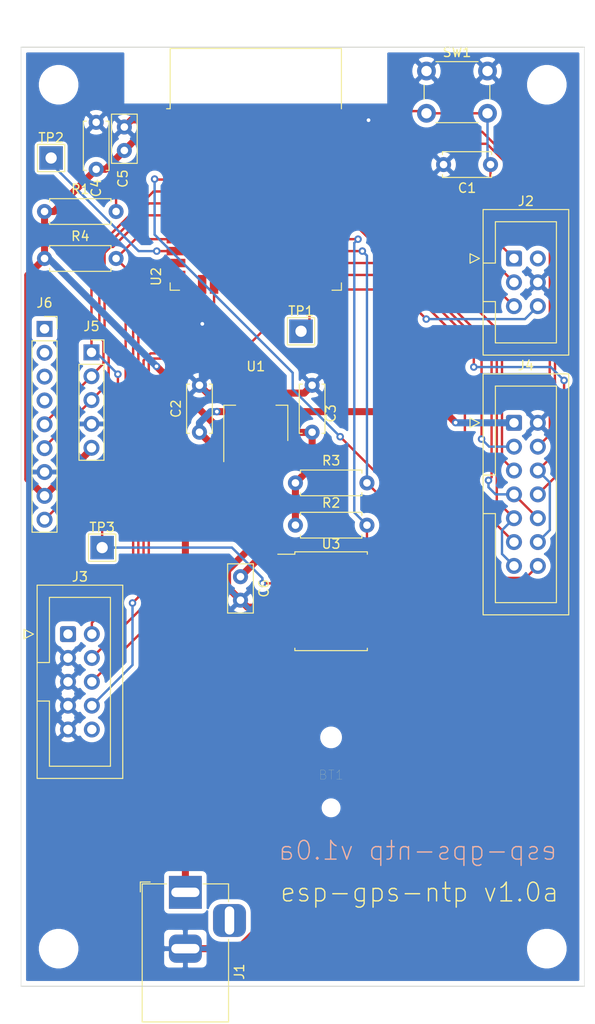
<source format=kicad_pcb>
(kicad_pcb (version 20171130) (host pcbnew "(5.1.8-0-10_14)")

  (general
    (thickness 1.6)
    (drawings 6)
    (tracks 272)
    (zones 0)
    (modules 28)
    (nets 31)
  )

  (page A)
  (layers
    (0 F.Cu signal)
    (31 B.Cu signal)
    (32 B.Adhes user)
    (33 F.Adhes user)
    (34 B.Paste user)
    (35 F.Paste user)
    (36 B.SilkS user)
    (37 F.SilkS user)
    (38 B.Mask user)
    (39 F.Mask user)
    (40 Dwgs.User user)
    (41 Cmts.User user)
    (42 Eco1.User user)
    (43 Eco2.User user)
    (44 Edge.Cuts user)
    (45 Margin user)
    (46 B.CrtYd user)
    (47 F.CrtYd user)
    (48 B.Fab user)
    (49 F.Fab user)
  )

  (setup
    (last_trace_width 0.254)
    (trace_clearance 0.3)
    (zone_clearance 0.508)
    (zone_45_only no)
    (trace_min 0.16)
    (via_size 0.8)
    (via_drill 0.4)
    (via_min_size 0.6)
    (via_min_drill 0.3)
    (uvia_size 0.3)
    (uvia_drill 0.1)
    (uvias_allowed no)
    (uvia_min_size 0.2)
    (uvia_min_drill 0.1)
    (edge_width 0.05)
    (segment_width 0.2)
    (pcb_text_width 0.3)
    (pcb_text_size 1.5 1.5)
    (mod_edge_width 0.12)
    (mod_text_size 1 1)
    (mod_text_width 0.15)
    (pad_size 1.524 1.524)
    (pad_drill 0.762)
    (pad_to_mask_clearance 0)
    (aux_axis_origin 0 0)
    (grid_origin 112.7 70)
    (visible_elements FFFDFF7F)
    (pcbplotparams
      (layerselection 0x010f0_ffffffff)
      (usegerberextensions false)
      (usegerberattributes false)
      (usegerberadvancedattributes false)
      (creategerberjobfile false)
      (excludeedgelayer true)
      (linewidth 0.100000)
      (plotframeref false)
      (viasonmask false)
      (mode 1)
      (useauxorigin false)
      (hpglpennumber 1)
      (hpglpenspeed 20)
      (hpglpendiameter 15.000000)
      (psnegative false)
      (psa4output false)
      (plotreference true)
      (plotvalue false)
      (plotinvisibletext false)
      (padsonsilk true)
      (subtractmaskfromsilk false)
      (outputformat 1)
      (mirror false)
      (drillshape 0)
      (scaleselection 1)
      (outputdirectory "gerber/"))
  )

  (net 0 "")
  (net 1 GND)
  (net 2 /RST)
  (net 3 +5V)
  (net 4 +3V3)
  (net 5 /TXD)
  (net 6 /RXD)
  (net 7 /IO0)
  (net 8 /TMS)
  (net 9 /TCK)
  (net 10 /TDO)
  (net 11 /TDI)
  (net 12 /TFT_CS)
  (net 13 /TFT_DC)
  (net 14 /SCLK)
  (net 15 /MISO)
  (net 16 /TCH_CS)
  (net 17 /TFT_RST)
  (net 18 /MOSI)
  (net 19 /TFT_LED)
  (net 20 /GPS_PPS)
  (net 21 /GPS_TXD)
  (net 22 /GPS_RXD)
  (net 23 /SCL)
  (net 24 /SDA)
  (net 25 /TP1)
  (net 26 /TP2)
  (net 27 /SQW)
  (net 28 /PWRGD)
  (net 29 /BATT)
  (net 30 /TCH_IRQ)

  (net_class Default "This is the default net class."
    (clearance 0.3)
    (trace_width 0.254)
    (via_dia 0.8)
    (via_drill 0.4)
    (uvia_dia 0.3)
    (uvia_drill 0.1)
    (add_net /GPS_PPS)
    (add_net /GPS_RXD)
    (add_net /GPS_TXD)
    (add_net /IO0)
    (add_net /MISO)
    (add_net /MOSI)
    (add_net /PWRGD)
    (add_net /RST)
    (add_net /RXD)
    (add_net /SCL)
    (add_net /SCLK)
    (add_net /SDA)
    (add_net /SQW)
    (add_net /TCH_CS)
    (add_net /TCH_IRQ)
    (add_net /TCK)
    (add_net /TDI)
    (add_net /TDO)
    (add_net /TFT_CS)
    (add_net /TFT_DC)
    (add_net /TFT_LED)
    (add_net /TFT_RST)
    (add_net /TMS)
    (add_net /TP1)
    (add_net /TP2)
    (add_net /TXD)
  )

  (net_class Power ""
    (clearance 0.2)
    (trace_width 0.75)
    (via_dia 0.8)
    (via_drill 0.4)
    (uvia_dia 0.3)
    (uvia_drill 0.1)
    (add_net +3V3)
    (add_net +5V)
    (add_net /BATT)
    (add_net GND)
  )

  (module Resistor_THT:R_Axial_DIN0207_L6.3mm_D2.5mm_P7.62mm_Horizontal (layer F.Cu) (tedit 5AE5139B) (tstamp 5FD670D4)
    (at 115.2 92.5)
    (descr "Resistor, Axial_DIN0207 series, Axial, Horizontal, pin pitch=7.62mm, 0.25W = 1/4W, length*diameter=6.3*2.5mm^2, http://cdn-reichelt.de/documents/datenblatt/B400/1_4W%23YAG.pdf")
    (tags "Resistor Axial_DIN0207 series Axial Horizontal pin pitch 7.62mm 0.25W = 1/4W length 6.3mm diameter 2.5mm")
    (path /5FD8CDD5)
    (fp_text reference R4 (at 3.81 -2.37) (layer F.SilkS)
      (effects (font (size 1 1) (thickness 0.15)))
    )
    (fp_text value 10k (at 3.81 2.37) (layer F.Fab)
      (effects (font (size 1 1) (thickness 0.15)))
    )
    (fp_text user %R (at 3.81 0) (layer F.Fab)
      (effects (font (size 1 1) (thickness 0.15)))
    )
    (fp_line (start 0.66 -1.25) (end 0.66 1.25) (layer F.Fab) (width 0.1))
    (fp_line (start 0.66 1.25) (end 6.96 1.25) (layer F.Fab) (width 0.1))
    (fp_line (start 6.96 1.25) (end 6.96 -1.25) (layer F.Fab) (width 0.1))
    (fp_line (start 6.96 -1.25) (end 0.66 -1.25) (layer F.Fab) (width 0.1))
    (fp_line (start 0 0) (end 0.66 0) (layer F.Fab) (width 0.1))
    (fp_line (start 7.62 0) (end 6.96 0) (layer F.Fab) (width 0.1))
    (fp_line (start 0.54 -1.04) (end 0.54 -1.37) (layer F.SilkS) (width 0.12))
    (fp_line (start 0.54 -1.37) (end 7.08 -1.37) (layer F.SilkS) (width 0.12))
    (fp_line (start 7.08 -1.37) (end 7.08 -1.04) (layer F.SilkS) (width 0.12))
    (fp_line (start 0.54 1.04) (end 0.54 1.37) (layer F.SilkS) (width 0.12))
    (fp_line (start 0.54 1.37) (end 7.08 1.37) (layer F.SilkS) (width 0.12))
    (fp_line (start 7.08 1.37) (end 7.08 1.04) (layer F.SilkS) (width 0.12))
    (fp_line (start -1.05 -1.5) (end -1.05 1.5) (layer F.CrtYd) (width 0.05))
    (fp_line (start -1.05 1.5) (end 8.67 1.5) (layer F.CrtYd) (width 0.05))
    (fp_line (start 8.67 1.5) (end 8.67 -1.5) (layer F.CrtYd) (width 0.05))
    (fp_line (start 8.67 -1.5) (end -1.05 -1.5) (layer F.CrtYd) (width 0.05))
    (pad 2 thru_hole oval (at 7.62 0) (size 1.6 1.6) (drill 0.8) (layers *.Cu *.Mask)
      (net 27 /SQW))
    (pad 1 thru_hole circle (at 0 0) (size 1.6 1.6) (drill 0.8) (layers *.Cu *.Mask)
      (net 4 +3V3))
    (model ${KISYS3DMOD}/Resistor_THT.3dshapes/R_Axial_DIN0207_L6.3mm_D2.5mm_P7.62mm_Horizontal.wrl
      (at (xyz 0 0 0))
      (scale (xyz 1 1 1))
      (rotate (xyz 0 0 0))
    )
  )

  (module TestPoint:TestPoint_THTPad_2.5x2.5mm_Drill1.2mm (layer F.Cu) (tedit 5A0F774F) (tstamp 5FD678BD)
    (at 121.336 123.2892)
    (descr "THT rectangular pad as test Point, square 2.5mm side length, hole diameter 1.2mm")
    (tags "test point THT pad rectangle square")
    (path /5FD8561E)
    (attr virtual)
    (fp_text reference TP3 (at 0 -2.148) (layer F.SilkS)
      (effects (font (size 1 1) (thickness 0.15)))
    )
    (fp_text value SQW (at 0 2.25) (layer F.Fab)
      (effects (font (size 1 1) (thickness 0.15)))
    )
    (fp_text user %R (at 0 -2.15) (layer F.Fab)
      (effects (font (size 1 1) (thickness 0.15)))
    )
    (fp_line (start -1.45 -1.45) (end 1.45 -1.45) (layer F.SilkS) (width 0.12))
    (fp_line (start 1.45 -1.45) (end 1.45 1.45) (layer F.SilkS) (width 0.12))
    (fp_line (start 1.45 1.45) (end -1.45 1.45) (layer F.SilkS) (width 0.12))
    (fp_line (start -1.45 1.45) (end -1.45 -1.45) (layer F.SilkS) (width 0.12))
    (fp_line (start -1.75 -1.75) (end 1.75 -1.75) (layer F.CrtYd) (width 0.05))
    (fp_line (start -1.75 -1.75) (end -1.75 1.75) (layer F.CrtYd) (width 0.05))
    (fp_line (start 1.75 1.75) (end 1.75 -1.75) (layer F.CrtYd) (width 0.05))
    (fp_line (start 1.75 1.75) (end -1.75 1.75) (layer F.CrtYd) (width 0.05))
    (pad 1 thru_hole rect (at 0 0) (size 2.5 2.5) (drill 1.2) (layers *.Cu *.Mask)
      (net 27 /SQW))
  )

  (module Connector_BarrelJack:BarrelJack_Horizontal (layer F.Cu) (tedit 5A1DBF6A) (tstamp 5FC5937B)
    (at 130.2 160 90)
    (descr "DC Barrel Jack")
    (tags "Power Jack")
    (path /5FC3F166)
    (fp_text reference J1 (at -8.45 5.75 90) (layer F.SilkS)
      (effects (font (size 1 1) (thickness 0.15)))
    )
    (fp_text value Power (at -6.2 -5.5 90) (layer F.Fab)
      (effects (font (size 1 1) (thickness 0.15)))
    )
    (fp_line (start 0 -4.5) (end -13.7 -4.5) (layer F.Fab) (width 0.1))
    (fp_line (start 0.8 4.5) (end 0.8 -3.75) (layer F.Fab) (width 0.1))
    (fp_line (start -13.7 4.5) (end 0.8 4.5) (layer F.Fab) (width 0.1))
    (fp_line (start -13.7 -4.5) (end -13.7 4.5) (layer F.Fab) (width 0.1))
    (fp_line (start -10.2 -4.5) (end -10.2 4.5) (layer F.Fab) (width 0.1))
    (fp_line (start 0.9 -4.6) (end 0.9 -2) (layer F.SilkS) (width 0.12))
    (fp_line (start -13.8 -4.6) (end 0.9 -4.6) (layer F.SilkS) (width 0.12))
    (fp_line (start 0.9 4.6) (end -1 4.6) (layer F.SilkS) (width 0.12))
    (fp_line (start 0.9 1.9) (end 0.9 4.6) (layer F.SilkS) (width 0.12))
    (fp_line (start -13.8 4.6) (end -13.8 -4.6) (layer F.SilkS) (width 0.12))
    (fp_line (start -5 4.6) (end -13.8 4.6) (layer F.SilkS) (width 0.12))
    (fp_line (start -14 4.75) (end -14 -4.75) (layer F.CrtYd) (width 0.05))
    (fp_line (start -5 4.75) (end -14 4.75) (layer F.CrtYd) (width 0.05))
    (fp_line (start -5 6.75) (end -5 4.75) (layer F.CrtYd) (width 0.05))
    (fp_line (start -1 6.75) (end -5 6.75) (layer F.CrtYd) (width 0.05))
    (fp_line (start -1 4.75) (end -1 6.75) (layer F.CrtYd) (width 0.05))
    (fp_line (start 1 4.75) (end -1 4.75) (layer F.CrtYd) (width 0.05))
    (fp_line (start 1 2) (end 1 4.75) (layer F.CrtYd) (width 0.05))
    (fp_line (start 2 2) (end 1 2) (layer F.CrtYd) (width 0.05))
    (fp_line (start 2 -2) (end 2 2) (layer F.CrtYd) (width 0.05))
    (fp_line (start 1 -2) (end 2 -2) (layer F.CrtYd) (width 0.05))
    (fp_line (start 1 -4.5) (end 1 -2) (layer F.CrtYd) (width 0.05))
    (fp_line (start 1 -4.75) (end -14 -4.75) (layer F.CrtYd) (width 0.05))
    (fp_line (start 1 -4.5) (end 1 -4.75) (layer F.CrtYd) (width 0.05))
    (fp_line (start 0.05 -4.8) (end 1.1 -4.8) (layer F.SilkS) (width 0.12))
    (fp_line (start 1.1 -3.75) (end 1.1 -4.8) (layer F.SilkS) (width 0.12))
    (fp_line (start -0.003213 -4.505425) (end 0.8 -3.75) (layer F.Fab) (width 0.1))
    (fp_text user %R (at -3 -2.95 90) (layer F.Fab)
      (effects (font (size 1 1) (thickness 0.15)))
    )
    (pad 1 thru_hole rect (at 0 0 90) (size 3.5 3.5) (drill oval 1 3) (layers *.Cu *.Mask)
      (net 3 +5V))
    (pad 2 thru_hole roundrect (at -6 0 90) (size 3 3.5) (drill oval 1 3) (layers *.Cu *.Mask) (roundrect_rratio 0.25)
      (net 1 GND))
    (pad 3 thru_hole roundrect (at -3 4.7 90) (size 3.5 3.5) (drill oval 3 1) (layers *.Cu *.Mask) (roundrect_rratio 0.25))
    (model ${KISYS3DMOD}/Connector_BarrelJack.3dshapes/BarrelJack_Horizontal.wrl
      (at (xyz 0 0 0))
      (scale (xyz 1 1 1))
      (rotate (xyz 0 0 0))
    )
    (model /Users/chris.l/Dropbox/kicad/modules/packages3d/Connector_BarrelJack.3dshapes/BarrelJack_Horizontal.stp
      (at (xyz 0 0 0))
      (scale (xyz 1 1 1))
      (rotate (xyz 0 0 90))
    )
  )

  (module TestPoint:TestPoint_THTPad_2.5x2.5mm_Drill1.2mm (layer F.Cu) (tedit 5A0F774F) (tstamp 5FC33200)
    (at 115.9 81.8)
    (descr "THT rectangular pad as test Point, square 2.5mm side length, hole diameter 1.2mm")
    (tags "test point THT pad rectangle square")
    (path /5FD96283)
    (attr virtual)
    (fp_text reference TP2 (at 0 -2.148) (layer F.SilkS)
      (effects (font (size 1 1) (thickness 0.15)))
    )
    (fp_text value TP2 (at 0 2.25) (layer F.Fab)
      (effects (font (size 1 1) (thickness 0.15)))
    )
    (fp_line (start 1.75 1.75) (end -1.75 1.75) (layer F.CrtYd) (width 0.05))
    (fp_line (start 1.75 1.75) (end 1.75 -1.75) (layer F.CrtYd) (width 0.05))
    (fp_line (start -1.75 -1.75) (end -1.75 1.75) (layer F.CrtYd) (width 0.05))
    (fp_line (start -1.75 -1.75) (end 1.75 -1.75) (layer F.CrtYd) (width 0.05))
    (fp_line (start -1.45 1.45) (end -1.45 -1.45) (layer F.SilkS) (width 0.12))
    (fp_line (start 1.45 1.45) (end -1.45 1.45) (layer F.SilkS) (width 0.12))
    (fp_line (start 1.45 -1.45) (end 1.45 1.45) (layer F.SilkS) (width 0.12))
    (fp_line (start -1.45 -1.45) (end 1.45 -1.45) (layer F.SilkS) (width 0.12))
    (fp_text user %R (at 0 -2.15) (layer F.Fab)
      (effects (font (size 1 1) (thickness 0.15)))
    )
    (pad 1 thru_hole rect (at 0 0) (size 2.5 2.5) (drill 1.2) (layers *.Cu *.Mask)
      (net 26 /TP2))
  )

  (module Connector_PinSocket_2.54mm:PinSocket_1x05_P2.54mm_Vertical (layer F.Cu) (tedit 5A19A420) (tstamp 5FD6581A)
    (at 120.2 102.5)
    (descr "Through hole straight socket strip, 1x05, 2.54mm pitch, single row (from Kicad 4.0.7), script generated")
    (tags "Through hole socket strip THT 1x05 2.54mm single row")
    (path /5FD67AD0)
    (fp_text reference J5 (at 0 -2.77) (layer F.SilkS)
      (effects (font (size 1 1) (thickness 0.15)))
    )
    (fp_text value GPS (at 0 12.93) (layer F.Fab)
      (effects (font (size 1 1) (thickness 0.15)))
    )
    (fp_line (start -1.8 11.9) (end -1.8 -1.8) (layer F.CrtYd) (width 0.05))
    (fp_line (start 1.75 11.9) (end -1.8 11.9) (layer F.CrtYd) (width 0.05))
    (fp_line (start 1.75 -1.8) (end 1.75 11.9) (layer F.CrtYd) (width 0.05))
    (fp_line (start -1.8 -1.8) (end 1.75 -1.8) (layer F.CrtYd) (width 0.05))
    (fp_line (start 0 -1.33) (end 1.33 -1.33) (layer F.SilkS) (width 0.12))
    (fp_line (start 1.33 -1.33) (end 1.33 0) (layer F.SilkS) (width 0.12))
    (fp_line (start 1.33 1.27) (end 1.33 11.49) (layer F.SilkS) (width 0.12))
    (fp_line (start -1.33 11.49) (end 1.33 11.49) (layer F.SilkS) (width 0.12))
    (fp_line (start -1.33 1.27) (end -1.33 11.49) (layer F.SilkS) (width 0.12))
    (fp_line (start -1.33 1.27) (end 1.33 1.27) (layer F.SilkS) (width 0.12))
    (fp_line (start -1.27 11.43) (end -1.27 -1.27) (layer F.Fab) (width 0.1))
    (fp_line (start 1.27 11.43) (end -1.27 11.43) (layer F.Fab) (width 0.1))
    (fp_line (start 1.27 -0.635) (end 1.27 11.43) (layer F.Fab) (width 0.1))
    (fp_line (start 0.635 -1.27) (end 1.27 -0.635) (layer F.Fab) (width 0.1))
    (fp_line (start -1.27 -1.27) (end 0.635 -1.27) (layer F.Fab) (width 0.1))
    (fp_text user %R (at 0 5.08 90) (layer F.Fab)
      (effects (font (size 1 1) (thickness 0.15)))
    )
    (pad 1 thru_hole rect (at 0 0) (size 1.7 1.7) (drill 1) (layers *.Cu *.Mask)
      (net 20 /GPS_PPS))
    (pad 2 thru_hole oval (at 0 2.54) (size 1.7 1.7) (drill 1) (layers *.Cu *.Mask)
      (net 21 /GPS_TXD))
    (pad 3 thru_hole oval (at 0 5.08) (size 1.7 1.7) (drill 1) (layers *.Cu *.Mask)
      (net 22 /GPS_RXD))
    (pad 4 thru_hole oval (at 0 7.62) (size 1.7 1.7) (drill 1) (layers *.Cu *.Mask)
      (net 1 GND))
    (pad 5 thru_hole oval (at 0 10.16) (size 1.7 1.7) (drill 1) (layers *.Cu *.Mask)
      (net 4 +3V3))
    (model ${KISYS3DMOD}/Connector_PinSocket_2.54mm.3dshapes/PinSocket_1x05_P2.54mm_Vertical.wrl
      (at (xyz 0 0 0))
      (scale (xyz 1 1 1))
      (rotate (xyz 0 0 0))
    )
  )

  (module Connector_PinSocket_2.54mm:PinSocket_1x09_P2.54mm_Vertical (layer F.Cu) (tedit 5A19A431) (tstamp 5FD657CA)
    (at 115.2 100)
    (descr "Through hole straight socket strip, 1x09, 2.54mm pitch, single row (from Kicad 4.0.7), script generated")
    (tags "Through hole socket strip THT 1x09 2.54mm single row")
    (path /5FCBBBD7)
    (fp_text reference J6 (at 0 -2.77) (layer F.SilkS)
      (effects (font (size 1 1) (thickness 0.15)))
    )
    (fp_text value UltimateGPS (at 0 23.09) (layer F.Fab)
      (effects (font (size 1 1) (thickness 0.15)))
    )
    (fp_line (start -1.27 -1.27) (end 0.635 -1.27) (layer F.Fab) (width 0.1))
    (fp_line (start 0.635 -1.27) (end 1.27 -0.635) (layer F.Fab) (width 0.1))
    (fp_line (start 1.27 -0.635) (end 1.27 21.59) (layer F.Fab) (width 0.1))
    (fp_line (start 1.27 21.59) (end -1.27 21.59) (layer F.Fab) (width 0.1))
    (fp_line (start -1.27 21.59) (end -1.27 -1.27) (layer F.Fab) (width 0.1))
    (fp_line (start -1.33 1.27) (end 1.33 1.27) (layer F.SilkS) (width 0.12))
    (fp_line (start -1.33 1.27) (end -1.33 21.65) (layer F.SilkS) (width 0.12))
    (fp_line (start -1.33 21.65) (end 1.33 21.65) (layer F.SilkS) (width 0.12))
    (fp_line (start 1.33 1.27) (end 1.33 21.65) (layer F.SilkS) (width 0.12))
    (fp_line (start 1.33 -1.33) (end 1.33 0) (layer F.SilkS) (width 0.12))
    (fp_line (start 0 -1.33) (end 1.33 -1.33) (layer F.SilkS) (width 0.12))
    (fp_line (start -1.8 -1.8) (end 1.75 -1.8) (layer F.CrtYd) (width 0.05))
    (fp_line (start 1.75 -1.8) (end 1.75 22.1) (layer F.CrtYd) (width 0.05))
    (fp_line (start 1.75 22.1) (end -1.8 22.1) (layer F.CrtYd) (width 0.05))
    (fp_line (start -1.8 22.1) (end -1.8 -1.8) (layer F.CrtYd) (width 0.05))
    (fp_text user %R (at 0 10.16 90) (layer F.Fab)
      (effects (font (size 1 1) (thickness 0.15)))
    )
    (pad 9 thru_hole oval (at 0 20.32) (size 1.7 1.7) (drill 1) (layers *.Cu *.Mask)
      (net 20 /GPS_PPS))
    (pad 8 thru_hole oval (at 0 17.78) (size 1.7 1.7) (drill 1) (layers *.Cu *.Mask)
      (net 4 +3V3))
    (pad 7 thru_hole oval (at 0 15.24) (size 1.7 1.7) (drill 1) (layers *.Cu *.Mask)
      (net 1 GND))
    (pad 6 thru_hole oval (at 0 12.7) (size 1.7 1.7) (drill 1) (layers *.Cu *.Mask)
      (net 22 /GPS_RXD))
    (pad 5 thru_hole oval (at 0 10.16) (size 1.7 1.7) (drill 1) (layers *.Cu *.Mask)
      (net 21 /GPS_TXD))
    (pad 4 thru_hole oval (at 0 7.62) (size 1.7 1.7) (drill 1) (layers *.Cu *.Mask))
    (pad 3 thru_hole oval (at 0 5.08) (size 1.7 1.7) (drill 1) (layers *.Cu *.Mask))
    (pad 2 thru_hole oval (at 0 2.54) (size 1.7 1.7) (drill 1) (layers *.Cu *.Mask))
    (pad 1 thru_hole rect (at 0 0) (size 1.7 1.7) (drill 1) (layers *.Cu *.Mask))
    (model ${KISYS3DMOD}/Connector_PinSocket_2.54mm.3dshapes/PinSocket_1x09_P2.54mm_Vertical.wrl
      (at (xyz 0 0 0))
      (scale (xyz 1 1 1))
      (rotate (xyz 0 0 0))
    )
  )

  (module Capacitor_THT:C_Disc_D5.0mm_W2.5mm_P2.50mm (layer F.Cu) (tedit 5AE50EF0) (tstamp 5FC34542)
    (at 123.7 81 90)
    (descr "C, Disc series, Radial, pin pitch=2.50mm, , diameter*width=5*2.5mm^2, Capacitor, http://cdn-reichelt.de/documents/datenblatt/B300/DS_KERKO_TC.pdf")
    (tags "C Disc series Radial pin pitch 2.50mm  diameter 5mm width 2.5mm Capacitor")
    (path /5FC71F21)
    (fp_text reference C5 (at -3 -0.16 90) (layer F.SilkS)
      (effects (font (size 1 1) (thickness 0.15)))
    )
    (fp_text value .1uf (at 1.25 2.5 90) (layer F.Fab)
      (effects (font (size 1 1) (thickness 0.15)))
    )
    (fp_line (start -1.25 -1.25) (end -1.25 1.25) (layer F.Fab) (width 0.1))
    (fp_line (start -1.25 1.25) (end 3.75 1.25) (layer F.Fab) (width 0.1))
    (fp_line (start 3.75 1.25) (end 3.75 -1.25) (layer F.Fab) (width 0.1))
    (fp_line (start 3.75 -1.25) (end -1.25 -1.25) (layer F.Fab) (width 0.1))
    (fp_line (start -1.37 -1.37) (end 3.87 -1.37) (layer F.SilkS) (width 0.12))
    (fp_line (start -1.37 1.37) (end 3.87 1.37) (layer F.SilkS) (width 0.12))
    (fp_line (start -1.37 -1.37) (end -1.37 1.37) (layer F.SilkS) (width 0.12))
    (fp_line (start 3.87 -1.37) (end 3.87 1.37) (layer F.SilkS) (width 0.12))
    (fp_line (start -1.5 -1.5) (end -1.5 1.5) (layer F.CrtYd) (width 0.05))
    (fp_line (start -1.5 1.5) (end 4 1.5) (layer F.CrtYd) (width 0.05))
    (fp_line (start 4 1.5) (end 4 -1.5) (layer F.CrtYd) (width 0.05))
    (fp_line (start 4 -1.5) (end -1.5 -1.5) (layer F.CrtYd) (width 0.05))
    (fp_text user %R (at 1.25 0 90) (layer F.Fab)
      (effects (font (size 1 1) (thickness 0.15)))
    )
    (pad 2 thru_hole circle (at 2.5 0 90) (size 1.6 1.6) (drill 0.8) (layers *.Cu *.Mask)
      (net 1 GND))
    (pad 1 thru_hole circle (at 0 0 90) (size 1.6 1.6) (drill 0.8) (layers *.Cu *.Mask)
      (net 4 +3V3))
    (model ${KISYS3DMOD}/Capacitor_THT.3dshapes/C_Disc_D5.0mm_W2.5mm_P2.50mm.wrl
      (at (xyz 0 0 0))
      (scale (xyz 1 1 1))
      (rotate (xyz 0 0 0))
    )
  )

  (module MountingHole:MountingHole_3.2mm_M3 (layer F.Cu) (tedit 56D1B4CB) (tstamp 5FC420A6)
    (at 168.7 166)
    (descr "Mounting Hole 3.2mm, no annular, M3")
    (tags "mounting hole 3.2mm no annular m3")
    (path /5FC55428)
    (attr virtual)
    (fp_text reference H4 (at 0 -4.2) (layer F.SilkS) hide
      (effects (font (size 1 1) (thickness 0.15)))
    )
    (fp_text value MountingHole (at 0 4.2) (layer F.Fab)
      (effects (font (size 1 1) (thickness 0.15)))
    )
    (fp_circle (center 0 0) (end 3.2 0) (layer Cmts.User) (width 0.15))
    (fp_circle (center 0 0) (end 3.45 0) (layer F.CrtYd) (width 0.05))
    (fp_text user %R (at 0.3 0) (layer F.Fab)
      (effects (font (size 1 1) (thickness 0.15)))
    )
    (pad 1 np_thru_hole circle (at 0 0) (size 3.2 3.2) (drill 3.2) (layers *.Cu *.Mask))
  )

  (module MountingHole:MountingHole_3.2mm_M3 (layer F.Cu) (tedit 56D1B4CB) (tstamp 5FC42633)
    (at 116.7 166)
    (descr "Mounting Hole 3.2mm, no annular, M3")
    (tags "mounting hole 3.2mm no annular m3")
    (path /5FC55092)
    (attr virtual)
    (fp_text reference H3 (at 0 -4.2) (layer F.SilkS) hide
      (effects (font (size 1 1) (thickness 0.15)))
    )
    (fp_text value MountingHole (at 0 4.2) (layer F.Fab)
      (effects (font (size 1 1) (thickness 0.15)))
    )
    (fp_circle (center 0 0) (end 3.2 0) (layer Cmts.User) (width 0.15))
    (fp_circle (center 0 0) (end 3.45 0) (layer F.CrtYd) (width 0.05))
    (fp_text user %R (at 0.3 0) (layer F.Fab)
      (effects (font (size 1 1) (thickness 0.15)))
    )
    (pad 1 np_thru_hole circle (at 0 0) (size 3.2 3.2) (drill 3.2) (layers *.Cu *.Mask))
  )

  (module MountingHole:MountingHole_3.2mm_M3 (layer F.Cu) (tedit 56D1B4CB) (tstamp 5FC42096)
    (at 168.7 74)
    (descr "Mounting Hole 3.2mm, no annular, M3")
    (tags "mounting hole 3.2mm no annular m3")
    (path /5FC54D62)
    (attr virtual)
    (fp_text reference H2 (at 0 -4.2) (layer F.SilkS) hide
      (effects (font (size 1 1) (thickness 0.15)))
    )
    (fp_text value MountingHole (at 0 4.2) (layer F.Fab)
      (effects (font (size 1 1) (thickness 0.15)))
    )
    (fp_circle (center 0 0) (end 3.2 0) (layer Cmts.User) (width 0.15))
    (fp_circle (center 0 0) (end 3.45 0) (layer F.CrtYd) (width 0.05))
    (fp_text user %R (at 0.3 0) (layer F.Fab)
      (effects (font (size 1 1) (thickness 0.15)))
    )
    (pad 1 np_thru_hole circle (at 0 0) (size 3.2 3.2) (drill 3.2) (layers *.Cu *.Mask))
  )

  (module MountingHole:MountingHole_3.2mm_M3 (layer F.Cu) (tedit 56D1B4CB) (tstamp 5FC424C8)
    (at 116.7 74)
    (descr "Mounting Hole 3.2mm, no annular, M3")
    (tags "mounting hole 3.2mm no annular m3")
    (path /5FC49EAE)
    (attr virtual)
    (fp_text reference H1 (at 0 -4.2) (layer F.SilkS) hide
      (effects (font (size 1 1) (thickness 0.15)))
    )
    (fp_text value MountingHole (at 0 4.2) (layer F.Fab)
      (effects (font (size 1 1) (thickness 0.15)))
    )
    (fp_circle (center 0 0) (end 3.2 0) (layer Cmts.User) (width 0.15))
    (fp_circle (center 0 0) (end 3.45 0) (layer F.CrtYd) (width 0.05))
    (fp_text user %R (at 0.3 0) (layer F.Fab)
      (effects (font (size 1 1) (thickness 0.15)))
    )
    (pad 1 np_thru_hole circle (at 0 0) (size 3.2 3.2) (drill 3.2) (layers *.Cu *.Mask))
  )

  (module HARWIN-CR1220:HARWIN-CR1220 (layer F.Cu) (tedit 5FC3A65C) (tstamp 5FC43261)
    (at 145.72 147.5 180)
    (path /5FDA92C1)
    (fp_text reference BT1 (at 0 0) (layer F.SilkS)
      (effects (font (size 1 1) (thickness 0.015)))
    )
    (fp_text value CR1220 (at 5.255 1.715) (layer F.Fab)
      (effects (font (size 1 1) (thickness 0.015)))
    )
    (fp_circle (center 0 0) (end 7.5 0) (layer F.Fab) (width 0.127))
    (fp_line (start -6.5 8) (end 6.5 8) (layer F.Fab) (width 0.127))
    (fp_line (start -7.2 7.2) (end -7.2 5.5) (layer F.Fab) (width 0.127))
    (fp_line (start -6.5 4.8) (end -5.8 4.8) (layer F.Fab) (width 0.127))
    (fp_line (start 7.2 7.2) (end 7.2 5.5) (layer F.Fab) (width 0.127))
    (fp_line (start 6.5 4.8) (end 5.8 4.8) (layer F.Fab) (width 0.127))
    (fp_circle (center 0 0) (end 6.00083 0) (layer F.Fab) (width 0.127))
    (fp_arc (start 6.5 5.5) (end 6.5 4.8) (angle 90) (layer F.Fab) (width 0.127))
    (fp_arc (start -6.5 5.5) (end -6.5 4.8) (angle -90) (layer F.Fab) (width 0.127))
    (fp_arc (start -6.45 7.25) (end -7.2 7.2) (angle -90) (layer F.Fab) (width 0.127))
    (fp_arc (start 6.45 7.25) (end 7.2 7.2) (angle 90) (layer F.Fab) (width 0.127))
    (pad None np_thru_hole circle (at 0 4 180) (size 1.3 1.3) (drill 1.3) (layers *.Cu *.Mask))
    (pad None np_thru_hole circle (at 0 -3.5 180) (size 1 1) (drill 1) (layers *.Cu *.Mask))
    (pad 1 smd rect (at 0 8.75 180) (size 2.6 3.5) (layers F.Cu F.Paste F.Mask)
      (net 29 /BATT))
    (pad 2 smd rect (at 0 -7.5 180) (size 2.6 3.75) (layers F.Cu F.Paste F.Mask)
      (net 1 GND))
    (model /Users/chris.l/Dropbox/kicad/modules/packages3d/HARWIN-CR1220.3dshapes/HARWIN-CR1220.stp
      (at (xyz 0 0 0))
      (scale (xyz 1 1 1))
      (rotate (xyz -90 0 0))
    )
  )

  (module Connector_IDC:IDC-Header_2x05_P2.54mm_Vertical (layer F.Cu) (tedit 5EAC9A07) (tstamp 5FC58CD4)
    (at 117.7 132.5)
    (descr "Through hole IDC box header, 2x05, 2.54mm pitch, DIN 41651 / IEC 60603-13, double rows, https://docs.google.com/spreadsheets/d/16SsEcesNF15N3Lb4niX7dcUr-NY5_MFPQhobNuNppn4/edit#gid=0")
    (tags "Through hole vertical IDC box header THT 2x05 2.54mm double row")
    (path /5FC5792F)
    (fp_text reference J3 (at 1.27 -6.1) (layer F.SilkS)
      (effects (font (size 1 1) (thickness 0.15)))
    )
    (fp_text value JTAG (at 1.27 16.26) (layer F.Fab)
      (effects (font (size 1 1) (thickness 0.15)))
    )
    (fp_line (start 6.22 -5.6) (end -3.68 -5.6) (layer F.CrtYd) (width 0.05))
    (fp_line (start 6.22 15.76) (end 6.22 -5.6) (layer F.CrtYd) (width 0.05))
    (fp_line (start -3.68 15.76) (end 6.22 15.76) (layer F.CrtYd) (width 0.05))
    (fp_line (start -3.68 -5.6) (end -3.68 15.76) (layer F.CrtYd) (width 0.05))
    (fp_line (start -4.68 0.5) (end -3.68 0) (layer F.SilkS) (width 0.12))
    (fp_line (start -4.68 -0.5) (end -4.68 0.5) (layer F.SilkS) (width 0.12))
    (fp_line (start -3.68 0) (end -4.68 -0.5) (layer F.SilkS) (width 0.12))
    (fp_line (start -1.98 7.13) (end -3.29 7.13) (layer F.SilkS) (width 0.12))
    (fp_line (start -1.98 7.13) (end -1.98 7.13) (layer F.SilkS) (width 0.12))
    (fp_line (start -1.98 14.07) (end -1.98 7.13) (layer F.SilkS) (width 0.12))
    (fp_line (start 4.52 14.07) (end -1.98 14.07) (layer F.SilkS) (width 0.12))
    (fp_line (start 4.52 -3.91) (end 4.52 14.07) (layer F.SilkS) (width 0.12))
    (fp_line (start -1.98 -3.91) (end 4.52 -3.91) (layer F.SilkS) (width 0.12))
    (fp_line (start -1.98 3.03) (end -1.98 -3.91) (layer F.SilkS) (width 0.12))
    (fp_line (start -3.29 3.03) (end -1.98 3.03) (layer F.SilkS) (width 0.12))
    (fp_line (start -3.29 15.37) (end -3.29 -5.21) (layer F.SilkS) (width 0.12))
    (fp_line (start 5.83 15.37) (end -3.29 15.37) (layer F.SilkS) (width 0.12))
    (fp_line (start 5.83 -5.21) (end 5.83 15.37) (layer F.SilkS) (width 0.12))
    (fp_line (start -3.29 -5.21) (end 5.83 -5.21) (layer F.SilkS) (width 0.12))
    (fp_line (start -1.98 7.13) (end -3.18 7.13) (layer F.Fab) (width 0.1))
    (fp_line (start -1.98 7.13) (end -1.98 7.13) (layer F.Fab) (width 0.1))
    (fp_line (start -1.98 14.07) (end -1.98 7.13) (layer F.Fab) (width 0.1))
    (fp_line (start 4.52 14.07) (end -1.98 14.07) (layer F.Fab) (width 0.1))
    (fp_line (start 4.52 -3.91) (end 4.52 14.07) (layer F.Fab) (width 0.1))
    (fp_line (start -1.98 -3.91) (end 4.52 -3.91) (layer F.Fab) (width 0.1))
    (fp_line (start -1.98 3.03) (end -1.98 -3.91) (layer F.Fab) (width 0.1))
    (fp_line (start -3.18 3.03) (end -1.98 3.03) (layer F.Fab) (width 0.1))
    (fp_line (start -3.18 15.26) (end -3.18 -4.1) (layer F.Fab) (width 0.1))
    (fp_line (start 5.72 15.26) (end -3.18 15.26) (layer F.Fab) (width 0.1))
    (fp_line (start 5.72 -5.1) (end 5.72 15.26) (layer F.Fab) (width 0.1))
    (fp_line (start -2.18 -5.1) (end 5.72 -5.1) (layer F.Fab) (width 0.1))
    (fp_line (start -3.18 -4.1) (end -2.18 -5.1) (layer F.Fab) (width 0.1))
    (fp_text user %R (at 1.27 5.08 90) (layer F.Fab)
      (effects (font (size 1 1) (thickness 0.15)))
    )
    (pad 10 thru_hole circle (at 2.54 10.16) (size 1.7 1.7) (drill 1) (layers *.Cu *.Mask))
    (pad 8 thru_hole circle (at 2.54 7.62) (size 1.7 1.7) (drill 1) (layers *.Cu *.Mask)
      (net 11 /TDI))
    (pad 6 thru_hole circle (at 2.54 5.08) (size 1.7 1.7) (drill 1) (layers *.Cu *.Mask)
      (net 10 /TDO))
    (pad 4 thru_hole circle (at 2.54 2.54) (size 1.7 1.7) (drill 1) (layers *.Cu *.Mask)
      (net 9 /TCK))
    (pad 2 thru_hole circle (at 2.54 0) (size 1.7 1.7) (drill 1) (layers *.Cu *.Mask)
      (net 8 /TMS))
    (pad 9 thru_hole circle (at 0 10.16) (size 1.7 1.7) (drill 1) (layers *.Cu *.Mask)
      (net 1 GND))
    (pad 7 thru_hole circle (at 0 7.62) (size 1.7 1.7) (drill 1) (layers *.Cu *.Mask)
      (net 1 GND))
    (pad 5 thru_hole circle (at 0 5.08) (size 1.7 1.7) (drill 1) (layers *.Cu *.Mask)
      (net 1 GND))
    (pad 3 thru_hole circle (at 0 2.54) (size 1.7 1.7) (drill 1) (layers *.Cu *.Mask)
      (net 1 GND))
    (pad 1 thru_hole roundrect (at 0 0) (size 1.7 1.7) (drill 1) (layers *.Cu *.Mask) (roundrect_rratio 0.1470588235294118))
    (model ${KISYS3DMOD}/Connector_IDC.3dshapes/IDC-Header_2x05_P2.54mm_Vertical.wrl
      (at (xyz 0 0 0))
      (scale (xyz 1 1 1))
      (rotate (xyz 0 0 0))
    )
  )

  (module Capacitor_THT:C_Disc_D5.0mm_W2.5mm_P5.00mm (layer F.Cu) (tedit 5AE50EF0) (tstamp 5FD651E6)
    (at 162.7 82.5 180)
    (descr "C, Disc series, Radial, pin pitch=5.00mm, , diameter*width=5*2.5mm^2, Capacitor, http://cdn-reichelt.de/documents/datenblatt/B300/DS_KERKO_TC.pdf")
    (tags "C Disc series Radial pin pitch 5.00mm  diameter 5mm width 2.5mm Capacitor")
    (path /5FC7C55B)
    (fp_text reference C1 (at 2.5 -2.5) (layer F.SilkS)
      (effects (font (size 1 1) (thickness 0.15)))
    )
    (fp_text value 10uf (at 2.5 2.5) (layer F.Fab)
      (effects (font (size 1 1) (thickness 0.15)))
    )
    (fp_line (start 6.05 -1.5) (end -1.05 -1.5) (layer F.CrtYd) (width 0.05))
    (fp_line (start 6.05 1.5) (end 6.05 -1.5) (layer F.CrtYd) (width 0.05))
    (fp_line (start -1.05 1.5) (end 6.05 1.5) (layer F.CrtYd) (width 0.05))
    (fp_line (start -1.05 -1.5) (end -1.05 1.5) (layer F.CrtYd) (width 0.05))
    (fp_line (start 5.12 1.055) (end 5.12 1.37) (layer F.SilkS) (width 0.12))
    (fp_line (start 5.12 -1.37) (end 5.12 -1.055) (layer F.SilkS) (width 0.12))
    (fp_line (start -0.12 1.055) (end -0.12 1.37) (layer F.SilkS) (width 0.12))
    (fp_line (start -0.12 -1.37) (end -0.12 -1.055) (layer F.SilkS) (width 0.12))
    (fp_line (start -0.12 1.37) (end 5.12 1.37) (layer F.SilkS) (width 0.12))
    (fp_line (start -0.12 -1.37) (end 5.12 -1.37) (layer F.SilkS) (width 0.12))
    (fp_line (start 5 -1.25) (end 0 -1.25) (layer F.Fab) (width 0.1))
    (fp_line (start 5 1.25) (end 5 -1.25) (layer F.Fab) (width 0.1))
    (fp_line (start 0 1.25) (end 5 1.25) (layer F.Fab) (width 0.1))
    (fp_line (start 0 -1.25) (end 0 1.25) (layer F.Fab) (width 0.1))
    (fp_text user %R (at 2.5 0) (layer F.Fab)
      (effects (font (size 1 1) (thickness 0.15)))
    )
    (pad 1 thru_hole circle (at 0 0 180) (size 1.6 1.6) (drill 0.8) (layers *.Cu *.Mask)
      (net 2 /RST))
    (pad 2 thru_hole circle (at 5 0 180) (size 1.6 1.6) (drill 0.8) (layers *.Cu *.Mask)
      (net 1 GND))
    (model ${KISYS3DMOD}/Capacitor_THT.3dshapes/C_Disc_D5.0mm_W2.5mm_P5.00mm.wrl
      (at (xyz 0 0 0))
      (scale (xyz 1 1 1))
      (rotate (xyz 0 0 0))
    )
  )

  (module Capacitor_THT:C_Disc_D5.0mm_W2.5mm_P5.00mm (layer F.Cu) (tedit 5AE50EF0) (tstamp 5FC4539C)
    (at 131.7 111 90)
    (descr "C, Disc series, Radial, pin pitch=5.00mm, , diameter*width=5*2.5mm^2, Capacitor, http://cdn-reichelt.de/documents/datenblatt/B300/DS_KERKO_TC.pdf")
    (tags "C Disc series Radial pin pitch 5.00mm  diameter 5mm width 2.5mm Capacitor")
    (path /5FC4F859)
    (fp_text reference C2 (at 2.5 -2.5 90) (layer F.SilkS)
      (effects (font (size 1 1) (thickness 0.15)))
    )
    (fp_text value 10uf (at 2.5 2.5 90) (layer F.Fab)
      (effects (font (size 1 1) (thickness 0.15)))
    )
    (fp_line (start 6.05 -1.5) (end -1.05 -1.5) (layer F.CrtYd) (width 0.05))
    (fp_line (start 6.05 1.5) (end 6.05 -1.5) (layer F.CrtYd) (width 0.05))
    (fp_line (start -1.05 1.5) (end 6.05 1.5) (layer F.CrtYd) (width 0.05))
    (fp_line (start -1.05 -1.5) (end -1.05 1.5) (layer F.CrtYd) (width 0.05))
    (fp_line (start 5.12 1.055) (end 5.12 1.37) (layer F.SilkS) (width 0.12))
    (fp_line (start 5.12 -1.37) (end 5.12 -1.055) (layer F.SilkS) (width 0.12))
    (fp_line (start -0.12 1.055) (end -0.12 1.37) (layer F.SilkS) (width 0.12))
    (fp_line (start -0.12 -1.37) (end -0.12 -1.055) (layer F.SilkS) (width 0.12))
    (fp_line (start -0.12 1.37) (end 5.12 1.37) (layer F.SilkS) (width 0.12))
    (fp_line (start -0.12 -1.37) (end 5.12 -1.37) (layer F.SilkS) (width 0.12))
    (fp_line (start 5 -1.25) (end 0 -1.25) (layer F.Fab) (width 0.1))
    (fp_line (start 5 1.25) (end 5 -1.25) (layer F.Fab) (width 0.1))
    (fp_line (start 0 1.25) (end 5 1.25) (layer F.Fab) (width 0.1))
    (fp_line (start 0 -1.25) (end 0 1.25) (layer F.Fab) (width 0.1))
    (fp_text user %R (at 2.5 0 90) (layer F.Fab)
      (effects (font (size 1 1) (thickness 0.15)))
    )
    (pad 1 thru_hole circle (at 0 0 90) (size 1.6 1.6) (drill 0.8) (layers *.Cu *.Mask)
      (net 3 +5V))
    (pad 2 thru_hole circle (at 5 0 90) (size 1.6 1.6) (drill 0.8) (layers *.Cu *.Mask)
      (net 1 GND))
    (model ${KISYS3DMOD}/Capacitor_THT.3dshapes/C_Disc_D5.0mm_W2.5mm_P5.00mm.wrl
      (at (xyz 0 0 0))
      (scale (xyz 1 1 1))
      (rotate (xyz 0 0 0))
    )
  )

  (module Capacitor_THT:C_Disc_D5.0mm_W2.5mm_P5.00mm (layer F.Cu) (tedit 5AE50EF0) (tstamp 5FC33077)
    (at 143.7 111 90)
    (descr "C, Disc series, Radial, pin pitch=5.00mm, , diameter*width=5*2.5mm^2, Capacitor, http://cdn-reichelt.de/documents/datenblatt/B300/DS_KERKO_TC.pdf")
    (tags "C Disc series Radial pin pitch 5.00mm  diameter 5mm width 2.5mm Capacitor")
    (path /5FC557B3)
    (fp_text reference C3 (at 2 2 90) (layer F.SilkS)
      (effects (font (size 1 1) (thickness 0.15)))
    )
    (fp_text value 10uf (at 2.5 -2 90) (layer F.Fab)
      (effects (font (size 1 1) (thickness 0.15)))
    )
    (fp_line (start 0 -1.25) (end 0 1.25) (layer F.Fab) (width 0.1))
    (fp_line (start 0 1.25) (end 5 1.25) (layer F.Fab) (width 0.1))
    (fp_line (start 5 1.25) (end 5 -1.25) (layer F.Fab) (width 0.1))
    (fp_line (start 5 -1.25) (end 0 -1.25) (layer F.Fab) (width 0.1))
    (fp_line (start -0.12 -1.37) (end 5.12 -1.37) (layer F.SilkS) (width 0.12))
    (fp_line (start -0.12 1.37) (end 5.12 1.37) (layer F.SilkS) (width 0.12))
    (fp_line (start -0.12 -1.37) (end -0.12 -1.055) (layer F.SilkS) (width 0.12))
    (fp_line (start -0.12 1.055) (end -0.12 1.37) (layer F.SilkS) (width 0.12))
    (fp_line (start 5.12 -1.37) (end 5.12 -1.055) (layer F.SilkS) (width 0.12))
    (fp_line (start 5.12 1.055) (end 5.12 1.37) (layer F.SilkS) (width 0.12))
    (fp_line (start -1.05 -1.5) (end -1.05 1.5) (layer F.CrtYd) (width 0.05))
    (fp_line (start -1.05 1.5) (end 6.05 1.5) (layer F.CrtYd) (width 0.05))
    (fp_line (start 6.05 1.5) (end 6.05 -1.5) (layer F.CrtYd) (width 0.05))
    (fp_line (start 6.05 -1.5) (end -1.05 -1.5) (layer F.CrtYd) (width 0.05))
    (fp_text user %R (at 2.5 0 90) (layer F.Fab)
      (effects (font (size 1 1) (thickness 0.15)))
    )
    (pad 2 thru_hole circle (at 5 0 90) (size 1.6 1.6) (drill 0.8) (layers *.Cu *.Mask)
      (net 1 GND))
    (pad 1 thru_hole circle (at 0 0 90) (size 1.6 1.6) (drill 0.8) (layers *.Cu *.Mask)
      (net 4 +3V3))
    (model ${KISYS3DMOD}/Capacitor_THT.3dshapes/C_Disc_D5.0mm_W2.5mm_P5.00mm.wrl
      (at (xyz 0 0 0))
      (scale (xyz 1 1 1))
      (rotate (xyz 0 0 0))
    )
  )

  (module Capacitor_THT:C_Disc_D5.0mm_W2.5mm_P5.00mm (layer F.Cu) (tedit 5AE50EF0) (tstamp 5FC442F8)
    (at 120.7 83 90)
    (descr "C, Disc series, Radial, pin pitch=5.00mm, , diameter*width=5*2.5mm^2, Capacitor, http://cdn-reichelt.de/documents/datenblatt/B300/DS_KERKO_TC.pdf")
    (tags "C Disc series Radial pin pitch 5.00mm  diameter 5mm width 2.5mm Capacitor")
    (path /5FC6E845)
    (fp_text reference C4 (at -2 0 90) (layer F.SilkS)
      (effects (font (size 1 1) (thickness 0.15)))
    )
    (fp_text value 10uf (at 2.5 2.5 90) (layer F.Fab)
      (effects (font (size 1 1) (thickness 0.15)))
    )
    (fp_line (start 6.05 -1.5) (end -1.05 -1.5) (layer F.CrtYd) (width 0.05))
    (fp_line (start 6.05 1.5) (end 6.05 -1.5) (layer F.CrtYd) (width 0.05))
    (fp_line (start -1.05 1.5) (end 6.05 1.5) (layer F.CrtYd) (width 0.05))
    (fp_line (start -1.05 -1.5) (end -1.05 1.5) (layer F.CrtYd) (width 0.05))
    (fp_line (start 5.12 1.055) (end 5.12 1.37) (layer F.SilkS) (width 0.12))
    (fp_line (start 5.12 -1.37) (end 5.12 -1.055) (layer F.SilkS) (width 0.12))
    (fp_line (start -0.12 1.055) (end -0.12 1.37) (layer F.SilkS) (width 0.12))
    (fp_line (start -0.12 -1.37) (end -0.12 -1.055) (layer F.SilkS) (width 0.12))
    (fp_line (start -0.12 1.37) (end 5.12 1.37) (layer F.SilkS) (width 0.12))
    (fp_line (start -0.12 -1.37) (end 5.12 -1.37) (layer F.SilkS) (width 0.12))
    (fp_line (start 5 -1.25) (end 0 -1.25) (layer F.Fab) (width 0.1))
    (fp_line (start 5 1.25) (end 5 -1.25) (layer F.Fab) (width 0.1))
    (fp_line (start 0 1.25) (end 5 1.25) (layer F.Fab) (width 0.1))
    (fp_line (start 0 -1.25) (end 0 1.25) (layer F.Fab) (width 0.1))
    (fp_text user %R (at 2.5 0 90) (layer F.Fab)
      (effects (font (size 1 1) (thickness 0.15)))
    )
    (pad 1 thru_hole circle (at 0 0 90) (size 1.6 1.6) (drill 0.8) (layers *.Cu *.Mask)
      (net 4 +3V3))
    (pad 2 thru_hole circle (at 5 0 90) (size 1.6 1.6) (drill 0.8) (layers *.Cu *.Mask)
      (net 1 GND))
    (model ${KISYS3DMOD}/Capacitor_THT.3dshapes/C_Disc_D5.0mm_W2.5mm_P5.00mm.wrl
      (at (xyz 0 0 0))
      (scale (xyz 1 1 1))
      (rotate (xyz 0 0 0))
    )
  )

  (module Capacitor_THT:C_Disc_D5.0mm_W2.5mm_P2.50mm (layer F.Cu) (tedit 5AE50EF0) (tstamp 5FD63DE5)
    (at 136.068 126.388 270)
    (descr "C, Disc series, Radial, pin pitch=2.50mm, , diameter*width=5*2.5mm^2, Capacitor, http://cdn-reichelt.de/documents/datenblatt/B300/DS_KERKO_TC.pdf")
    (tags "C Disc series Radial pin pitch 2.50mm  diameter 5mm width 2.5mm Capacitor")
    (path /5FC77703)
    (fp_text reference C6 (at 1.25 -2.5 90) (layer F.SilkS)
      (effects (font (size 1 1) (thickness 0.15)))
    )
    (fp_text value .1uf (at 1.25 2.5 90) (layer F.Fab)
      (effects (font (size 1 1) (thickness 0.15)))
    )
    (fp_line (start 4 -1.5) (end -1.5 -1.5) (layer F.CrtYd) (width 0.05))
    (fp_line (start 4 1.5) (end 4 -1.5) (layer F.CrtYd) (width 0.05))
    (fp_line (start -1.5 1.5) (end 4 1.5) (layer F.CrtYd) (width 0.05))
    (fp_line (start -1.5 -1.5) (end -1.5 1.5) (layer F.CrtYd) (width 0.05))
    (fp_line (start 3.87 -1.37) (end 3.87 1.37) (layer F.SilkS) (width 0.12))
    (fp_line (start -1.37 -1.37) (end -1.37 1.37) (layer F.SilkS) (width 0.12))
    (fp_line (start -1.37 1.37) (end 3.87 1.37) (layer F.SilkS) (width 0.12))
    (fp_line (start -1.37 -1.37) (end 3.87 -1.37) (layer F.SilkS) (width 0.12))
    (fp_line (start 3.75 -1.25) (end -1.25 -1.25) (layer F.Fab) (width 0.1))
    (fp_line (start 3.75 1.25) (end 3.75 -1.25) (layer F.Fab) (width 0.1))
    (fp_line (start -1.25 1.25) (end 3.75 1.25) (layer F.Fab) (width 0.1))
    (fp_line (start -1.25 -1.25) (end -1.25 1.25) (layer F.Fab) (width 0.1))
    (fp_text user %R (at 1.25 0 90) (layer F.Fab)
      (effects (font (size 1 1) (thickness 0.15)))
    )
    (pad 1 thru_hole circle (at 0 0 270) (size 1.6 1.6) (drill 0.8) (layers *.Cu *.Mask)
      (net 4 +3V3))
    (pad 2 thru_hole circle (at 2.5 0 270) (size 1.6 1.6) (drill 0.8) (layers *.Cu *.Mask)
      (net 1 GND))
    (model ${KISYS3DMOD}/Capacitor_THT.3dshapes/C_Disc_D5.0mm_W2.5mm_P2.50mm.wrl
      (at (xyz 0 0 0))
      (scale (xyz 1 1 1))
      (rotate (xyz 0 0 0))
    )
  )

  (module Connector_IDC:IDC-Header_2x03_P2.54mm_Vertical (layer F.Cu) (tedit 5EAC9A07) (tstamp 5FC58BC7)
    (at 165.2 92.5)
    (descr "Through hole IDC box header, 2x03, 2.54mm pitch, DIN 41651 / IEC 60603-13, double rows, https://docs.google.com/spreadsheets/d/16SsEcesNF15N3Lb4niX7dcUr-NY5_MFPQhobNuNppn4/edit#gid=0")
    (tags "Through hole vertical IDC box header THT 2x03 2.54mm double row")
    (path /5FC897F2)
    (fp_text reference J2 (at 1.27 -6.1) (layer F.SilkS)
      (effects (font (size 1 1) (thickness 0.15)))
    )
    (fp_text value Serial (at 1.27 11.18) (layer F.Fab)
      (effects (font (size 1 1) (thickness 0.15)))
    )
    (fp_line (start 6.22 -5.6) (end -3.68 -5.6) (layer F.CrtYd) (width 0.05))
    (fp_line (start 6.22 10.69) (end 6.22 -5.6) (layer F.CrtYd) (width 0.05))
    (fp_line (start -3.68 10.69) (end 6.22 10.69) (layer F.CrtYd) (width 0.05))
    (fp_line (start -3.68 -5.6) (end -3.68 10.69) (layer F.CrtYd) (width 0.05))
    (fp_line (start -4.68 0.5) (end -3.68 0) (layer F.SilkS) (width 0.12))
    (fp_line (start -4.68 -0.5) (end -4.68 0.5) (layer F.SilkS) (width 0.12))
    (fp_line (start -3.68 0) (end -4.68 -0.5) (layer F.SilkS) (width 0.12))
    (fp_line (start -1.98 4.59) (end -3.29 4.59) (layer F.SilkS) (width 0.12))
    (fp_line (start -1.98 4.59) (end -1.98 4.59) (layer F.SilkS) (width 0.12))
    (fp_line (start -1.98 8.99) (end -1.98 4.59) (layer F.SilkS) (width 0.12))
    (fp_line (start 4.52 8.99) (end -1.98 8.99) (layer F.SilkS) (width 0.12))
    (fp_line (start 4.52 -3.91) (end 4.52 8.99) (layer F.SilkS) (width 0.12))
    (fp_line (start -1.98 -3.91) (end 4.52 -3.91) (layer F.SilkS) (width 0.12))
    (fp_line (start -1.98 0.49) (end -1.98 -3.91) (layer F.SilkS) (width 0.12))
    (fp_line (start -3.29 0.49) (end -1.98 0.49) (layer F.SilkS) (width 0.12))
    (fp_line (start -3.29 10.29) (end -3.29 -5.21) (layer F.SilkS) (width 0.12))
    (fp_line (start 5.83 10.29) (end -3.29 10.29) (layer F.SilkS) (width 0.12))
    (fp_line (start 5.83 -5.21) (end 5.83 10.29) (layer F.SilkS) (width 0.12))
    (fp_line (start -3.29 -5.21) (end 5.83 -5.21) (layer F.SilkS) (width 0.12))
    (fp_line (start -1.98 4.59) (end -3.18 4.59) (layer F.Fab) (width 0.1))
    (fp_line (start -1.98 4.59) (end -1.98 4.59) (layer F.Fab) (width 0.1))
    (fp_line (start -1.98 8.99) (end -1.98 4.59) (layer F.Fab) (width 0.1))
    (fp_line (start 4.52 8.99) (end -1.98 8.99) (layer F.Fab) (width 0.1))
    (fp_line (start 4.52 -3.91) (end 4.52 8.99) (layer F.Fab) (width 0.1))
    (fp_line (start -1.98 -3.91) (end 4.52 -3.91) (layer F.Fab) (width 0.1))
    (fp_line (start -1.98 0.49) (end -1.98 -3.91) (layer F.Fab) (width 0.1))
    (fp_line (start -3.18 0.49) (end -1.98 0.49) (layer F.Fab) (width 0.1))
    (fp_line (start -3.18 10.18) (end -3.18 -4.1) (layer F.Fab) (width 0.1))
    (fp_line (start 5.72 10.18) (end -3.18 10.18) (layer F.Fab) (width 0.1))
    (fp_line (start 5.72 -5.1) (end 5.72 10.18) (layer F.Fab) (width 0.1))
    (fp_line (start -2.18 -5.1) (end 5.72 -5.1) (layer F.Fab) (width 0.1))
    (fp_line (start -3.18 -4.1) (end -2.18 -5.1) (layer F.Fab) (width 0.1))
    (fp_text user %R (at 1.27 2.54 90) (layer F.Fab)
      (effects (font (size 1 1) (thickness 0.15)))
    )
    (pad 1 thru_hole roundrect (at 0 0) (size 1.7 1.7) (drill 1) (layers *.Cu *.Mask) (roundrect_rratio 0.1470588235294118)
      (net 2 /RST))
    (pad 3 thru_hole circle (at 0 2.54) (size 1.7 1.7) (drill 1) (layers *.Cu *.Mask)
      (net 5 /TXD))
    (pad 5 thru_hole circle (at 0 5.08) (size 1.7 1.7) (drill 1) (layers *.Cu *.Mask)
      (net 6 /RXD))
    (pad 2 thru_hole circle (at 2.54 0) (size 1.7 1.7) (drill 1) (layers *.Cu *.Mask))
    (pad 4 thru_hole circle (at 2.54 2.54) (size 1.7 1.7) (drill 1) (layers *.Cu *.Mask)
      (net 1 GND))
    (pad 6 thru_hole circle (at 2.54 5.08) (size 1.7 1.7) (drill 1) (layers *.Cu *.Mask)
      (net 7 /IO0))
    (model ${KISYS3DMOD}/Connector_IDC.3dshapes/IDC-Header_2x03_P2.54mm_Vertical.wrl
      (at (xyz 0 0 0))
      (scale (xyz 1 1 1))
      (rotate (xyz 0 0 0))
    )
  )

  (module Connector_IDC:IDC-Header_2x07_P2.54mm_Vertical (layer F.Cu) (tedit 5EAC9A07) (tstamp 5FC33ACE)
    (at 165.2 110)
    (descr "Through hole IDC box header, 2x07, 2.54mm pitch, DIN 41651 / IEC 60603-13, double rows, https://docs.google.com/spreadsheets/d/16SsEcesNF15N3Lb4niX7dcUr-NY5_MFPQhobNuNppn4/edit#gid=0")
    (tags "Through hole vertical IDC box header THT 2x07 2.54mm double row")
    (path /5FD12531)
    (fp_text reference J4 (at 1.27 -6.1) (layer F.SilkS)
      (effects (font (size 1 1) (thickness 0.15)))
    )
    (fp_text value Display (at 1.27 21.34) (layer F.Fab)
      (effects (font (size 1 1) (thickness 0.15)))
    )
    (fp_line (start 6.22 -5.6) (end -3.68 -5.6) (layer F.CrtYd) (width 0.05))
    (fp_line (start 6.22 20.84) (end 6.22 -5.6) (layer F.CrtYd) (width 0.05))
    (fp_line (start -3.68 20.84) (end 6.22 20.84) (layer F.CrtYd) (width 0.05))
    (fp_line (start -3.68 -5.6) (end -3.68 20.84) (layer F.CrtYd) (width 0.05))
    (fp_line (start -4.68 0.5) (end -3.68 0) (layer F.SilkS) (width 0.12))
    (fp_line (start -4.68 -0.5) (end -4.68 0.5) (layer F.SilkS) (width 0.12))
    (fp_line (start -3.68 0) (end -4.68 -0.5) (layer F.SilkS) (width 0.12))
    (fp_line (start -1.98 9.67) (end -3.29 9.67) (layer F.SilkS) (width 0.12))
    (fp_line (start -1.98 9.67) (end -1.98 9.67) (layer F.SilkS) (width 0.12))
    (fp_line (start -1.98 19.15) (end -1.98 9.67) (layer F.SilkS) (width 0.12))
    (fp_line (start 4.52 19.15) (end -1.98 19.15) (layer F.SilkS) (width 0.12))
    (fp_line (start 4.52 -3.91) (end 4.52 19.15) (layer F.SilkS) (width 0.12))
    (fp_line (start -1.98 -3.91) (end 4.52 -3.91) (layer F.SilkS) (width 0.12))
    (fp_line (start -1.98 5.57) (end -1.98 -3.91) (layer F.SilkS) (width 0.12))
    (fp_line (start -3.29 5.57) (end -1.98 5.57) (layer F.SilkS) (width 0.12))
    (fp_line (start -3.29 20.45) (end -3.29 -5.21) (layer F.SilkS) (width 0.12))
    (fp_line (start 5.83 20.45) (end -3.29 20.45) (layer F.SilkS) (width 0.12))
    (fp_line (start 5.83 -5.21) (end 5.83 20.45) (layer F.SilkS) (width 0.12))
    (fp_line (start -3.29 -5.21) (end 5.83 -5.21) (layer F.SilkS) (width 0.12))
    (fp_line (start -1.98 9.67) (end -3.18 9.67) (layer F.Fab) (width 0.1))
    (fp_line (start -1.98 9.67) (end -1.98 9.67) (layer F.Fab) (width 0.1))
    (fp_line (start -1.98 19.15) (end -1.98 9.67) (layer F.Fab) (width 0.1))
    (fp_line (start 4.52 19.15) (end -1.98 19.15) (layer F.Fab) (width 0.1))
    (fp_line (start 4.52 -3.91) (end 4.52 19.15) (layer F.Fab) (width 0.1))
    (fp_line (start -1.98 -3.91) (end 4.52 -3.91) (layer F.Fab) (width 0.1))
    (fp_line (start -1.98 5.57) (end -1.98 -3.91) (layer F.Fab) (width 0.1))
    (fp_line (start -3.18 5.57) (end -1.98 5.57) (layer F.Fab) (width 0.1))
    (fp_line (start -3.18 20.34) (end -3.18 -4.1) (layer F.Fab) (width 0.1))
    (fp_line (start 5.72 20.34) (end -3.18 20.34) (layer F.Fab) (width 0.1))
    (fp_line (start 5.72 -5.1) (end 5.72 20.34) (layer F.Fab) (width 0.1))
    (fp_line (start -2.18 -5.1) (end 5.72 -5.1) (layer F.Fab) (width 0.1))
    (fp_line (start -3.18 -4.1) (end -2.18 -5.1) (layer F.Fab) (width 0.1))
    (fp_text user %R (at 1.27 7.62 90) (layer F.Fab)
      (effects (font (size 1 1) (thickness 0.15)))
    )
    (pad 1 thru_hole roundrect (at 0 0) (size 1.7 1.7) (drill 1) (layers *.Cu *.Mask) (roundrect_rratio 0.1470588235294118)
      (net 3 +5V))
    (pad 3 thru_hole circle (at 0 2.54) (size 1.7 1.7) (drill 1) (layers *.Cu *.Mask)
      (net 12 /TFT_CS))
    (pad 5 thru_hole circle (at 0 5.08) (size 1.7 1.7) (drill 1) (layers *.Cu *.Mask)
      (net 13 /TFT_DC))
    (pad 7 thru_hole circle (at 0 7.62) (size 1.7 1.7) (drill 1) (layers *.Cu *.Mask)
      (net 14 /SCLK))
    (pad 9 thru_hole circle (at 0 10.16) (size 1.7 1.7) (drill 1) (layers *.Cu *.Mask)
      (net 15 /MISO))
    (pad 11 thru_hole circle (at 0 12.7) (size 1.7 1.7) (drill 1) (layers *.Cu *.Mask)
      (net 16 /TCH_CS))
    (pad 13 thru_hole circle (at 0 15.24) (size 1.7 1.7) (drill 1) (layers *.Cu *.Mask)
      (net 15 /MISO))
    (pad 2 thru_hole circle (at 2.54 0) (size 1.7 1.7) (drill 1) (layers *.Cu *.Mask)
      (net 1 GND))
    (pad 4 thru_hole circle (at 2.54 2.54) (size 1.7 1.7) (drill 1) (layers *.Cu *.Mask)
      (net 17 /TFT_RST))
    (pad 6 thru_hole circle (at 2.54 5.08) (size 1.7 1.7) (drill 1) (layers *.Cu *.Mask)
      (net 18 /MOSI))
    (pad 8 thru_hole circle (at 2.54 7.62) (size 1.7 1.7) (drill 1) (layers *.Cu *.Mask)
      (net 19 /TFT_LED))
    (pad 10 thru_hole circle (at 2.54 10.16) (size 1.7 1.7) (drill 1) (layers *.Cu *.Mask)
      (net 14 /SCLK))
    (pad 12 thru_hole circle (at 2.54 12.7) (size 1.7 1.7) (drill 1) (layers *.Cu *.Mask)
      (net 18 /MOSI))
    (pad 14 thru_hole circle (at 2.54 15.24) (size 1.7 1.7) (drill 1) (layers *.Cu *.Mask)
      (net 30 /TCH_IRQ))
    (model ${KISYS3DMOD}/Connector_IDC.3dshapes/IDC-Header_2x07_P2.54mm_Vertical.wrl
      (at (xyz 0 0 0))
      (scale (xyz 1 1 1))
      (rotate (xyz 0 0 0))
    )
  )

  (module Resistor_THT:R_Axial_DIN0207_L6.3mm_D2.5mm_P7.62mm_Horizontal (layer F.Cu) (tedit 5AE5139B) (tstamp 5FD652A7)
    (at 115.2 87.5)
    (descr "Resistor, Axial_DIN0207 series, Axial, Horizontal, pin pitch=7.62mm, 0.25W = 1/4W, length*diameter=6.3*2.5mm^2, http://cdn-reichelt.de/documents/datenblatt/B400/1_4W%23YAG.pdf")
    (tags "Resistor Axial_DIN0207 series Axial Horizontal pin pitch 7.62mm 0.25W = 1/4W length 6.3mm diameter 2.5mm")
    (path /5FC7D486)
    (fp_text reference R1 (at 3.81 -2.37) (layer F.SilkS)
      (effects (font (size 1 1) (thickness 0.15)))
    )
    (fp_text value 10k (at 3.81 2.37) (layer F.Fab)
      (effects (font (size 1 1) (thickness 0.15)))
    )
    (fp_line (start 8.67 -1.5) (end -1.05 -1.5) (layer F.CrtYd) (width 0.05))
    (fp_line (start 8.67 1.5) (end 8.67 -1.5) (layer F.CrtYd) (width 0.05))
    (fp_line (start -1.05 1.5) (end 8.67 1.5) (layer F.CrtYd) (width 0.05))
    (fp_line (start -1.05 -1.5) (end -1.05 1.5) (layer F.CrtYd) (width 0.05))
    (fp_line (start 7.08 1.37) (end 7.08 1.04) (layer F.SilkS) (width 0.12))
    (fp_line (start 0.54 1.37) (end 7.08 1.37) (layer F.SilkS) (width 0.12))
    (fp_line (start 0.54 1.04) (end 0.54 1.37) (layer F.SilkS) (width 0.12))
    (fp_line (start 7.08 -1.37) (end 7.08 -1.04) (layer F.SilkS) (width 0.12))
    (fp_line (start 0.54 -1.37) (end 7.08 -1.37) (layer F.SilkS) (width 0.12))
    (fp_line (start 0.54 -1.04) (end 0.54 -1.37) (layer F.SilkS) (width 0.12))
    (fp_line (start 7.62 0) (end 6.96 0) (layer F.Fab) (width 0.1))
    (fp_line (start 0 0) (end 0.66 0) (layer F.Fab) (width 0.1))
    (fp_line (start 6.96 -1.25) (end 0.66 -1.25) (layer F.Fab) (width 0.1))
    (fp_line (start 6.96 1.25) (end 6.96 -1.25) (layer F.Fab) (width 0.1))
    (fp_line (start 0.66 1.25) (end 6.96 1.25) (layer F.Fab) (width 0.1))
    (fp_line (start 0.66 -1.25) (end 0.66 1.25) (layer F.Fab) (width 0.1))
    (fp_text user %R (at 4 0 180) (layer F.Fab)
      (effects (font (size 1 1) (thickness 0.15)))
    )
    (pad 1 thru_hole circle (at 0 0) (size 1.6 1.6) (drill 0.8) (layers *.Cu *.Mask)
      (net 4 +3V3))
    (pad 2 thru_hole oval (at 7.62 0) (size 1.6 1.6) (drill 0.8) (layers *.Cu *.Mask)
      (net 2 /RST))
    (model ${KISYS3DMOD}/Resistor_THT.3dshapes/R_Axial_DIN0207_L6.3mm_D2.5mm_P7.62mm_Horizontal.wrl
      (at (xyz 0 0 0))
      (scale (xyz 1 1 1))
      (rotate (xyz 0 0 0))
    )
  )

  (module Resistor_THT:R_Axial_DIN0207_L6.3mm_D2.5mm_P7.62mm_Horizontal (layer F.Cu) (tedit 5AE5139B) (tstamp 5FC331AE)
    (at 141.92 120.9)
    (descr "Resistor, Axial_DIN0207 series, Axial, Horizontal, pin pitch=7.62mm, 0.25W = 1/4W, length*diameter=6.3*2.5mm^2, http://cdn-reichelt.de/documents/datenblatt/B400/1_4W%23YAG.pdf")
    (tags "Resistor Axial_DIN0207 series Axial Horizontal pin pitch 7.62mm 0.25W = 1/4W length 6.3mm diameter 2.5mm")
    (path /5FCE5535)
    (fp_text reference R2 (at 3.81 -2.37) (layer F.SilkS)
      (effects (font (size 1 1) (thickness 0.15)))
    )
    (fp_text value 4.7k (at 3.81 2.37) (layer F.Fab)
      (effects (font (size 1 1) (thickness 0.15)))
    )
    (fp_line (start 8.67 -1.5) (end -1.05 -1.5) (layer F.CrtYd) (width 0.05))
    (fp_line (start 8.67 1.5) (end 8.67 -1.5) (layer F.CrtYd) (width 0.05))
    (fp_line (start -1.05 1.5) (end 8.67 1.5) (layer F.CrtYd) (width 0.05))
    (fp_line (start -1.05 -1.5) (end -1.05 1.5) (layer F.CrtYd) (width 0.05))
    (fp_line (start 7.08 1.37) (end 7.08 1.04) (layer F.SilkS) (width 0.12))
    (fp_line (start 0.54 1.37) (end 7.08 1.37) (layer F.SilkS) (width 0.12))
    (fp_line (start 0.54 1.04) (end 0.54 1.37) (layer F.SilkS) (width 0.12))
    (fp_line (start 7.08 -1.37) (end 7.08 -1.04) (layer F.SilkS) (width 0.12))
    (fp_line (start 0.54 -1.37) (end 7.08 -1.37) (layer F.SilkS) (width 0.12))
    (fp_line (start 0.54 -1.04) (end 0.54 -1.37) (layer F.SilkS) (width 0.12))
    (fp_line (start 7.62 0) (end 6.96 0) (layer F.Fab) (width 0.1))
    (fp_line (start 0 0) (end 0.66 0) (layer F.Fab) (width 0.1))
    (fp_line (start 6.96 -1.25) (end 0.66 -1.25) (layer F.Fab) (width 0.1))
    (fp_line (start 6.96 1.25) (end 6.96 -1.25) (layer F.Fab) (width 0.1))
    (fp_line (start 0.66 1.25) (end 6.96 1.25) (layer F.Fab) (width 0.1))
    (fp_line (start 0.66 -1.25) (end 0.66 1.25) (layer F.Fab) (width 0.1))
    (fp_text user %R (at 3.81 0) (layer F.Fab)
      (effects (font (size 1 1) (thickness 0.15)))
    )
    (pad 1 thru_hole circle (at 0 0) (size 1.6 1.6) (drill 0.8) (layers *.Cu *.Mask)
      (net 4 +3V3))
    (pad 2 thru_hole oval (at 7.62 0) (size 1.6 1.6) (drill 0.8) (layers *.Cu *.Mask)
      (net 23 /SCL))
    (model ${KISYS3DMOD}/Resistor_THT.3dshapes/R_Axial_DIN0207_L6.3mm_D2.5mm_P7.62mm_Horizontal.wrl
      (at (xyz 0 0 0))
      (scale (xyz 1 1 1))
      (rotate (xyz 0 0 0))
    )
  )

  (module Resistor_THT:R_Axial_DIN0207_L6.3mm_D2.5mm_P7.62mm_Horizontal (layer F.Cu) (tedit 5AE5139B) (tstamp 5FC33C8E)
    (at 141.92 116.4)
    (descr "Resistor, Axial_DIN0207 series, Axial, Horizontal, pin pitch=7.62mm, 0.25W = 1/4W, length*diameter=6.3*2.5mm^2, http://cdn-reichelt.de/documents/datenblatt/B400/1_4W%23YAG.pdf")
    (tags "Resistor Axial_DIN0207 series Axial Horizontal pin pitch 7.62mm 0.25W = 1/4W length 6.3mm diameter 2.5mm")
    (path /5FCE361A)
    (fp_text reference R3 (at 3.81 -2.37) (layer F.SilkS)
      (effects (font (size 1 1) (thickness 0.15)))
    )
    (fp_text value 4.7k (at 3.81 2.37) (layer F.Fab)
      (effects (font (size 1 1) (thickness 0.15)))
    )
    (fp_line (start 0.66 -1.25) (end 0.66 1.25) (layer F.Fab) (width 0.1))
    (fp_line (start 0.66 1.25) (end 6.96 1.25) (layer F.Fab) (width 0.1))
    (fp_line (start 6.96 1.25) (end 6.96 -1.25) (layer F.Fab) (width 0.1))
    (fp_line (start 6.96 -1.25) (end 0.66 -1.25) (layer F.Fab) (width 0.1))
    (fp_line (start 0 0) (end 0.66 0) (layer F.Fab) (width 0.1))
    (fp_line (start 7.62 0) (end 6.96 0) (layer F.Fab) (width 0.1))
    (fp_line (start 0.54 -1.04) (end 0.54 -1.37) (layer F.SilkS) (width 0.12))
    (fp_line (start 0.54 -1.37) (end 7.08 -1.37) (layer F.SilkS) (width 0.12))
    (fp_line (start 7.08 -1.37) (end 7.08 -1.04) (layer F.SilkS) (width 0.12))
    (fp_line (start 0.54 1.04) (end 0.54 1.37) (layer F.SilkS) (width 0.12))
    (fp_line (start 0.54 1.37) (end 7.08 1.37) (layer F.SilkS) (width 0.12))
    (fp_line (start 7.08 1.37) (end 7.08 1.04) (layer F.SilkS) (width 0.12))
    (fp_line (start -1.05 -1.5) (end -1.05 1.5) (layer F.CrtYd) (width 0.05))
    (fp_line (start -1.05 1.5) (end 8.67 1.5) (layer F.CrtYd) (width 0.05))
    (fp_line (start 8.67 1.5) (end 8.67 -1.5) (layer F.CrtYd) (width 0.05))
    (fp_line (start 8.67 -1.5) (end -1.05 -1.5) (layer F.CrtYd) (width 0.05))
    (fp_text user %R (at 3.81 0) (layer F.Fab)
      (effects (font (size 1 1) (thickness 0.15)))
    )
    (pad 2 thru_hole oval (at 7.62 0) (size 1.6 1.6) (drill 0.8) (layers *.Cu *.Mask)
      (net 24 /SDA))
    (pad 1 thru_hole circle (at 0 0) (size 1.6 1.6) (drill 0.8) (layers *.Cu *.Mask)
      (net 4 +3V3))
    (model ${KISYS3DMOD}/Resistor_THT.3dshapes/R_Axial_DIN0207_L6.3mm_D2.5mm_P7.62mm_Horizontal.wrl
      (at (xyz 0 0 0))
      (scale (xyz 1 1 1))
      (rotate (xyz 0 0 0))
    )
  )

  (module Button_Switch_THT:SW_PUSH_6mm (layer F.Cu) (tedit 5A02FE31) (tstamp 5FD650F4)
    (at 155.88 72.54)
    (descr https://www.omron.com/ecb/products/pdf/en-b3f.pdf)
    (tags "tact sw push 6mm")
    (path /5FC309F9)
    (fp_text reference SW1 (at 3.25 -2) (layer F.SilkS)
      (effects (font (size 1 1) (thickness 0.15)))
    )
    (fp_text value Reset (at 3.75 6.7) (layer F.Fab)
      (effects (font (size 1 1) (thickness 0.15)))
    )
    (fp_circle (center 3.25 2.25) (end 1.25 2.5) (layer F.Fab) (width 0.1))
    (fp_line (start 6.75 3) (end 6.75 1.5) (layer F.SilkS) (width 0.12))
    (fp_line (start 5.5 -1) (end 1 -1) (layer F.SilkS) (width 0.12))
    (fp_line (start -0.25 1.5) (end -0.25 3) (layer F.SilkS) (width 0.12))
    (fp_line (start 1 5.5) (end 5.5 5.5) (layer F.SilkS) (width 0.12))
    (fp_line (start 8 -1.25) (end 8 5.75) (layer F.CrtYd) (width 0.05))
    (fp_line (start 7.75 6) (end -1.25 6) (layer F.CrtYd) (width 0.05))
    (fp_line (start -1.5 5.75) (end -1.5 -1.25) (layer F.CrtYd) (width 0.05))
    (fp_line (start -1.25 -1.5) (end 7.75 -1.5) (layer F.CrtYd) (width 0.05))
    (fp_line (start -1.5 6) (end -1.25 6) (layer F.CrtYd) (width 0.05))
    (fp_line (start -1.5 5.75) (end -1.5 6) (layer F.CrtYd) (width 0.05))
    (fp_line (start -1.5 -1.5) (end -1.25 -1.5) (layer F.CrtYd) (width 0.05))
    (fp_line (start -1.5 -1.25) (end -1.5 -1.5) (layer F.CrtYd) (width 0.05))
    (fp_line (start 8 -1.5) (end 8 -1.25) (layer F.CrtYd) (width 0.05))
    (fp_line (start 7.75 -1.5) (end 8 -1.5) (layer F.CrtYd) (width 0.05))
    (fp_line (start 8 6) (end 8 5.75) (layer F.CrtYd) (width 0.05))
    (fp_line (start 7.75 6) (end 8 6) (layer F.CrtYd) (width 0.05))
    (fp_line (start 0.25 -0.75) (end 3.25 -0.75) (layer F.Fab) (width 0.1))
    (fp_line (start 0.25 5.25) (end 0.25 -0.75) (layer F.Fab) (width 0.1))
    (fp_line (start 6.25 5.25) (end 0.25 5.25) (layer F.Fab) (width 0.1))
    (fp_line (start 6.25 -0.75) (end 6.25 5.25) (layer F.Fab) (width 0.1))
    (fp_line (start 3.25 -0.75) (end 6.25 -0.75) (layer F.Fab) (width 0.1))
    (fp_text user %R (at 3.25 2.25) (layer F.Fab)
      (effects (font (size 1 1) (thickness 0.15)))
    )
    (pad 2 thru_hole circle (at 0 4.5 90) (size 2 2) (drill 1.1) (layers *.Cu *.Mask)
      (net 2 /RST))
    (pad 1 thru_hole circle (at 0 0 90) (size 2 2) (drill 1.1) (layers *.Cu *.Mask)
      (net 1 GND))
    (pad 2 thru_hole circle (at 6.5 4.5 90) (size 2 2) (drill 1.1) (layers *.Cu *.Mask)
      (net 2 /RST))
    (pad 1 thru_hole circle (at 6.5 0 90) (size 2 2) (drill 1.1) (layers *.Cu *.Mask)
      (net 1 GND))
    (model ${KISYS3DMOD}/Button_Switch_THT.3dshapes/SW_PUSH_6mm.wrl
      (at (xyz 0 0 0))
      (scale (xyz 1 1 1))
      (rotate (xyz 0 0 0))
    )
  )

  (module TestPoint:TestPoint_THTPad_2.5x2.5mm_Drill1.2mm (layer F.Cu) (tedit 5A0F774F) (tstamp 5FD67F6E)
    (at 142.5196 100.2514)
    (descr "THT rectangular pad as test Point, square 2.5mm side length, hole diameter 1.2mm")
    (tags "test point THT pad rectangle square")
    (path /5FD951C2)
    (attr virtual)
    (fp_text reference TP1 (at 0 -2.148) (layer F.SilkS)
      (effects (font (size 1 1) (thickness 0.15)))
    )
    (fp_text value TP1 (at 0 2.25) (layer F.Fab)
      (effects (font (size 1 1) (thickness 0.15)))
    )
    (fp_line (start -1.45 -1.45) (end 1.45 -1.45) (layer F.SilkS) (width 0.12))
    (fp_line (start 1.45 -1.45) (end 1.45 1.45) (layer F.SilkS) (width 0.12))
    (fp_line (start 1.45 1.45) (end -1.45 1.45) (layer F.SilkS) (width 0.12))
    (fp_line (start -1.45 1.45) (end -1.45 -1.45) (layer F.SilkS) (width 0.12))
    (fp_line (start -1.75 -1.75) (end 1.75 -1.75) (layer F.CrtYd) (width 0.05))
    (fp_line (start -1.75 -1.75) (end -1.75 1.75) (layer F.CrtYd) (width 0.05))
    (fp_line (start 1.75 1.75) (end 1.75 -1.75) (layer F.CrtYd) (width 0.05))
    (fp_line (start 1.75 1.75) (end -1.75 1.75) (layer F.CrtYd) (width 0.05))
    (fp_text user %R (at 0 -2.15) (layer F.Fab)
      (effects (font (size 1 1) (thickness 0.15)))
    )
    (pad 1 thru_hole rect (at 0 0) (size 2.5 2.5) (drill 1.2) (layers *.Cu *.Mask)
      (net 25 /TP1))
  )

  (module RF_Module:ESP32-WROOM-32 (layer F.Cu) (tedit 5B5B4654) (tstamp 5FC3326F)
    (at 137.7 86)
    (descr "Single 2.4 GHz Wi-Fi and Bluetooth combo chip https://www.espressif.com/sites/default/files/documentation/esp32-wroom-32_datasheet_en.pdf")
    (tags "Single 2.4 GHz Wi-Fi and Bluetooth combo  chip")
    (path /5FC28C04)
    (attr smd)
    (fp_text reference U2 (at -10.61 8.43 90) (layer F.SilkS)
      (effects (font (size 1 1) (thickness 0.15)))
    )
    (fp_text value ESP32-WROOM-32D (at 0 11.5) (layer F.Fab)
      (effects (font (size 1 1) (thickness 0.15)))
    )
    (fp_line (start -9.12 -9.445) (end -9.5 -9.445) (layer F.SilkS) (width 0.12))
    (fp_line (start -9.12 -15.865) (end -9.12 -9.445) (layer F.SilkS) (width 0.12))
    (fp_line (start 9.12 -15.865) (end 9.12 -9.445) (layer F.SilkS) (width 0.12))
    (fp_line (start -9.12 -15.865) (end 9.12 -15.865) (layer F.SilkS) (width 0.12))
    (fp_line (start 9.12 9.88) (end 8.12 9.88) (layer F.SilkS) (width 0.12))
    (fp_line (start 9.12 9.1) (end 9.12 9.88) (layer F.SilkS) (width 0.12))
    (fp_line (start -9.12 9.88) (end -8.12 9.88) (layer F.SilkS) (width 0.12))
    (fp_line (start -9.12 9.1) (end -9.12 9.88) (layer F.SilkS) (width 0.12))
    (fp_line (start 8.4 -20.6) (end 8.2 -20.4) (layer Cmts.User) (width 0.1))
    (fp_line (start 8.4 -16) (end 8.4 -20.6) (layer Cmts.User) (width 0.1))
    (fp_line (start 8.4 -20.6) (end 8.6 -20.4) (layer Cmts.User) (width 0.1))
    (fp_line (start 8.4 -16) (end 8.6 -16.2) (layer Cmts.User) (width 0.1))
    (fp_line (start 8.4 -16) (end 8.2 -16.2) (layer Cmts.User) (width 0.1))
    (fp_line (start -9.2 -13.875) (end -9.4 -14.075) (layer Cmts.User) (width 0.1))
    (fp_line (start -13.8 -13.875) (end -9.2 -13.875) (layer Cmts.User) (width 0.1))
    (fp_line (start -9.2 -13.875) (end -9.4 -13.675) (layer Cmts.User) (width 0.1))
    (fp_line (start -13.8 -13.875) (end -13.6 -13.675) (layer Cmts.User) (width 0.1))
    (fp_line (start -13.8 -13.875) (end -13.6 -14.075) (layer Cmts.User) (width 0.1))
    (fp_line (start 9.2 -13.875) (end 9.4 -13.675) (layer Cmts.User) (width 0.1))
    (fp_line (start 9.2 -13.875) (end 9.4 -14.075) (layer Cmts.User) (width 0.1))
    (fp_line (start 13.8 -13.875) (end 13.6 -13.675) (layer Cmts.User) (width 0.1))
    (fp_line (start 13.8 -13.875) (end 13.6 -14.075) (layer Cmts.User) (width 0.1))
    (fp_line (start 9.2 -13.875) (end 13.8 -13.875) (layer Cmts.User) (width 0.1))
    (fp_line (start 14 -11.585) (end 12 -9.97) (layer Dwgs.User) (width 0.1))
    (fp_line (start 14 -13.2) (end 10 -9.97) (layer Dwgs.User) (width 0.1))
    (fp_line (start 14 -14.815) (end 8 -9.97) (layer Dwgs.User) (width 0.1))
    (fp_line (start 14 -16.43) (end 6 -9.97) (layer Dwgs.User) (width 0.1))
    (fp_line (start 14 -18.045) (end 4 -9.97) (layer Dwgs.User) (width 0.1))
    (fp_line (start 14 -19.66) (end 2 -9.97) (layer Dwgs.User) (width 0.1))
    (fp_line (start 13.475 -20.75) (end 0 -9.97) (layer Dwgs.User) (width 0.1))
    (fp_line (start 11.475 -20.75) (end -2 -9.97) (layer Dwgs.User) (width 0.1))
    (fp_line (start 9.475 -20.75) (end -4 -9.97) (layer Dwgs.User) (width 0.1))
    (fp_line (start 7.475 -20.75) (end -6 -9.97) (layer Dwgs.User) (width 0.1))
    (fp_line (start -8 -9.97) (end 5.475 -20.75) (layer Dwgs.User) (width 0.1))
    (fp_line (start 3.475 -20.75) (end -10 -9.97) (layer Dwgs.User) (width 0.1))
    (fp_line (start 1.475 -20.75) (end -12 -9.97) (layer Dwgs.User) (width 0.1))
    (fp_line (start -0.525 -20.75) (end -14 -9.97) (layer Dwgs.User) (width 0.1))
    (fp_line (start -2.525 -20.75) (end -14 -11.585) (layer Dwgs.User) (width 0.1))
    (fp_line (start -4.525 -20.75) (end -14 -13.2) (layer Dwgs.User) (width 0.1))
    (fp_line (start -6.525 -20.75) (end -14 -14.815) (layer Dwgs.User) (width 0.1))
    (fp_line (start -8.525 -20.75) (end -14 -16.43) (layer Dwgs.User) (width 0.1))
    (fp_line (start -10.525 -20.75) (end -14 -18.045) (layer Dwgs.User) (width 0.1))
    (fp_line (start -12.525 -20.75) (end -14 -19.66) (layer Dwgs.User) (width 0.1))
    (fp_line (start 9.75 -9.72) (end 14.25 -9.72) (layer F.CrtYd) (width 0.05))
    (fp_line (start -14.25 -9.72) (end -9.75 -9.72) (layer F.CrtYd) (width 0.05))
    (fp_line (start 14.25 -21) (end 14.25 -9.72) (layer F.CrtYd) (width 0.05))
    (fp_line (start -14.25 -21) (end -14.25 -9.72) (layer F.CrtYd) (width 0.05))
    (fp_line (start 14 -20.75) (end -14 -20.75) (layer Dwgs.User) (width 0.1))
    (fp_line (start 14 -9.97) (end 14 -20.75) (layer Dwgs.User) (width 0.1))
    (fp_line (start 14 -9.97) (end -14 -9.97) (layer Dwgs.User) (width 0.1))
    (fp_line (start -9 -9.02) (end -8.5 -9.52) (layer F.Fab) (width 0.1))
    (fp_line (start -8.5 -9.52) (end -9 -10.02) (layer F.Fab) (width 0.1))
    (fp_line (start -9 -9.02) (end -9 9.76) (layer F.Fab) (width 0.1))
    (fp_line (start -14.25 -21) (end 14.25 -21) (layer F.CrtYd) (width 0.05))
    (fp_line (start 9.75 -9.72) (end 9.75 10.5) (layer F.CrtYd) (width 0.05))
    (fp_line (start -9.75 10.5) (end 9.75 10.5) (layer F.CrtYd) (width 0.05))
    (fp_line (start -9.75 10.5) (end -9.75 -9.72) (layer F.CrtYd) (width 0.05))
    (fp_line (start -9 -15.745) (end 9 -15.745) (layer F.Fab) (width 0.1))
    (fp_line (start -9 -15.745) (end -9 -10.02) (layer F.Fab) (width 0.1))
    (fp_line (start -9 9.76) (end 9 9.76) (layer F.Fab) (width 0.1))
    (fp_line (start 9 9.76) (end 9 -15.745) (layer F.Fab) (width 0.1))
    (fp_line (start -14 -9.97) (end -14 -20.75) (layer Dwgs.User) (width 0.1))
    (fp_text user %R (at 0 0) (layer F.Fab)
      (effects (font (size 1 1) (thickness 0.15)))
    )
    (fp_text user "KEEP-OUT ZONE" (at 0 -19) (layer Cmts.User)
      (effects (font (size 1 1) (thickness 0.15)))
    )
    (fp_text user Antenna (at 0 -13) (layer Cmts.User)
      (effects (font (size 1 1) (thickness 0.15)))
    )
    (fp_text user "5 mm" (at 11.8 -14.375) (layer Cmts.User)
      (effects (font (size 0.5 0.5) (thickness 0.1)))
    )
    (fp_text user "5 mm" (at -11.2 -14.375) (layer Cmts.User)
      (effects (font (size 0.5 0.5) (thickness 0.1)))
    )
    (fp_text user "5 mm" (at 7.8 -19.075 90) (layer Cmts.User)
      (effects (font (size 0.5 0.5) (thickness 0.1)))
    )
    (pad 39 smd rect (at -1 -0.755) (size 5 5) (layers F.Cu F.Paste F.Mask)
      (net 1 GND))
    (pad 1 smd rect (at -8.5 -8.255) (size 2 0.9) (layers F.Cu F.Paste F.Mask)
      (net 1 GND))
    (pad 2 smd rect (at -8.5 -6.985) (size 2 0.9) (layers F.Cu F.Paste F.Mask)
      (net 4 +3V3))
    (pad 3 smd rect (at -8.5 -5.715) (size 2 0.9) (layers F.Cu F.Paste F.Mask)
      (net 2 /RST))
    (pad 4 smd rect (at -8.5 -4.445) (size 2 0.9) (layers F.Cu F.Paste F.Mask))
    (pad 5 smd rect (at -8.5 -3.175) (size 2 0.9) (layers F.Cu F.Paste F.Mask))
    (pad 6 smd rect (at -8.5 -1.905) (size 2 0.9) (layers F.Cu F.Paste F.Mask)
      (net 30 /TCH_IRQ))
    (pad 7 smd rect (at -8.5 -0.635) (size 2 0.9) (layers F.Cu F.Paste F.Mask)
      (net 20 /GPS_PPS))
    (pad 8 smd rect (at -8.5 0.635) (size 2 0.9) (layers F.Cu F.Paste F.Mask)
      (net 21 /GPS_TXD))
    (pad 9 smd rect (at -8.5 1.905) (size 2 0.9) (layers F.Cu F.Paste F.Mask)
      (net 22 /GPS_RXD))
    (pad 10 smd rect (at -8.5 3.175) (size 2 0.9) (layers F.Cu F.Paste F.Mask)
      (net 16 /TCH_CS))
    (pad 11 smd rect (at -8.5 4.445) (size 2 0.9) (layers F.Cu F.Paste F.Mask)
      (net 27 /SQW))
    (pad 12 smd rect (at -8.5 5.715) (size 2 0.9) (layers F.Cu F.Paste F.Mask)
      (net 26 /TP2))
    (pad 13 smd rect (at -8.5 6.985) (size 2 0.9) (layers F.Cu F.Paste F.Mask)
      (net 8 /TMS))
    (pad 14 smd rect (at -8.5 8.255) (size 2 0.9) (layers F.Cu F.Paste F.Mask)
      (net 11 /TDI))
    (pad 15 smd rect (at -5.715 9.255 90) (size 2 0.9) (layers F.Cu F.Paste F.Mask)
      (net 1 GND))
    (pad 16 smd rect (at -4.445 9.255 90) (size 2 0.9) (layers F.Cu F.Paste F.Mask)
      (net 9 /TCK))
    (pad 17 smd rect (at -3.175 9.255 90) (size 2 0.9) (layers F.Cu F.Paste F.Mask))
    (pad 18 smd rect (at -1.905 9.255 90) (size 2 0.9) (layers F.Cu F.Paste F.Mask))
    (pad 19 smd rect (at -0.635 9.255 90) (size 2 0.9) (layers F.Cu F.Paste F.Mask))
    (pad 20 smd rect (at 0.635 9.255 90) (size 2 0.9) (layers F.Cu F.Paste F.Mask))
    (pad 21 smd rect (at 1.905 9.255 90) (size 2 0.9) (layers F.Cu F.Paste F.Mask))
    (pad 22 smd rect (at 3.175 9.255 90) (size 2 0.9) (layers F.Cu F.Paste F.Mask))
    (pad 23 smd rect (at 4.445 9.255 90) (size 2 0.9) (layers F.Cu F.Paste F.Mask)
      (net 10 /TDO))
    (pad 24 smd rect (at 5.715 9.255 90) (size 2 0.9) (layers F.Cu F.Paste F.Mask)
      (net 25 /TP1))
    (pad 25 smd rect (at 8.5 8.255) (size 2 0.9) (layers F.Cu F.Paste F.Mask)
      (net 7 /IO0))
    (pad 26 smd rect (at 8.5 6.985) (size 2 0.9) (layers F.Cu F.Paste F.Mask)
      (net 19 /TFT_LED))
    (pad 27 smd rect (at 8.5 5.715) (size 2 0.9) (layers F.Cu F.Paste F.Mask)
      (net 24 /SDA))
    (pad 28 smd rect (at 8.5 4.445) (size 2 0.9) (layers F.Cu F.Paste F.Mask)
      (net 23 /SCL))
    (pad 29 smd rect (at 8.5 3.175) (size 2 0.9) (layers F.Cu F.Paste F.Mask)
      (net 12 /TFT_CS))
    (pad 30 smd rect (at 8.5 1.905) (size 2 0.9) (layers F.Cu F.Paste F.Mask)
      (net 14 /SCLK))
    (pad 31 smd rect (at 8.5 0.635) (size 2 0.9) (layers F.Cu F.Paste F.Mask)
      (net 15 /MISO))
    (pad 32 smd rect (at 8.5 -0.635) (size 2 0.9) (layers F.Cu F.Paste F.Mask))
    (pad 33 smd rect (at 8.5 -1.905) (size 2 0.9) (layers F.Cu F.Paste F.Mask)
      (net 13 /TFT_DC))
    (pad 34 smd rect (at 8.5 -3.175) (size 2 0.9) (layers F.Cu F.Paste F.Mask)
      (net 6 /RXD))
    (pad 35 smd rect (at 8.5 -4.445) (size 2 0.9) (layers F.Cu F.Paste F.Mask)
      (net 5 /TXD))
    (pad 36 smd rect (at 8.5 -5.715) (size 2 0.9) (layers F.Cu F.Paste F.Mask)
      (net 17 /TFT_RST))
    (pad 37 smd rect (at 8.5 -6.985) (size 2 0.9) (layers F.Cu F.Paste F.Mask)
      (net 18 /MOSI))
    (pad 38 smd rect (at 8.5 -8.255) (size 2 0.9) (layers F.Cu F.Paste F.Mask)
      (net 1 GND))
    (model ${KISYS3DMOD}/RF_Module.3dshapes/ESP32-WROOM-32.wrl
      (at (xyz 0 0 0))
      (scale (xyz 1 1 1))
      (rotate (xyz 0 0 0))
    )
  )

  (module Package_SO:SOIC-16W_7.5x10.3mm_P1.27mm (layer F.Cu) (tedit 5D9F72B1) (tstamp 5FC58E41)
    (at 145.72 129)
    (descr "SOIC, 16 Pin (JEDEC MS-013AA, https://www.analog.com/media/en/package-pcb-resources/package/pkg_pdf/soic_wide-rw/rw_16.pdf), generated with kicad-footprint-generator ipc_gullwing_generator.py")
    (tags "SOIC SO")
    (path /5FC2C0E5)
    (attr smd)
    (fp_text reference U3 (at 0 -6.1) (layer F.SilkS)
      (effects (font (size 1 1) (thickness 0.15)))
    )
    (fp_text value DS3231M (at 0 6.1) (layer F.Fab)
      (effects (font (size 1 1) (thickness 0.15)))
    )
    (fp_line (start 5.93 -5.4) (end -5.93 -5.4) (layer F.CrtYd) (width 0.05))
    (fp_line (start 5.93 5.4) (end 5.93 -5.4) (layer F.CrtYd) (width 0.05))
    (fp_line (start -5.93 5.4) (end 5.93 5.4) (layer F.CrtYd) (width 0.05))
    (fp_line (start -5.93 -5.4) (end -5.93 5.4) (layer F.CrtYd) (width 0.05))
    (fp_line (start -3.75 -4.15) (end -2.75 -5.15) (layer F.Fab) (width 0.1))
    (fp_line (start -3.75 5.15) (end -3.75 -4.15) (layer F.Fab) (width 0.1))
    (fp_line (start 3.75 5.15) (end -3.75 5.15) (layer F.Fab) (width 0.1))
    (fp_line (start 3.75 -5.15) (end 3.75 5.15) (layer F.Fab) (width 0.1))
    (fp_line (start -2.75 -5.15) (end 3.75 -5.15) (layer F.Fab) (width 0.1))
    (fp_line (start -3.86 -5.005) (end -5.675 -5.005) (layer F.SilkS) (width 0.12))
    (fp_line (start -3.86 -5.26) (end -3.86 -5.005) (layer F.SilkS) (width 0.12))
    (fp_line (start 0 -5.26) (end -3.86 -5.26) (layer F.SilkS) (width 0.12))
    (fp_line (start 3.86 -5.26) (end 3.86 -5.005) (layer F.SilkS) (width 0.12))
    (fp_line (start 0 -5.26) (end 3.86 -5.26) (layer F.SilkS) (width 0.12))
    (fp_line (start -3.86 5.26) (end -3.86 5.005) (layer F.SilkS) (width 0.12))
    (fp_line (start 0 5.26) (end -3.86 5.26) (layer F.SilkS) (width 0.12))
    (fp_line (start 3.86 5.26) (end 3.86 5.005) (layer F.SilkS) (width 0.12))
    (fp_line (start 0 5.26) (end 3.86 5.26) (layer F.SilkS) (width 0.12))
    (fp_text user %R (at 0 0) (layer F.Fab)
      (effects (font (size 1 1) (thickness 0.15)))
    )
    (pad 1 smd roundrect (at -4.65 -4.445) (size 2.05 0.6) (layers F.Cu F.Paste F.Mask) (roundrect_rratio 0.25))
    (pad 2 smd roundrect (at -4.65 -3.175) (size 2.05 0.6) (layers F.Cu F.Paste F.Mask) (roundrect_rratio 0.25)
      (net 4 +3V3))
    (pad 3 smd roundrect (at -4.65 -1.905) (size 2.05 0.6) (layers F.Cu F.Paste F.Mask) (roundrect_rratio 0.25)
      (net 27 /SQW))
    (pad 4 smd roundrect (at -4.65 -0.635) (size 2.05 0.6) (layers F.Cu F.Paste F.Mask) (roundrect_rratio 0.25)
      (net 28 /PWRGD))
    (pad 5 smd roundrect (at -4.65 0.635) (size 2.05 0.6) (layers F.Cu F.Paste F.Mask) (roundrect_rratio 0.25)
      (net 1 GND))
    (pad 6 smd roundrect (at -4.65 1.905) (size 2.05 0.6) (layers F.Cu F.Paste F.Mask) (roundrect_rratio 0.25)
      (net 1 GND))
    (pad 7 smd roundrect (at -4.65 3.175) (size 2.05 0.6) (layers F.Cu F.Paste F.Mask) (roundrect_rratio 0.25)
      (net 1 GND))
    (pad 8 smd roundrect (at -4.65 4.445) (size 2.05 0.6) (layers F.Cu F.Paste F.Mask) (roundrect_rratio 0.25)
      (net 1 GND))
    (pad 9 smd roundrect (at 4.65 4.445) (size 2.05 0.6) (layers F.Cu F.Paste F.Mask) (roundrect_rratio 0.25)
      (net 1 GND))
    (pad 10 smd roundrect (at 4.65 3.175) (size 2.05 0.6) (layers F.Cu F.Paste F.Mask) (roundrect_rratio 0.25)
      (net 1 GND))
    (pad 11 smd roundrect (at 4.65 1.905) (size 2.05 0.6) (layers F.Cu F.Paste F.Mask) (roundrect_rratio 0.25)
      (net 1 GND))
    (pad 12 smd roundrect (at 4.65 0.635) (size 2.05 0.6) (layers F.Cu F.Paste F.Mask) (roundrect_rratio 0.25)
      (net 1 GND))
    (pad 13 smd roundrect (at 4.65 -0.635) (size 2.05 0.6) (layers F.Cu F.Paste F.Mask) (roundrect_rratio 0.25)
      (net 1 GND))
    (pad 14 smd roundrect (at 4.65 -1.905) (size 2.05 0.6) (layers F.Cu F.Paste F.Mask) (roundrect_rratio 0.25)
      (net 29 /BATT))
    (pad 15 smd roundrect (at 4.65 -3.175) (size 2.05 0.6) (layers F.Cu F.Paste F.Mask) (roundrect_rratio 0.25)
      (net 24 /SDA))
    (pad 16 smd roundrect (at 4.65 -4.445) (size 2.05 0.6) (layers F.Cu F.Paste F.Mask) (roundrect_rratio 0.25)
      (net 23 /SCL))
    (model ${KISYS3DMOD}/Package_SO.3dshapes/SOIC-16W_7.5x10.3mm_P1.27mm.wrl
      (at (xyz 0 0 0))
      (scale (xyz 1 1 1))
      (rotate (xyz 0 0 0))
    )
  )

  (module Package_TO_SOT_SMD:SOT-223-6 (layer F.Cu) (tedit 5A02FF57) (tstamp 5FC34361)
    (at 137.7 110 90)
    (descr "module CMS SOT223 6 pins, http://www.ti.com/lit/ds/symlink/tps737.pdf")
    (tags "CMS SOT")
    (path /5FC4C8E2)
    (attr smd)
    (fp_text reference U1 (at 6 0 180) (layer F.SilkS)
      (effects (font (size 1 1) (thickness 0.15)))
    )
    (fp_text value MCP1825-3302E (at 7 0 180) (layer F.Fab)
      (effects (font (size 1 1) (thickness 0.15)))
    )
    (fp_line (start -1.8875 -2.3) (end -0.8375 -3.35) (layer F.Fab) (width 0.1))
    (fp_line (start 1.8725 3.41) (end 1.8725 2.15) (layer F.SilkS) (width 0.12))
    (fp_line (start 1.8725 -3.41) (end 1.8725 -2.15) (layer F.SilkS) (width 0.12))
    (fp_line (start -1.8875 -2.3) (end -1.8875 3.35) (layer F.Fab) (width 0.1))
    (fp_line (start -1.8875 3.41) (end 1.8725 3.41) (layer F.SilkS) (width 0.12))
    (fp_line (start -0.8375 -3.35) (end 1.8125 -3.35) (layer F.Fab) (width 0.1))
    (fp_line (start -4.1375 -3.41) (end 1.8725 -3.41) (layer F.SilkS) (width 0.12))
    (fp_line (start -1.8875 3.35) (end 1.8125 3.35) (layer F.Fab) (width 0.1))
    (fp_line (start 1.8125 -3.35) (end 1.8125 3.35) (layer F.Fab) (width 0.1))
    (fp_line (start -4.49 -3.6) (end 4.49 -3.6) (layer F.CrtYd) (width 0.05))
    (fp_line (start -4.49 -3.6) (end -4.49 3.6) (layer F.CrtYd) (width 0.05))
    (fp_line (start 4.49 3.6) (end 4.49 -3.6) (layer F.CrtYd) (width 0.05))
    (fp_line (start 4.49 3.6) (end -4.49 3.6) (layer F.CrtYd) (width 0.05))
    (fp_text user %R (at 0 0) (layer F.Fab)
      (effects (font (size 0.8 0.8) (thickness 0.12)))
    )
    (pad 4 smd rect (at -3.1375 1.27 90) (size 2.2 0.6) (layers F.Cu F.Paste F.Mask)
      (net 4 +3V3))
    (pad 2 smd rect (at -3.1375 -1.27 90) (size 2.2 0.6) (layers F.Cu F.Paste F.Mask)
      (net 3 +5V))
    (pad 6 smd rect (at 3.1625 0 90) (size 2.15 3.45) (layers F.Cu F.Paste F.Mask)
      (net 1 GND))
    (pad 3 smd rect (at -3.1375 0 90) (size 2.2 0.6) (layers F.Cu F.Paste F.Mask)
      (net 1 GND))
    (pad 5 smd rect (at -3.1375 2.54 90) (size 2.2 0.6) (layers F.Cu F.Paste F.Mask)
      (net 28 /PWRGD))
    (pad 1 smd rect (at -3.1375 -2.54 90) (size 2.2 0.6) (layers F.Cu F.Paste F.Mask)
      (net 3 +5V))
    (model ${KISYS3DMOD}/Package_TO_SOT_SMD.3dshapes/SOT-223-6.wrl
      (at (xyz 0 0 0))
      (scale (xyz 1 1 1))
      (rotate (xyz 0 0 0))
    )
    (model /Users/chris.l/Dropbox/kicad/modules/packages3d/Package_TO_SOT_SMD.3dshapes/SOT-223-6.stp
      (at (xyz 0 0 0))
      (scale (xyz 1 1 1))
      (rotate (xyz 0 0 90))
    )
  )

  (gr_text "esp-gps-ntp v1.0a" (at 154.9148 155.5472) (layer B.SilkS)
    (effects (font (size 2 2) (thickness 0.15)) (justify mirror))
  )
  (gr_text "esp-gps-ntp v1.0a" (at 155.1434 159.9922) (layer F.SilkS)
    (effects (font (size 2 2) (thickness 0.15)))
  )
  (gr_line (start 112.7 170) (end 112.7 70) (layer Edge.Cuts) (width 0.05) (tstamp 5FD657AC))
  (gr_line (start 172.7 70) (end 172.7 170) (layer Edge.Cuts) (width 0.05) (tstamp 5FC42622))
  (gr_line (start 112.7 70) (end 172.7 70) (layer Edge.Cuts) (width 0.1))
  (gr_line (start 172.7 170) (end 112.7 170) (layer Edge.Cuts) (width 0.1))

  (segment (start 145.72 156.122046) (end 145.72 155) (width 0.75) (layer F.Cu) (net 1))
  (segment (start 135.842046 166) (end 145.72 156.122046) (width 0.75) (layer F.Cu) (net 1))
  (segment (start 130.2 166) (end 135.842046 166) (width 0.75) (layer F.Cu) (net 1))
  (segment (start 150.37 150.35) (end 150.37 133.445) (width 0.75) (layer F.Cu) (net 1))
  (segment (start 145.72 155) (end 150.37 150.35) (width 0.75) (layer F.Cu) (net 1))
  (segment (start 150.37 133.445) (end 150.37 132.175) (width 0.75) (layer F.Cu) (net 1))
  (segment (start 150.37 132.175) (end 150.37 130.905) (width 0.75) (layer F.Cu) (net 1))
  (segment (start 150.37 130.905) (end 150.37 129.635) (width 0.75) (layer F.Cu) (net 1))
  (segment (start 150.37 129.635) (end 150.37 128.365) (width 0.75) (layer F.Cu) (net 1))
  (segment (start 136.815 129.635) (end 141.07 129.635) (width 0.75) (layer F.Cu) (net 1))
  (segment (start 136.068 128.888) (end 136.815 129.635) (width 0.75) (layer F.Cu) (net 1))
  (segment (start 141.07 129.635) (end 141.07 130.905) (width 0.75) (layer F.Cu) (net 1))
  (segment (start 141.07 130.905) (end 141.07 132.175) (width 0.75) (layer F.Cu) (net 1))
  (segment (start 141.07 132.175) (end 141.07 133.445) (width 0.75) (layer F.Cu) (net 1))
  (segment (start 142.8625 106.8375) (end 143.7 106) (width 0.75) (layer F.Cu) (net 1))
  (segment (start 137.7 106.8375) (end 142.8625 106.8375) (width 0.75) (layer F.Cu) (net 1))
  (segment (start 132.5375 106.8375) (end 131.7 106) (width 0.75) (layer F.Cu) (net 1))
  (segment (start 137.7 106.8375) (end 132.5375 106.8375) (width 0.75) (layer F.Cu) (net 1))
  (segment (start 134.692999 127.512999) (end 136.068 128.888) (width 0.75) (layer F.Cu) (net 1))
  (segment (start 134.692999 125.727999) (end 134.692999 127.512999) (width 0.75) (layer F.Cu) (net 1))
  (segment (start 137.7 122.720998) (end 134.692999 125.727999) (width 0.75) (layer F.Cu) (net 1))
  (segment (start 137.7 113.1375) (end 137.7 122.720998) (width 0.75) (layer F.Cu) (net 1))
  (segment (start 124.455 77.745) (end 123.7 78.5) (width 0.75) (layer F.Cu) (net 1))
  (segment (start 129.2 77.745) (end 124.455 77.745) (width 0.75) (layer F.Cu) (net 1))
  (segment (start 144.2 77.745) (end 146.2 77.745) (width 0.75) (layer F.Cu) (net 1))
  (segment (start 136.7 85.245) (end 144.2 77.745) (width 0.75) (layer F.Cu) (net 1))
  (via (at 132.004 99.464) (size 0.8) (drill 0.4) (layers F.Cu B.Cu) (net 1))
  (segment (start 131.985 99.445) (end 132.004 99.464) (width 0.75) (layer F.Cu) (net 1))
  (segment (start 131.985 95.255) (end 131.985 99.445) (width 0.75) (layer F.Cu) (net 1))
  (segment (start 132.004 105.696) (end 131.7 106) (width 0.75) (layer B.Cu) (net 1))
  (segment (start 132.004 99.464) (end 132.004 105.696) (width 0.75) (layer B.Cu) (net 1))
  (segment (start 149.6804 77.745) (end 149.7078 77.7724) (width 0.75) (layer F.Cu) (net 1))
  (via (at 149.7078 77.7724) (size 0.8) (drill 0.4) (layers F.Cu B.Cu) (net 1))
  (segment (start 146.2 77.745) (end 149.6804 77.745) (width 0.75) (layer F.Cu) (net 1))
  (segment (start 130.454 80.285) (end 133.9318 76.8072) (width 0.254) (layer F.Cu) (net 2))
  (segment (start 129.2 80.285) (end 130.454 80.285) (width 0.254) (layer F.Cu) (net 2))
  (segment (start 155.6472 76.8072) (end 155.88 77.04) (width 0.254) (layer F.Cu) (net 2))
  (segment (start 133.9318 76.8072) (end 155.6472 76.8072) (width 0.254) (layer F.Cu) (net 2))
  (segment (start 127.946 80.285) (end 129.2 80.285) (width 0.254) (layer F.Cu) (net 2))
  (segment (start 122.82 85.411) (end 127.946 80.285) (width 0.254) (layer F.Cu) (net 2))
  (segment (start 122.82 87.5) (end 122.82 85.411) (width 0.254) (layer F.Cu) (net 2))
  (segment (start 155.88 77.04) (end 162.38 77.04) (width 0.254) (layer F.Cu) (net 2))
  (segment (start 162.38 82.18) (end 162.7 82.5) (width 0.254) (layer F.Cu) (net 2))
  (segment (start 162.7 90) (end 165.2 92.5) (width 0.254) (layer F.Cu) (net 2))
  (segment (start 162.7 82.5) (end 162.7 90) (width 0.254) (layer F.Cu) (net 2))
  (segment (start 162.38 82.18) (end 162.7 82.5) (width 0.254) (layer B.Cu) (net 2))
  (segment (start 162.38 77.04) (end 162.38 82.18) (width 0.254) (layer B.Cu) (net 2))
  (segment (start 130.2 118.0975) (end 135.16 113.1375) (width 0.75) (layer F.Cu) (net 3))
  (segment (start 130.2 160) (end 130.2 118.0975) (width 0.75) (layer F.Cu) (net 3))
  (segment (start 133.8375 113.1375) (end 131.7 111) (width 0.75) (layer F.Cu) (net 3))
  (segment (start 135.16 113.1375) (end 133.8375 113.1375) (width 0.75) (layer F.Cu) (net 3))
  (via (at 158.9788 109.9796) (size 0.8) (drill 0.4) (layers F.Cu B.Cu) (net 3))
  (segment (start 158.9992 110) (end 158.9788 109.9796) (width 0.75) (layer B.Cu) (net 3))
  (segment (start 165.2 110) (end 158.9992 110) (width 0.75) (layer B.Cu) (net 3))
  (via (at 133.5534 108.8112) (size 0.8) (drill 0.4) (layers F.Cu B.Cu) (net 3))
  (segment (start 157.8104 108.8112) (end 133.5534 108.8112) (width 0.75) (layer F.Cu) (net 3))
  (segment (start 158.9788 109.9796) (end 157.8104 108.8112) (width 0.75) (layer F.Cu) (net 3))
  (segment (start 133.5534 108.8112) (end 132.893 108.8112) (width 0.75) (layer B.Cu) (net 3))
  (segment (start 131.7 110.0042) (end 131.7 111) (width 0.75) (layer B.Cu) (net 3))
  (segment (start 132.893 108.8112) (end 131.7 110.0042) (width 0.75) (layer B.Cu) (net 3))
  (segment (start 136.43 113.1375) (end 135.16 113.1375) (width 0.75) (layer F.Cu) (net 3))
  (segment (start 140.045 125.825) (end 141.07 125.825) (width 0.75) (layer F.Cu) (net 4))
  (segment (start 138.97 124.75) (end 140.045 125.825) (width 0.75) (layer F.Cu) (net 4))
  (segment (start 137.706 124.75) (end 136.068 126.388) (width 0.75) (layer F.Cu) (net 4))
  (segment (start 138.97 124.75) (end 137.706 124.75) (width 0.75) (layer F.Cu) (net 4))
  (segment (start 143.7 114.62) (end 141.92 116.4) (width 0.75) (layer F.Cu) (net 4))
  (segment (start 143.7 111) (end 143.7 114.62) (width 0.75) (layer F.Cu) (net 4))
  (segment (start 141.92 116.4) (end 141.92 120.9) (width 0.75) (layer F.Cu) (net 4))
  (segment (start 120.2 112.78) (end 115.2 117.78) (width 0.75) (layer F.Cu) (net 4))
  (segment (start 120.2 112.66) (end 120.2 112.78) (width 0.75) (layer F.Cu) (net 4))
  (segment (start 115.2 117.78) (end 113.4112 115.9912) (width 0.75) (layer F.Cu) (net 4))
  (segment (start 113.4112 94.2888) (end 115.2 92.5) (width 0.75) (layer F.Cu) (net 4))
  (segment (start 113.4112 115.9912) (end 113.4112 94.2888) (width 0.75) (layer F.Cu) (net 4))
  (segment (start 115.2 92.5) (end 115.2 87.5) (width 0.75) (layer F.Cu) (net 4))
  (segment (start 121.7 83) (end 123.7 81) (width 0.75) (layer F.Cu) (net 4))
  (segment (start 120.7 83) (end 121.7 83) (width 0.75) (layer F.Cu) (net 4))
  (segment (start 125.685 79.015) (end 129.2 79.015) (width 0.75) (layer F.Cu) (net 4))
  (segment (start 123.7 81) (end 125.685 79.015) (width 0.75) (layer F.Cu) (net 4))
  (segment (start 116.2 87.5) (end 120.7 83) (width 0.75) (layer F.Cu) (net 4))
  (segment (start 115.2 87.5) (end 116.2 87.5) (width 0.75) (layer F.Cu) (net 4))
  (segment (start 138.97 113.1375) (end 138.97 124.75) (width 0.75) (layer F.Cu) (net 4))
  (via (at 127.1272 103.9852) (size 0.8) (drill 0.4) (layers F.Cu B.Cu) (net 4))
  (segment (start 115.642 92.5) (end 115.2 92.5) (width 0.75) (layer B.Cu) (net 4))
  (segment (start 127.1272 103.9852) (end 115.642 92.5) (width 0.75) (layer B.Cu) (net 4))
  (segment (start 133.528 110.386) (end 127.1272 103.9852) (width 0.75) (layer F.Cu) (net 4))
  (segment (start 137.383502 110.386) (end 133.528 110.386) (width 0.75) (layer F.Cu) (net 4))
  (segment (start 138.97 111.972498) (end 137.383502 110.386) (width 0.75) (layer F.Cu) (net 4))
  (segment (start 138.97 113.1375) (end 138.97 111.972498) (width 0.75) (layer F.Cu) (net 4))
  (segment (start 143.679 111.021) (end 143.7 111) (width 0.75) (layer F.Cu) (net 4))
  (segment (start 139.9542 111.021) (end 143.679 111.021) (width 0.75) (layer F.Cu) (net 4))
  (segment (start 138.97 112.0052) (end 139.9542 111.021) (width 0.75) (layer F.Cu) (net 4))
  (segment (start 138.97 113.1375) (end 138.97 112.0052) (width 0.75) (layer F.Cu) (net 4))
  (segment (start 151.715 81.555) (end 146.2 81.555) (width 0.254) (layer F.Cu) (net 5))
  (segment (start 165.2 95.04) (end 151.715 81.555) (width 0.254) (layer F.Cu) (net 5))
  (segment (start 150.445 82.825) (end 146.2 82.825) (width 0.254) (layer F.Cu) (net 6))
  (segment (start 165.2 97.58) (end 150.445 82.825) (width 0.254) (layer F.Cu) (net 6))
  (segment (start 146.2 94.255) (end 151.1536 94.255) (width 0.254) (layer F.Cu) (net 7))
  (via (at 155.8546 98.956) (size 0.8) (drill 0.4) (layers F.Cu B.Cu) (net 7))
  (segment (start 166.364 98.956) (end 155.8546 98.956) (width 0.254) (layer B.Cu) (net 7))
  (segment (start 151.1536 94.255) (end 155.8546 98.956) (width 0.254) (layer F.Cu) (net 7))
  (segment (start 167.74 97.58) (end 166.364 98.956) (width 0.254) (layer B.Cu) (net 7))
  (segment (start 120.24 131.297919) (end 120.24 132.5) (width 0.254) (layer F.Cu) (net 8))
  (segment (start 127.946 92.985) (end 124.638165 96.292835) (width 0.254) (layer F.Cu) (net 8))
  (segment (start 124.638165 126.899754) (end 120.24 131.297919) (width 0.254) (layer F.Cu) (net 8))
  (segment (start 129.2 92.985) (end 127.946 92.985) (width 0.254) (layer F.Cu) (net 8))
  (segment (start 124.638165 96.292835) (end 124.638165 126.899754) (width 0.254) (layer F.Cu) (net 8))
  (segment (start 125.746187 129.533813) (end 120.24 135.04) (width 0.254) (layer F.Cu) (net 9))
  (segment (start 133.255 95.255) (end 133.255 99.4576) (width 0.254) (layer F.Cu) (net 9))
  (segment (start 130.108413 102.604187) (end 126.50076 102.604187) (width 0.254) (layer F.Cu) (net 9))
  (segment (start 133.255 99.4576) (end 130.108413 102.604187) (width 0.254) (layer F.Cu) (net 9))
  (segment (start 125.746187 103.35876) (end 125.746187 129.533813) (width 0.254) (layer F.Cu) (net 9))
  (segment (start 126.50076 102.604187) (end 125.746187 103.35876) (width 0.254) (layer F.Cu) (net 9))
  (segment (start 126.300198 103.588238) (end 126.300198 131.519802) (width 0.254) (layer F.Cu) (net 10))
  (segment (start 142.145 96.509) (end 135.495802 103.158198) (width 0.254) (layer F.Cu) (net 10))
  (segment (start 142.145 95.255) (end 142.145 96.509) (width 0.254) (layer F.Cu) (net 10))
  (segment (start 126.730238 103.158198) (end 126.300198 103.588238) (width 0.254) (layer F.Cu) (net 10))
  (segment (start 126.300198 131.519802) (end 120.24 137.58) (width 0.254) (layer F.Cu) (net 10))
  (segment (start 135.495802 103.158198) (end 126.730238 103.158198) (width 0.254) (layer F.Cu) (net 10))
  (segment (start 120.24 140.12) (end 124.569952 135.790048) (width 0.254) (layer B.Cu) (net 11))
  (via (at 124.569952 129.191528) (size 0.8) (drill 0.4) (layers F.Cu B.Cu) (net 11))
  (segment (start 124.569952 135.790048) (end 124.569952 129.191528) (width 0.254) (layer B.Cu) (net 11))
  (segment (start 129.2 94.255) (end 125.192176 98.262824) (width 0.254) (layer F.Cu) (net 11))
  (segment (start 125.192176 98.262824) (end 125.192176 128.569304) (width 0.254) (layer F.Cu) (net 11))
  (segment (start 125.192176 128.569304) (end 124.569952 129.191528) (width 0.254) (layer F.Cu) (net 11))
  (via (at 161.7474 111.7322) (size 0.8) (drill 0.4) (layers F.Cu B.Cu) (net 12))
  (segment (start 162.5552 112.54) (end 161.7474 111.7322) (width 0.254) (layer B.Cu) (net 12))
  (segment (start 165.2 112.54) (end 162.5552 112.54) (width 0.254) (layer B.Cu) (net 12))
  (segment (start 146.2 89.175) (end 148.542164 89.175) (width 0.254) (layer F.Cu) (net 12))
  (segment (start 161.7474 102.380236) (end 161.7474 111.7322) (width 0.254) (layer F.Cu) (net 12))
  (segment (start 148.542164 89.175) (end 161.7474 102.380236) (width 0.254) (layer F.Cu) (net 12))
  (segment (start 146.2 84.095) (end 147.454 84.095) (width 0.254) (layer F.Cu) (net 13))
  (segment (start 147.454 84.095) (end 163.922999 100.563999) (width 0.254) (layer F.Cu) (net 13))
  (segment (start 163.922999 113.802999) (end 165.2 115.08) (width 0.254) (layer F.Cu) (net 13))
  (segment (start 163.922999 100.563999) (end 163.922999 113.802999) (width 0.254) (layer F.Cu) (net 13))
  (via (at 162.484 116.1264) (size 0.8) (drill 0.4) (layers F.Cu B.Cu) (net 14))
  (segment (start 162.484 116.1264) (end 162.484 116.863) (width 0.254) (layer B.Cu) (net 14))
  (segment (start 163.241 117.62) (end 165.2 117.62) (width 0.254) (layer B.Cu) (net 14))
  (segment (start 162.484 116.863) (end 163.241 117.62) (width 0.254) (layer B.Cu) (net 14))
  (segment (start 167.74 120.16) (end 165.2 117.62) (width 0.254) (layer F.Cu) (net 14))
  (segment (start 162.814968 102.664315) (end 162.814968 115.795432) (width 0.254) (layer F.Cu) (net 14))
  (segment (start 146.2 87.905) (end 148.055653 87.905) (width 0.254) (layer F.Cu) (net 14))
  (segment (start 148.055653 87.905) (end 162.814968 102.664315) (width 0.254) (layer F.Cu) (net 14))
  (segment (start 162.814968 115.795432) (end 162.484 116.1264) (width 0.254) (layer F.Cu) (net 14))
  (segment (start 163.922999 123.962999) (end 165.2 125.24) (width 0.254) (layer B.Cu) (net 15))
  (segment (start 163.922999 121.437001) (end 163.922999 123.962999) (width 0.254) (layer B.Cu) (net 15))
  (segment (start 165.2 120.16) (end 163.922999 121.437001) (width 0.254) (layer B.Cu) (net 15))
  (segment (start 146.2 86.635) (end 147.569142 86.635) (width 0.254) (layer F.Cu) (net 15))
  (segment (start 163.368988 102.434846) (end 163.368988 118.328988) (width 0.254) (layer F.Cu) (net 15))
  (segment (start 147.569142 86.635) (end 163.368988 102.434846) (width 0.254) (layer F.Cu) (net 15))
  (segment (start 163.368988 118.328988) (end 165.2 120.16) (width 0.254) (layer F.Cu) (net 15))
  (segment (start 139.553602 89.175) (end 129.2 89.175) (width 0.254) (layer F.Cu) (net 16))
  (segment (start 144.292001 93.913399) (end 139.553602 89.175) (width 0.254) (layer F.Cu) (net 16))
  (segment (start 144.292001 94.565603) (end 144.292001 93.913399) (width 0.254) (layer F.Cu) (net 16))
  (segment (start 159.9694 117.4694) (end 159.9694 104.5186) (width 0.254) (layer F.Cu) (net 16))
  (segment (start 165.2 122.7) (end 159.9694 117.4694) (width 0.254) (layer F.Cu) (net 16))
  (segment (start 144.292001 94.565603) (end 145.532798 95.8064) (width 0.254) (layer F.Cu) (net 16))
  (segment (start 151.2572 95.8064) (end 159.9694 104.5186) (width 0.254) (layer F.Cu) (net 16))
  (segment (start 145.532798 95.8064) (end 151.2572 95.8064) (width 0.254) (layer F.Cu) (net 16))
  (segment (start 162.300962 80.285) (end 169.017001 87.001039) (width 0.254) (layer F.Cu) (net 17))
  (segment (start 146.2 80.285) (end 162.300962 80.285) (width 0.254) (layer F.Cu) (net 17))
  (segment (start 169.002387 105.88164) (end 169.017001 105.896254) (width 0.254) (layer F.Cu) (net 17))
  (segment (start 169.017001 111.262999) (end 167.74 112.54) (width 0.254) (layer F.Cu) (net 17))
  (segment (start 169.017001 87.001039) (end 169.017001 104.055346) (width 0.254) (layer F.Cu) (net 17))
  (segment (start 169.017001 104.055346) (end 169.002387 104.06996) (width 0.254) (layer F.Cu) (net 17))
  (segment (start 169.017001 105.896254) (end 169.017001 111.262999) (width 0.254) (layer F.Cu) (net 17))
  (segment (start 169.002387 104.06996) (end 169.002387 105.88164) (width 0.254) (layer F.Cu) (net 17))
  (segment (start 169.017001 116.357001) (end 169.017001 121.422999) (width 0.254) (layer B.Cu) (net 18))
  (segment (start 169.017001 121.422999) (end 167.74 122.7) (width 0.254) (layer B.Cu) (net 18))
  (segment (start 167.74 115.08) (end 169.017001 116.357001) (width 0.254) (layer B.Cu) (net 18))
  (segment (start 169.571012 86.771561) (end 169.571012 104.284824) (width 0.254) (layer F.Cu) (net 18))
  (segment (start 169.556398 104.299438) (end 169.556398 105.652162) (width 0.254) (layer F.Cu) (net 18))
  (segment (start 146.2 79.015) (end 161.814451 79.015) (width 0.254) (layer F.Cu) (net 18))
  (segment (start 169.571012 113.248988) (end 167.74 115.08) (width 0.254) (layer F.Cu) (net 18))
  (segment (start 161.814451 79.015) (end 169.571012 86.771561) (width 0.254) (layer F.Cu) (net 18))
  (segment (start 169.556398 105.652162) (end 169.571012 105.666776) (width 0.254) (layer F.Cu) (net 18))
  (segment (start 169.571012 105.666776) (end 169.571012 113.248988) (width 0.254) (layer F.Cu) (net 18))
  (segment (start 169.571012 104.284824) (end 169.556398 104.299438) (width 0.254) (layer F.Cu) (net 18))
  (via (at 170.5358 105.4838) (size 0.8) (drill 0.4) (layers F.Cu B.Cu) (net 19))
  (segment (start 170.5358 114.8242) (end 170.5358 105.4838) (width 0.254) (layer F.Cu) (net 19))
  (segment (start 167.74 117.62) (end 170.5358 114.8242) (width 0.254) (layer F.Cu) (net 19))
  (via (at 160.92039 104.0614) (size 0.8) (drill 0.4) (layers F.Cu B.Cu) (net 19))
  (segment (start 169.1134 104.0614) (end 160.92039 104.0614) (width 0.254) (layer B.Cu) (net 19))
  (segment (start 170.5358 105.4838) (end 169.1134 104.0614) (width 0.254) (layer B.Cu) (net 19))
  (segment (start 160.92039 102.645426) (end 160.92039 104.0614) (width 0.254) (layer F.Cu) (net 19))
  (segment (start 146.2 92.985) (end 151.259964 92.985) (width 0.254) (layer F.Cu) (net 19))
  (segment (start 151.259964 92.985) (end 160.92039 102.645426) (width 0.254) (layer F.Cu) (net 19))
  (segment (start 120.2 91.73706) (end 120.2 102.5) (width 0.254) (layer F.Cu) (net 20))
  (segment (start 129.2 85.365) (end 126.802912 85.365) (width 0.254) (layer F.Cu) (net 20))
  (segment (start 126.802912 85.365) (end 122.002935 90.164977) (width 0.254) (layer F.Cu) (net 20))
  (segment (start 121.772083 90.164977) (end 120.2 91.73706) (width 0.254) (layer F.Cu) (net 20))
  (segment (start 122.002935 90.164977) (end 121.772083 90.164977) (width 0.254) (layer F.Cu) (net 20))
  (segment (start 120.689 102.5) (end 120.2 102.5) (width 0.254) (layer B.Cu) (net 20))
  (segment (start 123.0124 112.5076) (end 123.0124 104.8234) (width 0.254) (layer F.Cu) (net 20))
  (segment (start 115.2 120.32) (end 123.0124 112.5076) (width 0.254) (layer F.Cu) (net 20))
  (via (at 123.0124 104.8234) (size 0.8) (drill 0.4) (layers F.Cu B.Cu) (net 20))
  (segment (start 123.0124 104.8234) (end 120.689 102.5) (width 0.254) (layer B.Cu) (net 20))
  (segment (start 115.2 110.04) (end 115.2 110.16) (width 0.254) (layer F.Cu) (net 21))
  (segment (start 120.2 105.04) (end 115.2 110.04) (width 0.254) (layer F.Cu) (net 21))
  (segment (start 122.001561 90.718988) (end 121.038988 91.681561) (width 0.254) (layer F.Cu) (net 21))
  (segment (start 120.2 104.968602) (end 120.2 105.04) (width 0.254) (layer F.Cu) (net 21))
  (segment (start 121.477001 101.308399) (end 121.477001 103.691601) (width 0.254) (layer F.Cu) (net 21))
  (segment (start 122.232412 90.718988) (end 122.001561 90.718988) (width 0.254) (layer F.Cu) (net 21))
  (segment (start 129.2 86.635) (end 126.3164 86.635) (width 0.254) (layer F.Cu) (net 21))
  (segment (start 126.3164 86.635) (end 122.232412 90.718988) (width 0.254) (layer F.Cu) (net 21))
  (segment (start 121.038988 91.681561) (end 121.038988 100.870386) (width 0.254) (layer F.Cu) (net 21))
  (segment (start 121.477001 103.691601) (end 120.2 104.968602) (width 0.254) (layer F.Cu) (net 21))
  (segment (start 121.038988 100.870386) (end 121.477001 101.308399) (width 0.254) (layer F.Cu) (net 21))
  (segment (start 115.2 112.58) (end 115.2 112.7) (width 0.254) (layer F.Cu) (net 22))
  (segment (start 120.2 107.58) (end 115.2 112.58) (width 0.254) (layer F.Cu) (net 22))
  (segment (start 121.592999 100.640908) (end 122.031012 101.078921) (width 0.254) (layer F.Cu) (net 22))
  (segment (start 122.231039 91.272999) (end 121.592999 91.911039) (width 0.254) (layer F.Cu) (net 22))
  (segment (start 125.8592 87.905) (end 122.491201 91.272999) (width 0.254) (layer F.Cu) (net 22))
  (segment (start 121.592999 91.911039) (end 121.592999 100.640908) (width 0.254) (layer F.Cu) (net 22))
  (segment (start 122.031012 101.078921) (end 122.031012 105.748988) (width 0.254) (layer F.Cu) (net 22))
  (segment (start 122.491201 91.272999) (end 122.231039 91.272999) (width 0.254) (layer F.Cu) (net 22))
  (segment (start 122.031012 105.748988) (end 120.2 107.58) (width 0.254) (layer F.Cu) (net 22))
  (segment (start 129.2 87.905) (end 125.8592 87.905) (width 0.254) (layer F.Cu) (net 22))
  (via (at 148.5902 90.447) (size 0.8) (drill 0.4) (layers F.Cu B.Cu) (net 23))
  (segment (start 148.5882 90.445) (end 148.5902 90.447) (width 0.254) (layer F.Cu) (net 23))
  (segment (start 146.2 90.445) (end 148.5882 90.445) (width 0.254) (layer F.Cu) (net 23))
  (segment (start 148.190201 119.550201) (end 149.54 120.9) (width 0.254) (layer B.Cu) (net 23))
  (segment (start 148.190201 90.846999) (end 148.190201 119.550201) (width 0.254) (layer B.Cu) (net 23))
  (segment (start 148.5902 90.447) (end 148.190201 90.846999) (width 0.254) (layer B.Cu) (net 23))
  (segment (start 149.54 123.725) (end 150.37 124.555) (width 0.254) (layer F.Cu) (net 23))
  (segment (start 149.54 120.9) (end 149.54 123.725) (width 0.254) (layer F.Cu) (net 23))
  (segment (start 146.2 91.715) (end 149.049394 91.715) (width 0.254) (layer F.Cu) (net 24))
  (segment (start 149.54 116.4) (end 149.54 92.205606) (width 0.254) (layer B.Cu) (net 24))
  (via (at 149.049394 91.715) (size 0.8) (drill 0.4) (layers F.Cu B.Cu) (net 24))
  (segment (start 149.54 92.205606) (end 149.049394 91.715) (width 0.254) (layer B.Cu) (net 24))
  (segment (start 151.82201 125.39799) (end 151.395 125.825) (width 0.254) (layer F.Cu) (net 24))
  (segment (start 151.395 125.825) (end 150.37 125.825) (width 0.254) (layer F.Cu) (net 24))
  (segment (start 151.82201 118.68201) (end 151.82201 125.39799) (width 0.254) (layer F.Cu) (net 24))
  (segment (start 149.54 116.4) (end 151.82201 118.68201) (width 0.254) (layer F.Cu) (net 24))
  (segment (start 143.415 99.356) (end 142.5196 100.2514) (width 0.254) (layer F.Cu) (net 25))
  (segment (start 143.415 95.255) (end 143.415 99.356) (width 0.254) (layer F.Cu) (net 25))
  (via (at 127.1526 91.717) (size 0.8) (drill 0.4) (layers F.Cu B.Cu) (net 26))
  (segment (start 127.1546 91.715) (end 127.1526 91.717) (width 0.254) (layer F.Cu) (net 26))
  (segment (start 129.2 91.715) (end 127.1546 91.715) (width 0.254) (layer F.Cu) (net 26))
  (segment (start 115.9 82.395962) (end 115.9 81.8) (width 0.254) (layer B.Cu) (net 26))
  (segment (start 125.221038 91.717) (end 115.9 82.395962) (width 0.254) (layer B.Cu) (net 26))
  (segment (start 127.1526 91.717) (end 125.221038 91.717) (width 0.254) (layer B.Cu) (net 26))
  (segment (start 124.875 90.445) (end 122.82 92.5) (width 0.254) (layer F.Cu) (net 27))
  (segment (start 129.2 90.445) (end 124.875 90.445) (width 0.254) (layer F.Cu) (net 27))
  (via (at 138.4048 127.0992) (size 0.8) (drill 0.4) (layers F.Cu B.Cu) (net 27))
  (segment (start 138.409 127.095) (end 138.4048 127.0992) (width 0.254) (layer F.Cu) (net 27))
  (segment (start 141.07 127.095) (end 138.409 127.095) (width 0.254) (layer F.Cu) (net 27))
  (segment (start 138.4048 126.533515) (end 138.4048 127.0992) (width 0.254) (layer B.Cu) (net 27))
  (segment (start 135.160485 123.2892) (end 138.4048 126.533515) (width 0.254) (layer B.Cu) (net 27))
  (segment (start 121.336 123.2892) (end 135.160485 123.2892) (width 0.254) (layer B.Cu) (net 27))
  (segment (start 123.839402 93.519402) (end 123.839402 112.464086) (width 0.254) (layer F.Cu) (net 27))
  (segment (start 121.336 114.967488) (end 121.336 123.2892) (width 0.254) (layer F.Cu) (net 27))
  (segment (start 122.82 92.5) (end 123.839402 93.519402) (width 0.254) (layer F.Cu) (net 27))
  (segment (start 123.839402 112.464086) (end 121.336 114.967488) (width 0.254) (layer F.Cu) (net 27))
  (segment (start 142.095 128.365) (end 141.07 128.365) (width 0.254) (layer F.Cu) (net 28))
  (segment (start 142.52201 127.93799) (end 142.095 128.365) (width 0.254) (layer F.Cu) (net 28))
  (segment (start 140.24 121.883984) (end 142.52201 124.165994) (width 0.254) (layer F.Cu) (net 28))
  (segment (start 142.52201 124.165994) (end 142.52201 127.93799) (width 0.254) (layer F.Cu) (net 28))
  (segment (start 140.24 113.1375) (end 140.24 121.883984) (width 0.254) (layer F.Cu) (net 28))
  (segment (start 149.345 127.095) (end 150.37 127.095) (width 0.75) (layer F.Cu) (net 29))
  (segment (start 145.72 130.72) (end 149.345 127.095) (width 0.75) (layer F.Cu) (net 29))
  (segment (start 145.72 138.75) (end 145.72 130.72) (width 0.75) (layer F.Cu) (net 29))
  (via (at 126.924 84.0462) (size 0.8) (drill 0.4) (layers F.Cu B.Cu) (net 30))
  (segment (start 126.9728 84.095) (end 126.924 84.0462) (width 0.254) (layer F.Cu) (net 30))
  (segment (start 129.2 84.095) (end 126.9728 84.095) (width 0.254) (layer F.Cu) (net 30))
  (via (at 146.685199 111.4782) (size 0.8) (drill 0.4) (layers F.Cu B.Cu) (net 30))
  (segment (start 126.924 89.9644) (end 141.6306 104.671) (width 0.254) (layer B.Cu) (net 30))
  (segment (start 141.6306 106.423601) (end 146.685199 111.4782) (width 0.254) (layer B.Cu) (net 30))
  (segment (start 167.74 125.24) (end 166.462999 126.517001) (width 0.254) (layer F.Cu) (net 30))
  (segment (start 141.6306 104.671) (end 141.6306 106.423601) (width 0.254) (layer B.Cu) (net 30))
  (segment (start 126.924 84.0462) (end 126.924 89.9644) (width 0.254) (layer B.Cu) (net 30))
  (segment (start 161.724 126.517001) (end 146.685199 111.4782) (width 0.254) (layer F.Cu) (net 30))
  (segment (start 166.462999 126.517001) (end 161.724 126.517001) (width 0.254) (layer F.Cu) (net 30))

  (zone (net 1) (net_name GND) (layer B.Cu) (tstamp 5FD68646) (hatch edge 0.508)
    (connect_pads (clearance 0.508))
    (min_thickness 0.254)
    (fill yes (arc_segments 32) (thermal_gap 0.508) (thermal_bridge_width 0.508))
    (polygon
      (pts
        (xy 123.7 76) (xy 151.7 76) (xy 151.7 70) (xy 172.7 70) (xy 172.7 170)
        (xy 112.7 170) (xy 112.7 70) (xy 123.7 70)
      )
    )
    (filled_polygon
      (pts
        (xy 123.573 76) (xy 123.57544 76.024776) (xy 123.582667 76.048601) (xy 123.594403 76.070557) (xy 123.610197 76.089803)
        (xy 123.629443 76.105597) (xy 123.651399 76.117333) (xy 123.675224 76.12456) (xy 123.7 76.127) (xy 151.7 76.127)
        (xy 151.724776 76.12456) (xy 151.748601 76.117333) (xy 151.770557 76.105597) (xy 151.789803 76.089803) (xy 151.805597 76.070557)
        (xy 151.817333 76.048601) (xy 151.82456 76.024776) (xy 151.827 76) (xy 151.827 73.675413) (xy 154.924192 73.675413)
        (xy 155.019956 73.939814) (xy 155.309571 74.080704) (xy 155.621108 74.162384) (xy 155.942595 74.181718) (xy 156.261675 74.137961)
        (xy 156.566088 74.032795) (xy 156.740044 73.939814) (xy 156.835808 73.675413) (xy 161.424192 73.675413) (xy 161.519956 73.939814)
        (xy 161.809571 74.080704) (xy 162.121108 74.162384) (xy 162.442595 74.181718) (xy 162.761675 74.137961) (xy 163.066088 74.032795)
        (xy 163.240044 73.939814) (xy 163.297973 73.779872) (xy 166.465 73.779872) (xy 166.465 74.220128) (xy 166.55089 74.651925)
        (xy 166.719369 75.058669) (xy 166.963962 75.424729) (xy 167.275271 75.736038) (xy 167.641331 75.980631) (xy 168.048075 76.14911)
        (xy 168.479872 76.235) (xy 168.920128 76.235) (xy 169.351925 76.14911) (xy 169.758669 75.980631) (xy 170.124729 75.736038)
        (xy 170.436038 75.424729) (xy 170.680631 75.058669) (xy 170.84911 74.651925) (xy 170.935 74.220128) (xy 170.935 73.779872)
        (xy 170.84911 73.348075) (xy 170.680631 72.941331) (xy 170.436038 72.575271) (xy 170.124729 72.263962) (xy 169.758669 72.019369)
        (xy 169.351925 71.85089) (xy 168.920128 71.765) (xy 168.479872 71.765) (xy 168.048075 71.85089) (xy 167.641331 72.019369)
        (xy 167.275271 72.263962) (xy 166.963962 72.575271) (xy 166.719369 72.941331) (xy 166.55089 73.348075) (xy 166.465 73.779872)
        (xy 163.297973 73.779872) (xy 163.335808 73.675413) (xy 162.38 72.719605) (xy 161.424192 73.675413) (xy 156.835808 73.675413)
        (xy 155.88 72.719605) (xy 154.924192 73.675413) (xy 151.827 73.675413) (xy 151.827 72.602595) (xy 154.238282 72.602595)
        (xy 154.282039 72.921675) (xy 154.387205 73.226088) (xy 154.480186 73.400044) (xy 154.744587 73.495808) (xy 155.700395 72.54)
        (xy 156.059605 72.54) (xy 157.015413 73.495808) (xy 157.279814 73.400044) (xy 157.420704 73.110429) (xy 157.502384 72.798892)
        (xy 157.514189 72.602595) (xy 160.738282 72.602595) (xy 160.782039 72.921675) (xy 160.887205 73.226088) (xy 160.980186 73.400044)
        (xy 161.244587 73.495808) (xy 162.200395 72.54) (xy 162.559605 72.54) (xy 163.515413 73.495808) (xy 163.779814 73.400044)
        (xy 163.920704 73.110429) (xy 164.002384 72.798892) (xy 164.021718 72.477405) (xy 163.977961 72.158325) (xy 163.872795 71.853912)
        (xy 163.779814 71.679956) (xy 163.515413 71.584192) (xy 162.559605 72.54) (xy 162.200395 72.54) (xy 161.244587 71.584192)
        (xy 160.980186 71.679956) (xy 160.839296 71.969571) (xy 160.757616 72.281108) (xy 160.738282 72.602595) (xy 157.514189 72.602595)
        (xy 157.521718 72.477405) (xy 157.477961 72.158325) (xy 157.372795 71.853912) (xy 157.279814 71.679956) (xy 157.015413 71.584192)
        (xy 156.059605 72.54) (xy 155.700395 72.54) (xy 154.744587 71.584192) (xy 154.480186 71.679956) (xy 154.339296 71.969571)
        (xy 154.257616 72.281108) (xy 154.238282 72.602595) (xy 151.827 72.602595) (xy 151.827 71.404587) (xy 154.924192 71.404587)
        (xy 155.88 72.360395) (xy 156.835808 71.404587) (xy 161.424192 71.404587) (xy 162.38 72.360395) (xy 163.335808 71.404587)
        (xy 163.240044 71.140186) (xy 162.950429 70.999296) (xy 162.638892 70.917616) (xy 162.317405 70.898282) (xy 161.998325 70.942039)
        (xy 161.693912 71.047205) (xy 161.519956 71.140186) (xy 161.424192 71.404587) (xy 156.835808 71.404587) (xy 156.740044 71.140186)
        (xy 156.450429 70.999296) (xy 156.138892 70.917616) (xy 155.817405 70.898282) (xy 155.498325 70.942039) (xy 155.193912 71.047205)
        (xy 155.019956 71.140186) (xy 154.924192 71.404587) (xy 151.827 71.404587) (xy 151.827 70.685) (xy 172.04 70.685)
        (xy 172.040001 169.315) (xy 113.36 169.315) (xy 113.36 165.779872) (xy 114.465 165.779872) (xy 114.465 166.220128)
        (xy 114.55089 166.651925) (xy 114.719369 167.058669) (xy 114.963962 167.424729) (xy 115.275271 167.736038) (xy 115.641331 167.980631)
        (xy 116.048075 168.14911) (xy 116.479872 168.235) (xy 116.920128 168.235) (xy 117.351925 168.14911) (xy 117.758669 167.980631)
        (xy 118.124729 167.736038) (xy 118.360767 167.5) (xy 127.811928 167.5) (xy 127.824188 167.624482) (xy 127.860498 167.74418)
        (xy 127.919463 167.854494) (xy 127.998815 167.951185) (xy 128.095506 168.030537) (xy 128.20582 168.089502) (xy 128.325518 168.125812)
        (xy 128.45 168.138072) (xy 129.91425 168.135) (xy 130.073 167.97625) (xy 130.073 166.127) (xy 130.327 166.127)
        (xy 130.327 167.97625) (xy 130.48575 168.135) (xy 131.95 168.138072) (xy 132.074482 168.125812) (xy 132.19418 168.089502)
        (xy 132.304494 168.030537) (xy 132.401185 167.951185) (xy 132.480537 167.854494) (xy 132.539502 167.74418) (xy 132.575812 167.624482)
        (xy 132.588072 167.5) (xy 132.585 166.28575) (xy 132.42625 166.127) (xy 130.327 166.127) (xy 130.073 166.127)
        (xy 127.97375 166.127) (xy 127.815 166.28575) (xy 127.811928 167.5) (xy 118.360767 167.5) (xy 118.436038 167.424729)
        (xy 118.680631 167.058669) (xy 118.84911 166.651925) (xy 118.935 166.220128) (xy 118.935 165.779872) (xy 118.84911 165.348075)
        (xy 118.680631 164.941331) (xy 118.436038 164.575271) (xy 118.360767 164.5) (xy 127.811928 164.5) (xy 127.815 165.71425)
        (xy 127.97375 165.873) (xy 130.073 165.873) (xy 130.073 164.02375) (xy 130.327 164.02375) (xy 130.327 165.873)
        (xy 132.42625 165.873) (xy 132.519378 165.779872) (xy 166.465 165.779872) (xy 166.465 166.220128) (xy 166.55089 166.651925)
        (xy 166.719369 167.058669) (xy 166.963962 167.424729) (xy 167.275271 167.736038) (xy 167.641331 167.980631) (xy 168.048075 168.14911)
        (xy 168.479872 168.235) (xy 168.920128 168.235) (xy 169.351925 168.14911) (xy 169.758669 167.980631) (xy 170.124729 167.736038)
        (xy 170.436038 167.424729) (xy 170.680631 167.058669) (xy 170.84911 166.651925) (xy 170.935 166.220128) (xy 170.935 165.779872)
        (xy 170.84911 165.348075) (xy 170.680631 164.941331) (xy 170.436038 164.575271) (xy 170.124729 164.263962) (xy 169.758669 164.019369)
        (xy 169.351925 163.85089) (xy 168.920128 163.765) (xy 168.479872 163.765) (xy 168.048075 163.85089) (xy 167.641331 164.019369)
        (xy 167.275271 164.263962) (xy 166.963962 164.575271) (xy 166.719369 164.941331) (xy 166.55089 165.348075) (xy 166.465 165.779872)
        (xy 132.519378 165.779872) (xy 132.585 165.71425) (xy 132.588072 164.5) (xy 132.575812 164.375518) (xy 132.539502 164.25582)
        (xy 132.480537 164.145506) (xy 132.401185 164.048815) (xy 132.304494 163.969463) (xy 132.19418 163.910498) (xy 132.074482 163.874188)
        (xy 131.95 163.861928) (xy 130.48575 163.865) (xy 130.327 164.02375) (xy 130.073 164.02375) (xy 129.91425 163.865)
        (xy 128.45 163.861928) (xy 128.325518 163.874188) (xy 128.20582 163.910498) (xy 128.095506 163.969463) (xy 127.998815 164.048815)
        (xy 127.919463 164.145506) (xy 127.860498 164.25582) (xy 127.824188 164.375518) (xy 127.811928 164.5) (xy 118.360767 164.5)
        (xy 118.124729 164.263962) (xy 117.758669 164.019369) (xy 117.351925 163.85089) (xy 116.920128 163.765) (xy 116.479872 163.765)
        (xy 116.048075 163.85089) (xy 115.641331 164.019369) (xy 115.275271 164.263962) (xy 114.963962 164.575271) (xy 114.719369 164.941331)
        (xy 114.55089 165.348075) (xy 114.465 165.779872) (xy 113.36 165.779872) (xy 113.36 158.25) (xy 127.811928 158.25)
        (xy 127.811928 161.75) (xy 127.824188 161.874482) (xy 127.860498 161.99418) (xy 127.919463 162.104494) (xy 127.998815 162.201185)
        (xy 128.095506 162.280537) (xy 128.20582 162.339502) (xy 128.325518 162.375812) (xy 128.45 162.388072) (xy 131.95 162.388072)
        (xy 132.074482 162.375812) (xy 132.19418 162.339502) (xy 132.304494 162.280537) (xy 132.401185 162.201185) (xy 132.480537 162.104494)
        (xy 132.521494 162.027869) (xy 132.511928 162.125) (xy 132.511928 163.875) (xy 132.541001 164.170186) (xy 132.627104 164.454028)
        (xy 132.766927 164.715618) (xy 132.955097 164.944903) (xy 133.184382 165.133073) (xy 133.445972 165.272896) (xy 133.729814 165.358999)
        (xy 134.025 165.388072) (xy 135.775 165.388072) (xy 136.070186 165.358999) (xy 136.354028 165.272896) (xy 136.615618 165.133073)
        (xy 136.844903 164.944903) (xy 137.033073 164.715618) (xy 137.172896 164.454028) (xy 137.258999 164.170186) (xy 137.288072 163.875)
        (xy 137.288072 162.125) (xy 137.258999 161.829814) (xy 137.172896 161.545972) (xy 137.033073 161.284382) (xy 136.844903 161.055097)
        (xy 136.615618 160.866927) (xy 136.354028 160.727104) (xy 136.070186 160.641001) (xy 135.775 160.611928) (xy 134.025 160.611928)
        (xy 133.729814 160.641001) (xy 133.445972 160.727104) (xy 133.184382 160.866927) (xy 132.955097 161.055097) (xy 132.766927 161.284382)
        (xy 132.627104 161.545972) (xy 132.588072 161.674643) (xy 132.588072 158.25) (xy 132.575812 158.125518) (xy 132.539502 158.00582)
        (xy 132.480537 157.895506) (xy 132.401185 157.798815) (xy 132.304494 157.719463) (xy 132.19418 157.660498) (xy 132.074482 157.624188)
        (xy 131.95 157.611928) (xy 128.45 157.611928) (xy 128.325518 157.624188) (xy 128.20582 157.660498) (xy 128.095506 157.719463)
        (xy 127.998815 157.798815) (xy 127.919463 157.895506) (xy 127.860498 158.00582) (xy 127.824188 158.125518) (xy 127.811928 158.25)
        (xy 113.36 158.25) (xy 113.36 150.888212) (xy 144.585 150.888212) (xy 144.585 151.111788) (xy 144.628617 151.331067)
        (xy 144.714176 151.537624) (xy 144.838388 151.72352) (xy 144.99648 151.881612) (xy 145.182376 152.005824) (xy 145.388933 152.091383)
        (xy 145.608212 152.135) (xy 145.831788 152.135) (xy 146.051067 152.091383) (xy 146.257624 152.005824) (xy 146.44352 151.881612)
        (xy 146.601612 151.72352) (xy 146.725824 151.537624) (xy 146.811383 151.331067) (xy 146.855 151.111788) (xy 146.855 150.888212)
        (xy 146.811383 150.668933) (xy 146.725824 150.462376) (xy 146.601612 150.27648) (xy 146.44352 150.118388) (xy 146.257624 149.994176)
        (xy 146.051067 149.908617) (xy 145.831788 149.865) (xy 145.608212 149.865) (xy 145.388933 149.908617) (xy 145.182376 149.994176)
        (xy 144.99648 150.118388) (xy 144.838388 150.27648) (xy 144.714176 150.462376) (xy 144.628617 150.668933) (xy 144.585 150.888212)
        (xy 113.36 150.888212) (xy 113.36 143.688397) (xy 116.851208 143.688397) (xy 116.928843 143.937472) (xy 117.192883 144.063371)
        (xy 117.476411 144.135339) (xy 117.768531 144.150611) (xy 118.058019 144.108599) (xy 118.333747 144.010919) (xy 118.471157 143.937472)
        (xy 118.548792 143.688397) (xy 117.7 142.839605) (xy 116.851208 143.688397) (xy 113.36 143.688397) (xy 113.36 142.728531)
        (xy 116.209389 142.728531) (xy 116.251401 143.018019) (xy 116.349081 143.293747) (xy 116.422528 143.431157) (xy 116.671603 143.508792)
        (xy 117.520395 142.66) (xy 116.671603 141.811208) (xy 116.422528 141.888843) (xy 116.296629 142.152883) (xy 116.224661 142.436411)
        (xy 116.209389 142.728531) (xy 113.36 142.728531) (xy 113.36 141.148397) (xy 116.851208 141.148397) (xy 116.926514 141.39)
        (xy 116.851208 141.631603) (xy 117.7 142.480395) (xy 118.548792 141.631603) (xy 118.473486 141.39) (xy 118.548792 141.148397)
        (xy 117.7 140.299605) (xy 116.851208 141.148397) (xy 113.36 141.148397) (xy 113.36 140.188531) (xy 116.209389 140.188531)
        (xy 116.251401 140.478019) (xy 116.349081 140.753747) (xy 116.422528 140.891157) (xy 116.671603 140.968792) (xy 117.520395 140.12)
        (xy 116.671603 139.271208) (xy 116.422528 139.348843) (xy 116.296629 139.612883) (xy 116.224661 139.896411) (xy 116.209389 140.188531)
        (xy 113.36 140.188531) (xy 113.36 138.608397) (xy 116.851208 138.608397) (xy 116.926514 138.85) (xy 116.851208 139.091603)
        (xy 117.7 139.940395) (xy 118.548792 139.091603) (xy 118.473486 138.85) (xy 118.548792 138.608397) (xy 117.7 137.759605)
        (xy 116.851208 138.608397) (xy 113.36 138.608397) (xy 113.36 137.648531) (xy 116.209389 137.648531) (xy 116.251401 137.938019)
        (xy 116.349081 138.213747) (xy 116.422528 138.351157) (xy 116.671603 138.428792) (xy 117.520395 137.58) (xy 116.671603 136.731208)
        (xy 116.422528 136.808843) (xy 116.296629 137.072883) (xy 116.224661 137.356411) (xy 116.209389 137.648531) (xy 113.36 137.648531)
        (xy 113.36 136.068397) (xy 116.851208 136.068397) (xy 116.926514 136.31) (xy 116.851208 136.551603) (xy 117.7 137.400395)
        (xy 118.548792 136.551603) (xy 118.473486 136.31) (xy 118.548792 136.068397) (xy 117.7 135.219605) (xy 116.851208 136.068397)
        (xy 113.36 136.068397) (xy 113.36 135.108531) (xy 116.209389 135.108531) (xy 116.251401 135.398019) (xy 116.349081 135.673747)
        (xy 116.422528 135.811157) (xy 116.671603 135.888792) (xy 117.520395 135.04) (xy 116.671603 134.191208) (xy 116.422528 134.268843)
        (xy 116.296629 134.532883) (xy 116.224661 134.816411) (xy 116.209389 135.108531) (xy 113.36 135.108531) (xy 113.36 131.9)
        (xy 116.211928 131.9) (xy 116.211928 133.1) (xy 116.228992 133.273254) (xy 116.279528 133.43985) (xy 116.361595 133.593386)
        (xy 116.472038 133.727962) (xy 116.606614 133.838405) (xy 116.76015 133.920472) (xy 116.869293 133.95358) (xy 116.851208 134.011603)
        (xy 117.7 134.860395) (xy 118.548792 134.011603) (xy 118.530707 133.95358) (xy 118.63985 133.920472) (xy 118.793386 133.838405)
        (xy 118.927962 133.727962) (xy 119.038405 133.593386) (xy 119.106285 133.466392) (xy 119.293368 133.653475) (xy 119.46776 133.77)
        (xy 119.293368 133.886525) (xy 119.086525 134.093368) (xy 118.970689 134.266729) (xy 118.728397 134.191208) (xy 117.879605 135.04)
        (xy 118.728397 135.888792) (xy 118.970689 135.813271) (xy 119.086525 135.986632) (xy 119.293368 136.193475) (xy 119.46776 136.31)
        (xy 119.293368 136.426525) (xy 119.086525 136.633368) (xy 118.970689 136.806729) (xy 118.728397 136.731208) (xy 117.879605 137.58)
        (xy 118.728397 138.428792) (xy 118.970689 138.353271) (xy 119.086525 138.526632) (xy 119.293368 138.733475) (xy 119.46776 138.85)
        (xy 119.293368 138.966525) (xy 119.086525 139.173368) (xy 118.970689 139.346729) (xy 118.728397 139.271208) (xy 117.879605 140.12)
        (xy 118.728397 140.968792) (xy 118.970689 140.893271) (xy 119.086525 141.066632) (xy 119.293368 141.273475) (xy 119.46776 141.39)
        (xy 119.293368 141.506525) (xy 119.086525 141.713368) (xy 118.970689 141.886729) (xy 118.728397 141.811208) (xy 117.879605 142.66)
        (xy 118.728397 143.508792) (xy 118.970689 143.433271) (xy 119.086525 143.606632) (xy 119.293368 143.813475) (xy 119.536589 143.97599)
        (xy 119.806842 144.087932) (xy 120.09374 144.145) (xy 120.38626 144.145) (xy 120.673158 144.087932) (xy 120.943411 143.97599)
        (xy 121.186632 143.813475) (xy 121.393475 143.606632) (xy 121.549289 143.373439) (xy 144.435 143.373439) (xy 144.435 143.626561)
        (xy 144.484381 143.874821) (xy 144.581247 144.108676) (xy 144.721875 144.31914) (xy 144.90086 144.498125) (xy 145.111324 144.638753)
        (xy 145.345179 144.735619) (xy 145.593439 144.785) (xy 145.846561 144.785) (xy 146.094821 144.735619) (xy 146.328676 144.638753)
        (xy 146.53914 144.498125) (xy 146.718125 144.31914) (xy 146.858753 144.108676) (xy 146.955619 143.874821) (xy 147.005 143.626561)
        (xy 147.005 143.373439) (xy 146.955619 143.125179) (xy 146.858753 142.891324) (xy 146.718125 142.68086) (xy 146.53914 142.501875)
        (xy 146.328676 142.361247) (xy 146.094821 142.264381) (xy 145.846561 142.215) (xy 145.593439 142.215) (xy 145.345179 142.264381)
        (xy 145.111324 142.361247) (xy 144.90086 142.501875) (xy 144.721875 142.68086) (xy 144.581247 142.891324) (xy 144.484381 143.125179)
        (xy 144.435 143.373439) (xy 121.549289 143.373439) (xy 121.55599 143.363411) (xy 121.667932 143.093158) (xy 121.725 142.80626)
        (xy 121.725 142.51374) (xy 121.667932 142.226842) (xy 121.55599 141.956589) (xy 121.393475 141.713368) (xy 121.186632 141.506525)
        (xy 121.01224 141.39) (xy 121.186632 141.273475) (xy 121.393475 141.066632) (xy 121.55599 140.823411) (xy 121.667932 140.553158)
        (xy 121.725 140.26626) (xy 121.725 139.97374) (xy 121.681679 139.755951) (xy 125.082305 136.355326) (xy 125.111374 136.33147)
        (xy 125.166737 136.26401) (xy 125.206597 136.215441) (xy 125.251517 136.131401) (xy 125.277354 136.083063) (xy 125.320926 135.939426)
        (xy 125.331952 135.827474) (xy 125.331952 135.827471) (xy 125.335638 135.790048) (xy 125.331952 135.752625) (xy 125.331952 129.893239)
        (xy 125.344489 129.880702) (xy 135.254903 129.880702) (xy 135.326486 130.124671) (xy 135.581996 130.245571) (xy 135.856184 130.3143)
        (xy 136.138512 130.328217) (xy 136.41813 130.286787) (xy 136.684292 130.191603) (xy 136.809514 130.124671) (xy 136.881097 129.880702)
        (xy 136.068 129.067605) (xy 135.254903 129.880702) (xy 125.344489 129.880702) (xy 125.373889 129.851302) (xy 125.487157 129.681784)
        (xy 125.565178 129.493426) (xy 125.604952 129.293467) (xy 125.604952 129.089589) (xy 125.57888 128.958512) (xy 134.627783 128.958512)
        (xy 134.669213 129.23813) (xy 134.764397 129.504292) (xy 134.831329 129.629514) (xy 135.075298 129.701097) (xy 135.888395 128.888)
        (xy 136.247605 128.888) (xy 137.060702 129.701097) (xy 137.304671 129.629514) (xy 137.425571 129.374004) (xy 137.4943 129.099816)
        (xy 137.508217 128.817488) (xy 137.466787 128.53787) (xy 137.371603 128.271708) (xy 137.304671 128.146486) (xy 137.060702 128.074903)
        (xy 136.247605 128.888) (xy 135.888395 128.888) (xy 135.075298 128.074903) (xy 134.831329 128.146486) (xy 134.710429 128.401996)
        (xy 134.6417 128.676184) (xy 134.627783 128.958512) (xy 125.57888 128.958512) (xy 125.565178 128.88963) (xy 125.487157 128.701272)
        (xy 125.373889 128.531754) (xy 125.229726 128.387591) (xy 125.060208 128.274323) (xy 124.87185 128.196302) (xy 124.671891 128.156528)
        (xy 124.468013 128.156528) (xy 124.268054 128.196302) (xy 124.079696 128.274323) (xy 123.910178 128.387591) (xy 123.766015 128.531754)
        (xy 123.652747 128.701272) (xy 123.574726 128.88963) (xy 123.534952 129.089589) (xy 123.534952 129.293467) (xy 123.574726 129.493426)
        (xy 123.652747 129.681784) (xy 123.766015 129.851302) (xy 123.807953 129.89324) (xy 123.807952 135.474417) (xy 121.725 137.55737)
        (xy 121.725 137.43374) (xy 121.667932 137.146842) (xy 121.55599 136.876589) (xy 121.393475 136.633368) (xy 121.186632 136.426525)
        (xy 121.01224 136.31) (xy 121.186632 136.193475) (xy 121.393475 135.986632) (xy 121.55599 135.743411) (xy 121.667932 135.473158)
        (xy 121.725 135.18626) (xy 121.725 134.89374) (xy 121.667932 134.606842) (xy 121.55599 134.336589) (xy 121.393475 134.093368)
        (xy 121.186632 133.886525) (xy 121.01224 133.77) (xy 121.186632 133.653475) (xy 121.393475 133.446632) (xy 121.55599 133.203411)
        (xy 121.667932 132.933158) (xy 121.725 132.64626) (xy 121.725 132.35374) (xy 121.667932 132.066842) (xy 121.55599 131.796589)
        (xy 121.393475 131.553368) (xy 121.186632 131.346525) (xy 120.943411 131.18401) (xy 120.673158 131.072068) (xy 120.38626 131.015)
        (xy 120.09374 131.015) (xy 119.806842 131.072068) (xy 119.536589 131.18401) (xy 119.293368 131.346525) (xy 119.106285 131.533608)
        (xy 119.038405 131.406614) (xy 118.927962 131.272038) (xy 118.793386 131.161595) (xy 118.63985 131.079528) (xy 118.473254 131.028992)
        (xy 118.3 131.011928) (xy 117.1 131.011928) (xy 116.926746 131.028992) (xy 116.76015 131.079528) (xy 116.606614 131.161595)
        (xy 116.472038 131.272038) (xy 116.361595 131.406614) (xy 116.279528 131.56015) (xy 116.228992 131.726746) (xy 116.211928 131.9)
        (xy 113.36 131.9) (xy 113.36 122.0392) (xy 119.447928 122.0392) (xy 119.447928 124.5392) (xy 119.460188 124.663682)
        (xy 119.496498 124.78338) (xy 119.555463 124.893694) (xy 119.634815 124.990385) (xy 119.731506 125.069737) (xy 119.84182 125.128702)
        (xy 119.961518 125.165012) (xy 120.086 125.177272) (xy 122.586 125.177272) (xy 122.710482 125.165012) (xy 122.83018 125.128702)
        (xy 122.940494 125.069737) (xy 123.037185 124.990385) (xy 123.116537 124.893694) (xy 123.175502 124.78338) (xy 123.211812 124.663682)
        (xy 123.224072 124.5392) (xy 123.224072 124.0512) (xy 134.844855 124.0512) (xy 135.776521 124.982866) (xy 135.649426 125.008147)
        (xy 135.388273 125.11632) (xy 135.153241 125.273363) (xy 134.953363 125.473241) (xy 134.79632 125.708273) (xy 134.688147 125.969426)
        (xy 134.633 126.246665) (xy 134.633 126.529335) (xy 134.688147 126.806574) (xy 134.79632 127.067727) (xy 134.953363 127.302759)
        (xy 135.153241 127.502637) (xy 135.353869 127.636692) (xy 135.326486 127.651329) (xy 135.254903 127.895298) (xy 136.068 128.708395)
        (xy 136.881097 127.895298) (xy 136.809514 127.651329) (xy 136.780659 127.637676) (xy 136.982759 127.502637) (xy 137.182637 127.302759)
        (xy 137.33968 127.067727) (xy 137.370661 126.992932) (xy 137.3698 126.997261) (xy 137.3698 127.201139) (xy 137.409574 127.401098)
        (xy 137.487595 127.589456) (xy 137.600863 127.758974) (xy 137.745026 127.903137) (xy 137.914544 128.016405) (xy 138.102902 128.094426)
        (xy 138.302861 128.1342) (xy 138.506739 128.1342) (xy 138.706698 128.094426) (xy 138.895056 128.016405) (xy 139.064574 127.903137)
        (xy 139.208737 127.758974) (xy 139.322005 127.589456) (xy 139.400026 127.401098) (xy 139.4398 127.201139) (xy 139.4398 126.997261)
        (xy 139.400026 126.797302) (xy 139.322005 126.608944) (xy 139.208737 126.439426) (xy 139.156028 126.386717) (xy 139.155774 126.384137)
        (xy 139.112202 126.2405) (xy 139.041445 126.108123) (xy 138.946222 125.992093) (xy 138.917153 125.968237) (xy 135.725769 122.776854)
        (xy 135.701907 122.747778) (xy 135.585877 122.652555) (xy 135.4535 122.581798) (xy 135.309863 122.538226) (xy 135.197911 122.5272)
        (xy 135.197908 122.5272) (xy 135.160485 122.523514) (xy 135.123062 122.5272) (xy 123.224072 122.5272) (xy 123.224072 122.0392)
        (xy 123.211812 121.914718) (xy 123.175502 121.79502) (xy 123.116537 121.684706) (xy 123.037185 121.588015) (xy 122.940494 121.508663)
        (xy 122.83018 121.449698) (xy 122.710482 121.413388) (xy 122.586 121.401128) (xy 120.086 121.401128) (xy 119.961518 121.413388)
        (xy 119.84182 121.449698) (xy 119.731506 121.508663) (xy 119.634815 121.588015) (xy 119.555463 121.684706) (xy 119.496498 121.79502)
        (xy 119.460188 121.914718) (xy 119.447928 122.0392) (xy 113.36 122.0392) (xy 113.36 117.63374) (xy 113.715 117.63374)
        (xy 113.715 117.92626) (xy 113.772068 118.213158) (xy 113.88401 118.483411) (xy 114.046525 118.726632) (xy 114.253368 118.933475)
        (xy 114.42776 119.05) (xy 114.253368 119.166525) (xy 114.046525 119.373368) (xy 113.88401 119.616589) (xy 113.772068 119.886842)
        (xy 113.715 120.17374) (xy 113.715 120.46626) (xy 113.772068 120.753158) (xy 113.88401 121.023411) (xy 114.046525 121.266632)
        (xy 114.253368 121.473475) (xy 114.496589 121.63599) (xy 114.766842 121.747932) (xy 115.05374 121.805) (xy 115.34626 121.805)
        (xy 115.633158 121.747932) (xy 115.903411 121.63599) (xy 116.146632 121.473475) (xy 116.353475 121.266632) (xy 116.51599 121.023411)
        (xy 116.62565 120.758665) (xy 140.485 120.758665) (xy 140.485 121.041335) (xy 140.540147 121.318574) (xy 140.64832 121.579727)
        (xy 140.805363 121.814759) (xy 141.005241 122.014637) (xy 141.240273 122.17168) (xy 141.501426 122.279853) (xy 141.778665 122.335)
        (xy 142.061335 122.335) (xy 142.338574 122.279853) (xy 142.599727 122.17168) (xy 142.834759 122.014637) (xy 143.034637 121.814759)
        (xy 143.19168 121.579727) (xy 143.299853 121.318574) (xy 143.355 121.041335) (xy 143.355 120.758665) (xy 143.299853 120.481426)
        (xy 143.19168 120.220273) (xy 143.034637 119.985241) (xy 142.834759 119.785363) (xy 142.599727 119.62832) (xy 142.338574 119.520147)
        (xy 142.061335 119.465) (xy 141.778665 119.465) (xy 141.501426 119.520147) (xy 141.240273 119.62832) (xy 141.005241 119.785363)
        (xy 140.805363 119.985241) (xy 140.64832 120.220273) (xy 140.540147 120.481426) (xy 140.485 120.758665) (xy 116.62565 120.758665)
        (xy 116.627932 120.753158) (xy 116.685 120.46626) (xy 116.685 120.17374) (xy 116.627932 119.886842) (xy 116.51599 119.616589)
        (xy 116.353475 119.373368) (xy 116.146632 119.166525) (xy 115.97224 119.05) (xy 116.146632 118.933475) (xy 116.353475 118.726632)
        (xy 116.51599 118.483411) (xy 116.627932 118.213158) (xy 116.685 117.92626) (xy 116.685 117.63374) (xy 116.627932 117.346842)
        (xy 116.51599 117.076589) (xy 116.353475 116.833368) (xy 116.146632 116.626525) (xy 115.964466 116.504805) (xy 116.081355 116.435178)
        (xy 116.277179 116.258665) (xy 140.485 116.258665) (xy 140.485 116.541335) (xy 140.540147 116.818574) (xy 140.64832 117.079727)
        (xy 140.805363 117.314759) (xy 141.005241 117.514637) (xy 141.240273 117.67168) (xy 141.501426 117.779853) (xy 141.778665 117.835)
        (xy 142.061335 117.835) (xy 142.338574 117.779853) (xy 142.599727 117.67168) (xy 142.834759 117.514637) (xy 143.034637 117.314759)
        (xy 143.19168 117.079727) (xy 143.299853 116.818574) (xy 143.355 116.541335) (xy 143.355 116.258665) (xy 143.299853 115.981426)
        (xy 143.19168 115.720273) (xy 143.034637 115.485241) (xy 142.834759 115.285363) (xy 142.599727 115.12832) (xy 142.338574 115.020147)
        (xy 142.061335 114.965) (xy 141.778665 114.965) (xy 141.501426 115.020147) (xy 141.240273 115.12832) (xy 141.005241 115.285363)
        (xy 140.805363 115.485241) (xy 140.64832 115.720273) (xy 140.540147 115.981426) (xy 140.485 116.258665) (xy 116.277179 116.258665)
        (xy 116.297588 116.240269) (xy 116.471641 116.00692) (xy 116.596825 115.744099) (xy 116.641476 115.59689) (xy 116.520155 115.367)
        (xy 115.327 115.367) (xy 115.327 115.387) (xy 115.073 115.387) (xy 115.073 115.367) (xy 113.879845 115.367)
        (xy 113.758524 115.59689) (xy 113.803175 115.744099) (xy 113.928359 116.00692) (xy 114.102412 116.240269) (xy 114.318645 116.435178)
        (xy 114.435534 116.504805) (xy 114.253368 116.626525) (xy 114.046525 116.833368) (xy 113.88401 117.076589) (xy 113.772068 117.346842)
        (xy 113.715 117.63374) (xy 113.36 117.63374) (xy 113.36 99.15) (xy 113.711928 99.15) (xy 113.711928 100.85)
        (xy 113.724188 100.974482) (xy 113.760498 101.09418) (xy 113.819463 101.204494) (xy 113.898815 101.301185) (xy 113.995506 101.380537)
        (xy 114.10582 101.439502) (xy 114.17838 101.461513) (xy 114.046525 101.593368) (xy 113.88401 101.836589) (xy 113.772068 102.106842)
        (xy 113.715 102.39374) (xy 113.715 102.68626) (xy 113.772068 102.973158) (xy 113.88401 103.243411) (xy 114.046525 103.486632)
        (xy 114.253368 103.693475) (xy 114.42776 103.81) (xy 114.253368 103.926525) (xy 114.046525 104.133368) (xy 113.88401 104.376589)
        (xy 113.772068 104.646842) (xy 113.715 104.93374) (xy 113.715 105.22626) (xy 113.772068 105.513158) (xy 113.88401 105.783411)
        (xy 114.046525 106.026632) (xy 114.253368 106.233475) (xy 114.42776 106.35) (xy 114.253368 106.466525) (xy 114.046525 106.673368)
        (xy 113.88401 106.916589) (xy 113.772068 107.186842) (xy 113.715 107.47374) (xy 113.715 107.76626) (xy 113.772068 108.053158)
        (xy 113.88401 108.323411) (xy 114.046525 108.566632) (xy 114.253368 108.773475) (xy 114.42776 108.89) (xy 114.253368 109.006525)
        (xy 114.046525 109.213368) (xy 113.88401 109.456589) (xy 113.772068 109.726842) (xy 113.715 110.01374) (xy 113.715 110.30626)
        (xy 113.772068 110.593158) (xy 113.88401 110.863411) (xy 114.046525 111.106632) (xy 114.253368 111.313475) (xy 114.42776 111.43)
        (xy 114.253368 111.546525) (xy 114.046525 111.753368) (xy 113.88401 111.996589) (xy 113.772068 112.266842) (xy 113.715 112.55374)
        (xy 113.715 112.84626) (xy 113.772068 113.133158) (xy 113.88401 113.403411) (xy 114.046525 113.646632) (xy 114.253368 113.853475)
        (xy 114.435534 113.975195) (xy 114.318645 114.044822) (xy 114.102412 114.239731) (xy 113.928359 114.47308) (xy 113.803175 114.735901)
        (xy 113.758524 114.88311) (xy 113.879845 115.113) (xy 115.073 115.113) (xy 115.073 115.093) (xy 115.327 115.093)
        (xy 115.327 115.113) (xy 116.520155 115.113) (xy 116.641476 114.88311) (xy 116.596825 114.735901) (xy 116.471641 114.47308)
        (xy 116.297588 114.239731) (xy 116.081355 114.044822) (xy 115.964466 113.975195) (xy 116.146632 113.853475) (xy 116.353475 113.646632)
        (xy 116.51599 113.403411) (xy 116.627932 113.133158) (xy 116.685 112.84626) (xy 116.685 112.55374) (xy 116.677044 112.51374)
        (xy 118.715 112.51374) (xy 118.715 112.80626) (xy 118.772068 113.093158) (xy 118.88401 113.363411) (xy 119.046525 113.606632)
        (xy 119.253368 113.813475) (xy 119.496589 113.97599) (xy 119.766842 114.087932) (xy 120.05374 114.145) (xy 120.34626 114.145)
        (xy 120.633158 114.087932) (xy 120.903411 113.97599) (xy 121.146632 113.813475) (xy 121.353475 113.606632) (xy 121.51599 113.363411)
        (xy 121.627932 113.093158) (xy 121.685 112.80626) (xy 121.685 112.51374) (xy 121.627932 112.226842) (xy 121.51599 111.956589)
        (xy 121.353475 111.713368) (xy 121.146632 111.506525) (xy 120.964466 111.384805) (xy 121.081355 111.315178) (xy 121.297588 111.120269)
        (xy 121.471641 110.88692) (xy 121.485099 110.858665) (xy 130.265 110.858665) (xy 130.265 111.141335) (xy 130.320147 111.418574)
        (xy 130.42832 111.679727) (xy 130.585363 111.914759) (xy 130.785241 112.114637) (xy 131.020273 112.27168) (xy 131.281426 112.379853)
        (xy 131.558665 112.435) (xy 131.841335 112.435) (xy 132.118574 112.379853) (xy 132.379727 112.27168) (xy 132.614759 112.114637)
        (xy 132.814637 111.914759) (xy 132.97168 111.679727) (xy 133.079853 111.418574) (xy 133.135 111.141335) (xy 133.135 110.858665)
        (xy 133.079853 110.581426) (xy 132.97168 110.320273) (xy 132.907834 110.224721) (xy 133.311356 109.8212) (xy 133.325777 109.8212)
        (xy 133.451461 109.8462) (xy 133.655339 109.8462) (xy 133.855298 109.806426) (xy 134.043656 109.728405) (xy 134.213174 109.615137)
        (xy 134.357337 109.470974) (xy 134.470605 109.301456) (xy 134.548626 109.113098) (xy 134.5884 108.913139) (xy 134.5884 108.709261)
        (xy 134.548626 108.509302) (xy 134.470605 108.320944) (xy 134.357337 108.151426) (xy 134.213174 108.007263) (xy 134.043656 107.893995)
        (xy 133.855298 107.815974) (xy 133.655339 107.7762) (xy 133.451461 107.7762) (xy 133.325777 107.8012) (xy 132.942608 107.8012)
        (xy 132.893 107.796314) (xy 132.695005 107.815815) (xy 132.50462 107.873568) (xy 132.32916 107.967353) (xy 132.175367 108.093567)
        (xy 132.143743 108.132101) (xy 131.020906 109.254939) (xy 130.982367 109.286567) (xy 130.856153 109.44036) (xy 130.808864 109.528833)
        (xy 130.762368 109.615821) (xy 130.704615 109.806206) (xy 130.687158 109.983446) (xy 130.585363 110.085241) (xy 130.42832 110.320273)
        (xy 130.320147 110.581426) (xy 130.265 110.858665) (xy 121.485099 110.858665) (xy 121.596825 110.624099) (xy 121.641476 110.47689)
        (xy 121.520155 110.247) (xy 120.327 110.247) (xy 120.327 110.267) (xy 120.073 110.267) (xy 120.073 110.247)
        (xy 118.879845 110.247) (xy 118.758524 110.47689) (xy 118.803175 110.624099) (xy 118.928359 110.88692) (xy 119.102412 111.120269)
        (xy 119.318645 111.315178) (xy 119.435534 111.384805) (xy 119.253368 111.506525) (xy 119.046525 111.713368) (xy 118.88401 111.956589)
        (xy 118.772068 112.226842) (xy 118.715 112.51374) (xy 116.677044 112.51374) (xy 116.627932 112.266842) (xy 116.51599 111.996589)
        (xy 116.353475 111.753368) (xy 116.146632 111.546525) (xy 115.97224 111.43) (xy 116.146632 111.313475) (xy 116.353475 111.106632)
        (xy 116.51599 110.863411) (xy 116.627932 110.593158) (xy 116.685 110.30626) (xy 116.685 110.01374) (xy 116.627932 109.726842)
        (xy 116.51599 109.456589) (xy 116.353475 109.213368) (xy 116.146632 109.006525) (xy 115.97224 108.89) (xy 116.146632 108.773475)
        (xy 116.353475 108.566632) (xy 116.51599 108.323411) (xy 116.627932 108.053158) (xy 116.685 107.76626) (xy 116.685 107.47374)
        (xy 116.627932 107.186842) (xy 116.51599 106.916589) (xy 116.353475 106.673368) (xy 116.146632 106.466525) (xy 115.97224 106.35)
        (xy 116.146632 106.233475) (xy 116.353475 106.026632) (xy 116.51599 105.783411) (xy 116.627932 105.513158) (xy 116.685 105.22626)
        (xy 116.685 104.93374) (xy 116.627932 104.646842) (xy 116.51599 104.376589) (xy 116.353475 104.133368) (xy 116.146632 103.926525)
        (xy 115.97224 103.81) (xy 116.146632 103.693475) (xy 116.353475 103.486632) (xy 116.51599 103.243411) (xy 116.627932 102.973158)
        (xy 116.685 102.68626) (xy 116.685 102.39374) (xy 116.627932 102.106842) (xy 116.51599 101.836589) (xy 116.391316 101.65)
        (xy 118.711928 101.65) (xy 118.711928 103.35) (xy 118.724188 103.474482) (xy 118.760498 103.59418) (xy 118.819463 103.704494)
        (xy 118.898815 103.801185) (xy 118.995506 103.880537) (xy 119.10582 103.939502) (xy 119.17838 103.961513) (xy 119.046525 104.093368)
        (xy 118.88401 104.336589) (xy 118.772068 104.606842) (xy 118.715 104.89374) (xy 118.715 105.18626) (xy 118.772068 105.473158)
        (xy 118.88401 105.743411) (xy 119.046525 105.986632) (xy 119.253368 106.193475) (xy 119.42776 106.31) (xy 119.253368 106.426525)
        (xy 119.046525 106.633368) (xy 118.88401 106.876589) (xy 118.772068 107.146842) (xy 118.715 107.43374) (xy 118.715 107.72626)
        (xy 118.772068 108.013158) (xy 118.88401 108.283411) (xy 119.046525 108.526632) (xy 119.253368 108.733475) (xy 119.435534 108.855195)
        (xy 119.318645 108.924822) (xy 119.102412 109.119731) (xy 118.928359 109.35308) (xy 118.803175 109.615901) (xy 118.758524 109.76311)
        (xy 118.879845 109.993) (xy 120.073 109.993) (xy 120.073 109.973) (xy 120.327 109.973) (xy 120.327 109.993)
        (xy 121.520155 109.993) (xy 121.641476 109.76311) (xy 121.596825 109.615901) (xy 121.471641 109.35308) (xy 121.297588 109.119731)
        (xy 121.081355 108.924822) (xy 120.964466 108.855195) (xy 121.146632 108.733475) (xy 121.353475 108.526632) (xy 121.51599 108.283411)
        (xy 121.627932 108.013158) (xy 121.685 107.72626) (xy 121.685 107.43374) (xy 121.627932 107.146842) (xy 121.564086 106.992702)
        (xy 130.886903 106.992702) (xy 130.958486 107.236671) (xy 131.213996 107.357571) (xy 131.488184 107.4263) (xy 131.770512 107.440217)
        (xy 132.05013 107.398787) (xy 132.316292 107.303603) (xy 132.441514 107.236671) (xy 132.513097 106.992702) (xy 131.7 106.179605)
        (xy 130.886903 106.992702) (xy 121.564086 106.992702) (xy 121.51599 106.876589) (xy 121.353475 106.633368) (xy 121.146632 106.426525)
        (xy 120.97224 106.31) (xy 121.146632 106.193475) (xy 121.269595 106.070512) (xy 130.259783 106.070512) (xy 130.301213 106.35013)
        (xy 130.396397 106.616292) (xy 130.463329 106.741514) (xy 130.707298 106.813097) (xy 131.520395 106) (xy 131.879605 106)
        (xy 132.692702 106.813097) (xy 132.936671 106.741514) (xy 133.057571 106.486004) (xy 133.1263 106.211816) (xy 133.140217 105.929488)
        (xy 133.098787 105.64987) (xy 133.003603 105.383708) (xy 132.936671 105.258486) (xy 132.692702 105.186903) (xy 131.879605 106)
        (xy 131.520395 106) (xy 130.707298 105.186903) (xy 130.463329 105.258486) (xy 130.342429 105.513996) (xy 130.2737 105.788184)
        (xy 130.259783 106.070512) (xy 121.269595 106.070512) (xy 121.353475 105.986632) (xy 121.51599 105.743411) (xy 121.627932 105.473158)
        (xy 121.685 105.18626) (xy 121.685 104.89374) (xy 121.627932 104.606842) (xy 121.564095 104.452726) (xy 121.9774 104.866031)
        (xy 121.9774 104.925339) (xy 122.017174 105.125298) (xy 122.095195 105.313656) (xy 122.208463 105.483174) (xy 122.352626 105.627337)
        (xy 122.522144 105.740605) (xy 122.710502 105.818626) (xy 122.910461 105.8584) (xy 123.114339 105.8584) (xy 123.314298 105.818626)
        (xy 123.502656 105.740605) (xy 123.672174 105.627337) (xy 123.816337 105.483174) (xy 123.929605 105.313656) (xy 124.007626 105.125298)
        (xy 124.0474 104.925339) (xy 124.0474 104.721461) (xy 124.007626 104.521502) (xy 123.929605 104.333144) (xy 123.816337 104.163626)
        (xy 123.672174 104.019463) (xy 123.502656 103.906195) (xy 123.314298 103.828174) (xy 123.114339 103.7884) (xy 123.055031 103.7884)
        (xy 121.688072 102.421442) (xy 121.688072 101.65) (xy 121.675812 101.525518) (xy 121.639502 101.40582) (xy 121.580537 101.295506)
        (xy 121.501185 101.198815) (xy 121.404494 101.119463) (xy 121.29418 101.060498) (xy 121.174482 101.024188) (xy 121.05 101.011928)
        (xy 119.35 101.011928) (xy 119.225518 101.024188) (xy 119.10582 101.060498) (xy 118.995506 101.119463) (xy 118.898815 101.198815)
        (xy 118.819463 101.295506) (xy 118.760498 101.40582) (xy 118.724188 101.525518) (xy 118.711928 101.65) (xy 116.391316 101.65)
        (xy 116.353475 101.593368) (xy 116.22162 101.461513) (xy 116.29418 101.439502) (xy 116.404494 101.380537) (xy 116.501185 101.301185)
        (xy 116.580537 101.204494) (xy 116.639502 101.09418) (xy 116.675812 100.974482) (xy 116.688072 100.85) (xy 116.688072 99.15)
        (xy 116.675812 99.025518) (xy 116.639502 98.90582) (xy 116.580537 98.795506) (xy 116.501185 98.698815) (xy 116.404494 98.619463)
        (xy 116.29418 98.560498) (xy 116.174482 98.524188) (xy 116.05 98.511928) (xy 114.35 98.511928) (xy 114.225518 98.524188)
        (xy 114.10582 98.560498) (xy 113.995506 98.619463) (xy 113.898815 98.698815) (xy 113.819463 98.795506) (xy 113.760498 98.90582)
        (xy 113.724188 99.025518) (xy 113.711928 99.15) (xy 113.36 99.15) (xy 113.36 92.358665) (xy 113.765 92.358665)
        (xy 113.765 92.641335) (xy 113.820147 92.918574) (xy 113.92832 93.179727) (xy 114.085363 93.414759) (xy 114.285241 93.614637)
        (xy 114.520273 93.77168) (xy 114.781426 93.879853) (xy 115.058665 93.935) (xy 115.341335 93.935) (xy 115.597658 93.884013)
        (xy 126.25207 104.538426) (xy 126.323263 104.644974) (xy 126.467426 104.789137) (xy 126.636944 104.902405) (xy 126.825302 104.980426)
        (xy 127.025261 105.0202) (xy 127.229139 105.0202) (xy 127.294002 105.007298) (xy 130.886903 105.007298) (xy 131.7 105.820395)
        (xy 132.513097 105.007298) (xy 132.441514 104.763329) (xy 132.186004 104.642429) (xy 131.911816 104.5737) (xy 131.629488 104.559783)
        (xy 131.34987 104.601213) (xy 131.083708 104.696397) (xy 130.958486 104.763329) (xy 130.886903 105.007298) (xy 127.294002 105.007298)
        (xy 127.429098 104.980426) (xy 127.617456 104.902405) (xy 127.786974 104.789137) (xy 127.931137 104.644974) (xy 128.044405 104.475456)
        (xy 128.122426 104.287098) (xy 128.1622 104.087139) (xy 128.1622 103.883261) (xy 128.122426 103.683302) (xy 128.044405 103.494944)
        (xy 127.931137 103.325426) (xy 127.786974 103.181263) (xy 127.680426 103.11007) (xy 116.929021 92.358665) (xy 121.385 92.358665)
        (xy 121.385 92.641335) (xy 121.440147 92.918574) (xy 121.54832 93.179727) (xy 121.705363 93.414759) (xy 121.905241 93.614637)
        (xy 122.140273 93.77168) (xy 122.401426 93.879853) (xy 122.678665 93.935) (xy 122.961335 93.935) (xy 123.238574 93.879853)
        (xy 123.499727 93.77168) (xy 123.734759 93.614637) (xy 123.934637 93.414759) (xy 124.09168 93.179727) (xy 124.199853 92.918574)
        (xy 124.255 92.641335) (xy 124.255 92.358665) (xy 124.199853 92.081426) (xy 124.09168 91.820273) (xy 123.934637 91.585241)
        (xy 123.734759 91.385363) (xy 123.499727 91.22832) (xy 123.238574 91.120147) (xy 122.961335 91.065) (xy 122.678665 91.065)
        (xy 122.401426 91.120147) (xy 122.140273 91.22832) (xy 121.905241 91.385363) (xy 121.705363 91.585241) (xy 121.54832 91.820273)
        (xy 121.440147 92.081426) (xy 121.385 92.358665) (xy 116.929021 92.358665) (xy 116.528992 91.958637) (xy 116.47168 91.820273)
        (xy 116.314637 91.585241) (xy 116.114759 91.385363) (xy 115.879727 91.22832) (xy 115.618574 91.120147) (xy 115.341335 91.065)
        (xy 115.058665 91.065) (xy 114.781426 91.120147) (xy 114.520273 91.22832) (xy 114.285241 91.385363) (xy 114.085363 91.585241)
        (xy 113.92832 91.820273) (xy 113.820147 92.081426) (xy 113.765 92.358665) (xy 113.36 92.358665) (xy 113.36 87.358665)
        (xy 113.765 87.358665) (xy 113.765 87.641335) (xy 113.820147 87.918574) (xy 113.92832 88.179727) (xy 114.085363 88.414759)
        (xy 114.285241 88.614637) (xy 114.520273 88.77168) (xy 114.781426 88.879853) (xy 115.058665 88.935) (xy 115.341335 88.935)
        (xy 115.618574 88.879853) (xy 115.879727 88.77168) (xy 116.114759 88.614637) (xy 116.314637 88.414759) (xy 116.47168 88.179727)
        (xy 116.579853 87.918574) (xy 116.635 87.641335) (xy 116.635 87.358665) (xy 116.579853 87.081426) (xy 116.47168 86.820273)
        (xy 116.314637 86.585241) (xy 116.114759 86.385363) (xy 115.879727 86.22832) (xy 115.618574 86.120147) (xy 115.341335 86.065)
        (xy 115.058665 86.065) (xy 114.781426 86.120147) (xy 114.520273 86.22832) (xy 114.285241 86.385363) (xy 114.085363 86.585241)
        (xy 113.92832 86.820273) (xy 113.820147 87.081426) (xy 113.765 87.358665) (xy 113.36 87.358665) (xy 113.36 80.55)
        (xy 114.011928 80.55) (xy 114.011928 83.05) (xy 114.024188 83.174482) (xy 114.060498 83.29418) (xy 114.119463 83.404494)
        (xy 114.198815 83.501185) (xy 114.295506 83.580537) (xy 114.40582 83.639502) (xy 114.525518 83.675812) (xy 114.65 83.688072)
        (xy 116.11448 83.688072) (xy 124.655759 92.229352) (xy 124.679616 92.258422) (xy 124.795646 92.353645) (xy 124.928023 92.424402)
        (xy 125.07166 92.467974) (xy 125.183612 92.479) (xy 125.183614 92.479) (xy 125.221037 92.482686) (xy 125.25846 92.479)
        (xy 126.450889 92.479) (xy 126.492826 92.520937) (xy 126.662344 92.634205) (xy 126.850702 92.712226) (xy 127.050661 92.752)
        (xy 127.254539 92.752) (xy 127.454498 92.712226) (xy 127.642856 92.634205) (xy 127.812374 92.520937) (xy 127.956537 92.376774)
        (xy 128.069805 92.207256) (xy 128.075493 92.193523) (xy 140.8686 104.986631) (xy 140.868601 106.386168) (xy 140.864914 106.423601)
        (xy 140.879627 106.572979) (xy 140.923199 106.716616) (xy 140.993955 106.848993) (xy 141.016603 106.876589) (xy 141.089179 106.965023)
        (xy 141.118249 106.98888) (xy 143.694368 109.565) (xy 143.558665 109.565) (xy 143.281426 109.620147) (xy 143.020273 109.72832)
        (xy 142.785241 109.885363) (xy 142.585363 110.085241) (xy 142.42832 110.320273) (xy 142.320147 110.581426) (xy 142.265 110.858665)
        (xy 142.265 111.141335) (xy 142.320147 111.418574) (xy 142.42832 111.679727) (xy 142.585363 111.914759) (xy 142.785241 112.114637)
        (xy 143.020273 112.27168) (xy 143.281426 112.379853) (xy 143.558665 112.435) (xy 143.841335 112.435) (xy 144.118574 112.379853)
        (xy 144.379727 112.27168) (xy 144.614759 112.114637) (xy 144.814637 111.914759) (xy 144.97168 111.679727) (xy 145.079853 111.418574)
        (xy 145.135 111.141335) (xy 145.135 111.005632) (xy 145.650199 111.520831) (xy 145.650199 111.580139) (xy 145.689973 111.780098)
        (xy 145.767994 111.968456) (xy 145.881262 112.137974) (xy 146.025425 112.282137) (xy 146.194943 112.395405) (xy 146.383301 112.473426)
        (xy 146.58326 112.5132) (xy 146.787138 112.5132) (xy 146.987097 112.473426) (xy 147.175455 112.395405) (xy 147.344973 112.282137)
        (xy 147.428202 112.198908) (xy 147.428202 119.512768) (xy 147.424515 119.550201) (xy 147.439228 119.699579) (xy 147.4828 119.843216)
        (xy 147.553556 119.975593) (xy 147.582304 120.010622) (xy 147.64878 120.091623) (xy 147.67785 120.11548) (xy 148.140843 120.578473)
        (xy 148.105 120.758665) (xy 148.105 121.041335) (xy 148.160147 121.318574) (xy 148.26832 121.579727) (xy 148.425363 121.814759)
        (xy 148.625241 122.014637) (xy 148.860273 122.17168) (xy 149.121426 122.279853) (xy 149.398665 122.335) (xy 149.681335 122.335)
        (xy 149.958574 122.279853) (xy 150.219727 122.17168) (xy 150.454759 122.014637) (xy 150.654637 121.814759) (xy 150.81168 121.579727)
        (xy 150.919853 121.318574) (xy 150.975 121.041335) (xy 150.975 120.758665) (xy 150.919853 120.481426) (xy 150.81168 120.220273)
        (xy 150.654637 119.985241) (xy 150.454759 119.785363) (xy 150.219727 119.62832) (xy 149.958574 119.520147) (xy 149.681335 119.465)
        (xy 149.398665 119.465) (xy 149.218473 119.500843) (xy 148.952201 119.234571) (xy 148.952201 117.709758) (xy 149.121426 117.779853)
        (xy 149.398665 117.835) (xy 149.681335 117.835) (xy 149.958574 117.779853) (xy 150.219727 117.67168) (xy 150.454759 117.514637)
        (xy 150.654637 117.314759) (xy 150.81168 117.079727) (xy 150.919853 116.818574) (xy 150.975 116.541335) (xy 150.975 116.258665)
        (xy 150.919853 115.981426) (xy 150.81168 115.720273) (xy 150.654637 115.485241) (xy 150.454759 115.285363) (xy 150.302 115.183293)
        (xy 150.302 109.877661) (xy 157.9438 109.877661) (xy 157.9438 110.081539) (xy 157.983574 110.281498) (xy 158.061595 110.469856)
        (xy 158.174863 110.639374) (xy 158.319026 110.783537) (xy 158.488544 110.896805) (xy 158.676902 110.974826) (xy 158.876861 111.0146)
        (xy 158.996296 111.0146) (xy 158.9992 111.014886) (xy 159.002104 111.0146) (xy 159.080739 111.0146) (xy 159.103865 111.01)
        (xy 161.005889 111.01) (xy 160.943463 111.072426) (xy 160.830195 111.241944) (xy 160.752174 111.430302) (xy 160.7124 111.630261)
        (xy 160.7124 111.834139) (xy 160.752174 112.034098) (xy 160.830195 112.222456) (xy 160.943463 112.391974) (xy 161.087626 112.536137)
        (xy 161.257144 112.649405) (xy 161.445502 112.727426) (xy 161.645461 112.7672) (xy 161.70477 112.7672) (xy 161.989916 113.052346)
        (xy 162.013778 113.081422) (xy 162.076819 113.133158) (xy 162.129807 113.176645) (xy 162.200564 113.214465) (xy 162.262185 113.247402)
        (xy 162.405822 113.290974) (xy 162.517774 113.302) (xy 162.517777 113.302) (xy 162.5552 113.305686) (xy 162.592623 113.302)
        (xy 163.923158 113.302) (xy 164.046525 113.486632) (xy 164.253368 113.693475) (xy 164.42776 113.81) (xy 164.253368 113.926525)
        (xy 164.046525 114.133368) (xy 163.88401 114.376589) (xy 163.772068 114.646842) (xy 163.715 114.93374) (xy 163.715 115.22626)
        (xy 163.772068 115.513158) (xy 163.88401 115.783411) (xy 164.046525 116.026632) (xy 164.253368 116.233475) (xy 164.42776 116.35)
        (xy 164.253368 116.466525) (xy 164.046525 116.673368) (xy 163.923158 116.858) (xy 163.55663 116.858) (xy 163.366791 116.668161)
        (xy 163.401205 116.616656) (xy 163.479226 116.428298) (xy 163.519 116.228339) (xy 163.519 116.024461) (xy 163.479226 115.824502)
        (xy 163.401205 115.636144) (xy 163.287937 115.466626) (xy 163.143774 115.322463) (xy 162.974256 115.209195) (xy 162.785898 115.131174)
        (xy 162.585939 115.0914) (xy 162.382061 115.0914) (xy 162.182102 115.131174) (xy 161.993744 115.209195) (xy 161.824226 115.322463)
        (xy 161.680063 115.466626) (xy 161.566795 115.636144) (xy 161.488774 115.824502) (xy 161.449 116.024461) (xy 161.449 116.228339)
        (xy 161.488774 116.428298) (xy 161.566795 116.616656) (xy 161.680063 116.786174) (xy 161.721773 116.827884) (xy 161.718314 116.863)
        (xy 161.722 116.900423) (xy 161.722 116.900426) (xy 161.733026 117.012378) (xy 161.753457 117.079727) (xy 161.776599 117.156015)
        (xy 161.847355 117.288392) (xy 161.879028 117.326985) (xy 161.942579 117.404422) (xy 161.971649 117.428279) (xy 162.675716 118.132346)
        (xy 162.699578 118.161422) (xy 162.762619 118.213158) (xy 162.815607 118.256645) (xy 162.886364 118.294465) (xy 162.947985 118.327402)
        (xy 163.091622 118.370974) (xy 163.203574 118.382) (xy 163.203577 118.382) (xy 163.241 118.385686) (xy 163.278423 118.382)
        (xy 163.923158 118.382) (xy 164.046525 118.566632) (xy 164.253368 118.773475) (xy 164.42776 118.89) (xy 164.253368 119.006525)
        (xy 164.046525 119.213368) (xy 163.88401 119.456589) (xy 163.772068 119.726842) (xy 163.715 120.01374) (xy 163.715 120.30626)
        (xy 163.758321 120.524049) (xy 163.410653 120.871717) (xy 163.381577 120.895579) (xy 163.325982 120.963323) (xy 163.286354 121.011609)
        (xy 163.248534 121.082366) (xy 163.215597 121.143987) (xy 163.172025 121.287624) (xy 163.162532 121.38401) (xy 163.157313 121.437001)
        (xy 163.160999 121.474424) (xy 163.161 123.925566) (xy 163.157313 123.962999) (xy 163.172026 124.112377) (xy 163.215598 124.256014)
        (xy 163.286354 124.388391) (xy 163.35772 124.47535) (xy 163.381578 124.504421) (xy 163.410648 124.528278) (xy 163.758321 124.875951)
        (xy 163.715 125.09374) (xy 163.715 125.38626) (xy 163.772068 125.673158) (xy 163.88401 125.943411) (xy 164.046525 126.186632)
        (xy 164.253368 126.393475) (xy 164.496589 126.55599) (xy 164.766842 126.667932) (xy 165.05374 126.725) (xy 165.34626 126.725)
        (xy 165.633158 126.667932) (xy 165.903411 126.55599) (xy 166.146632 126.393475) (xy 166.353475 126.186632) (xy 166.47 126.01224)
        (xy 166.586525 126.186632) (xy 166.793368 126.393475) (xy 167.036589 126.55599) (xy 167.306842 126.667932) (xy 167.59374 126.725)
        (xy 167.88626 126.725) (xy 168.173158 126.667932) (xy 168.443411 126.55599) (xy 168.686632 126.393475) (xy 168.893475 126.186632)
        (xy 169.05599 125.943411) (xy 169.167932 125.673158) (xy 169.225 125.38626) (xy 169.225 125.09374) (xy 169.167932 124.806842)
        (xy 169.05599 124.536589) (xy 168.893475 124.293368) (xy 168.686632 124.086525) (xy 168.51224 123.97) (xy 168.686632 123.853475)
        (xy 168.893475 123.646632) (xy 169.05599 123.403411) (xy 169.167932 123.133158) (xy 169.225 122.84626) (xy 169.225 122.55374)
        (xy 169.181679 122.335952) (xy 169.529353 121.988278) (xy 169.558423 121.964421) (xy 169.653646 121.848391) (xy 169.724403 121.716014)
        (xy 169.767975 121.572377) (xy 169.779001 121.460425) (xy 169.779001 121.460423) (xy 169.782687 121.423) (xy 169.779001 121.385577)
        (xy 169.779001 116.394423) (xy 169.782687 116.357) (xy 169.777468 116.30401) (xy 169.767975 116.207623) (xy 169.724403 116.063986)
        (xy 169.653646 115.931609) (xy 169.558423 115.815579) (xy 169.529354 115.791723) (xy 169.181679 115.444048) (xy 169.225 115.22626)
        (xy 169.225 114.93374) (xy 169.167932 114.646842) (xy 169.05599 114.376589) (xy 168.893475 114.133368) (xy 168.686632 113.926525)
        (xy 168.51224 113.81) (xy 168.686632 113.693475) (xy 168.893475 113.486632) (xy 169.05599 113.243411) (xy 169.167932 112.973158)
        (xy 169.225 112.68626) (xy 169.225 112.39374) (xy 169.167932 112.106842) (xy 169.05599 111.836589) (xy 168.893475 111.593368)
        (xy 168.686632 111.386525) (xy 168.513271 111.270689) (xy 168.588792 111.028397) (xy 167.74 110.179605) (xy 166.891208 111.028397)
        (xy 166.966729 111.270689) (xy 166.793368 111.386525) (xy 166.586525 111.593368) (xy 166.47 111.76776) (xy 166.353475 111.593368)
        (xy 166.166392 111.406285) (xy 166.293386 111.338405) (xy 166.427962 111.227962) (xy 166.538405 111.093386) (xy 166.620472 110.93985)
        (xy 166.65358 110.830707) (xy 166.711603 110.848792) (xy 167.560395 110) (xy 167.919605 110) (xy 168.768397 110.848792)
        (xy 169.017472 110.771157) (xy 169.143371 110.507117) (xy 169.215339 110.223589) (xy 169.230611 109.931469) (xy 169.188599 109.641981)
        (xy 169.090919 109.366253) (xy 169.017472 109.228843) (xy 168.768397 109.151208) (xy 167.919605 110) (xy 167.560395 110)
        (xy 166.711603 109.151208) (xy 166.65358 109.169293) (xy 166.620472 109.06015) (xy 166.573143 108.971603) (xy 166.891208 108.971603)
        (xy 167.74 109.820395) (xy 168.588792 108.971603) (xy 168.511157 108.722528) (xy 168.247117 108.596629) (xy 167.963589 108.524661)
        (xy 167.671469 108.509389) (xy 167.381981 108.551401) (xy 167.106253 108.649081) (xy 166.968843 108.722528) (xy 166.891208 108.971603)
        (xy 166.573143 108.971603) (xy 166.538405 108.906614) (xy 166.427962 108.772038) (xy 166.293386 108.661595) (xy 166.13985 108.579528)
        (xy 165.973254 108.528992) (xy 165.8 108.511928) (xy 164.6 108.511928) (xy 164.426746 108.528992) (xy 164.26015 108.579528)
        (xy 164.106614 108.661595) (xy 163.972038 108.772038) (xy 163.861595 108.906614) (xy 163.817024 108.99) (xy 159.29428 108.99)
        (xy 159.280698 108.984374) (xy 159.080739 108.9446) (xy 158.876861 108.9446) (xy 158.676902 108.984374) (xy 158.488544 109.062395)
        (xy 158.319026 109.175663) (xy 158.174863 109.319826) (xy 158.061595 109.489344) (xy 157.983574 109.677702) (xy 157.9438 109.877661)
        (xy 150.302 109.877661) (xy 150.302 103.959461) (xy 159.88539 103.959461) (xy 159.88539 104.163339) (xy 159.925164 104.363298)
        (xy 160.003185 104.551656) (xy 160.116453 104.721174) (xy 160.260616 104.865337) (xy 160.430134 104.978605) (xy 160.618492 105.056626)
        (xy 160.818451 105.0964) (xy 161.022329 105.0964) (xy 161.222288 105.056626) (xy 161.410646 104.978605) (xy 161.580164 104.865337)
        (xy 161.622101 104.8234) (xy 168.79777 104.8234) (xy 169.5008 105.526431) (xy 169.5008 105.585739) (xy 169.540574 105.785698)
        (xy 169.618595 105.974056) (xy 169.731863 106.143574) (xy 169.876026 106.287737) (xy 170.045544 106.401005) (xy 170.233902 106.479026)
        (xy 170.433861 106.5188) (xy 170.637739 106.5188) (xy 170.837698 106.479026) (xy 171.026056 106.401005) (xy 171.195574 106.287737)
        (xy 171.339737 106.143574) (xy 171.453005 105.974056) (xy 171.531026 105.785698) (xy 171.5708 105.585739) (xy 171.5708 105.381861)
        (xy 171.531026 105.181902) (xy 171.453005 104.993544) (xy 171.339737 104.824026) (xy 171.195574 104.679863) (xy 171.026056 104.566595)
        (xy 170.837698 104.488574) (xy 170.637739 104.4488) (xy 170.578431 104.4488) (xy 169.678684 103.549054) (xy 169.654822 103.519978)
        (xy 169.538792 103.424755) (xy 169.406415 103.353998) (xy 169.262778 103.310426) (xy 169.150826 103.2994) (xy 169.150823 103.2994)
        (xy 169.1134 103.295714) (xy 169.075977 103.2994) (xy 161.622101 103.2994) (xy 161.580164 103.257463) (xy 161.410646 103.144195)
        (xy 161.222288 103.066174) (xy 161.022329 103.0264) (xy 160.818451 103.0264) (xy 160.618492 103.066174) (xy 160.430134 103.144195)
        (xy 160.260616 103.257463) (xy 160.116453 103.401626) (xy 160.003185 103.571144) (xy 159.925164 103.759502) (xy 159.88539 103.959461)
        (xy 150.302 103.959461) (xy 150.302 98.854061) (xy 154.8196 98.854061) (xy 154.8196 99.057939) (xy 154.859374 99.257898)
        (xy 154.937395 99.446256) (xy 155.050663 99.615774) (xy 155.194826 99.759937) (xy 155.364344 99.873205) (xy 155.552702 99.951226)
        (xy 155.752661 99.991) (xy 155.956539 99.991) (xy 156.156498 99.951226) (xy 156.344856 99.873205) (xy 156.514374 99.759937)
        (xy 156.556311 99.718) (xy 166.326577 99.718) (xy 166.364 99.721686) (xy 166.401423 99.718) (xy 166.401426 99.718)
        (xy 166.513378 99.706974) (xy 166.657015 99.663402) (xy 166.789392 99.592645) (xy 166.905422 99.497422) (xy 166.929284 99.468346)
        (xy 167.375952 99.021679) (xy 167.59374 99.065) (xy 167.88626 99.065) (xy 168.173158 99.007932) (xy 168.443411 98.89599)
        (xy 168.686632 98.733475) (xy 168.893475 98.526632) (xy 169.05599 98.283411) (xy 169.167932 98.013158) (xy 169.225 97.72626)
        (xy 169.225 97.43374) (xy 169.167932 97.146842) (xy 169.05599 96.876589) (xy 168.893475 96.633368) (xy 168.686632 96.426525)
        (xy 168.513271 96.310689) (xy 168.588792 96.068397) (xy 167.74 95.219605) (xy 166.891208 96.068397) (xy 166.966729 96.310689)
        (xy 166.793368 96.426525) (xy 166.586525 96.633368) (xy 166.47 96.80776) (xy 166.353475 96.633368) (xy 166.146632 96.426525)
        (xy 165.97224 96.31) (xy 166.146632 96.193475) (xy 166.353475 95.986632) (xy 166.469311 95.813271) (xy 166.711603 95.888792)
        (xy 167.560395 95.04) (xy 167.919605 95.04) (xy 168.768397 95.888792) (xy 169.017472 95.811157) (xy 169.143371 95.547117)
        (xy 169.215339 95.263589) (xy 169.230611 94.971469) (xy 169.188599 94.681981) (xy 169.090919 94.406253) (xy 169.017472 94.268843)
        (xy 168.768397 94.191208) (xy 167.919605 95.04) (xy 167.560395 95.04) (xy 166.711603 94.191208) (xy 166.469311 94.266729)
        (xy 166.353475 94.093368) (xy 166.166392 93.906285) (xy 166.293386 93.838405) (xy 166.427962 93.727962) (xy 166.538405 93.593386)
        (xy 166.606285 93.466392) (xy 166.793368 93.653475) (xy 166.966729 93.769311) (xy 166.891208 94.011603) (xy 167.74 94.860395)
        (xy 168.588792 94.011603) (xy 168.513271 93.769311) (xy 168.686632 93.653475) (xy 168.893475 93.446632) (xy 169.05599 93.203411)
        (xy 169.167932 92.933158) (xy 169.225 92.64626) (xy 169.225 92.35374) (xy 169.167932 92.066842) (xy 169.05599 91.796589)
        (xy 168.893475 91.553368) (xy 168.686632 91.346525) (xy 168.443411 91.18401) (xy 168.173158 91.072068) (xy 167.88626 91.015)
        (xy 167.59374 91.015) (xy 167.306842 91.072068) (xy 167.036589 91.18401) (xy 166.793368 91.346525) (xy 166.606285 91.533608)
        (xy 166.538405 91.406614) (xy 166.427962 91.272038) (xy 166.293386 91.161595) (xy 166.13985 91.079528) (xy 165.973254 91.028992)
        (xy 165.8 91.011928) (xy 164.6 91.011928) (xy 164.426746 91.028992) (xy 164.26015 91.079528) (xy 164.106614 91.161595)
        (xy 163.972038 91.272038) (xy 163.861595 91.406614) (xy 163.779528 91.56015) (xy 163.728992 91.726746) (xy 163.711928 91.9)
        (xy 163.711928 93.1) (xy 163.728992 93.273254) (xy 163.779528 93.43985) (xy 163.861595 93.593386) (xy 163.972038 93.727962)
        (xy 164.106614 93.838405) (xy 164.233608 93.906285) (xy 164.046525 94.093368) (xy 163.88401 94.336589) (xy 163.772068 94.606842)
        (xy 163.715 94.89374) (xy 163.715 95.18626) (xy 163.772068 95.473158) (xy 163.88401 95.743411) (xy 164.046525 95.986632)
        (xy 164.253368 96.193475) (xy 164.42776 96.31) (xy 164.253368 96.426525) (xy 164.046525 96.633368) (xy 163.88401 96.876589)
        (xy 163.772068 97.146842) (xy 163.715 97.43374) (xy 163.715 97.72626) (xy 163.772068 98.013158) (xy 163.846975 98.194)
        (xy 156.556311 98.194) (xy 156.514374 98.152063) (xy 156.344856 98.038795) (xy 156.156498 97.960774) (xy 155.956539 97.921)
        (xy 155.752661 97.921) (xy 155.552702 97.960774) (xy 155.364344 98.038795) (xy 155.194826 98.152063) (xy 155.050663 98.296226)
        (xy 154.937395 98.465744) (xy 154.859374 98.654102) (xy 154.8196 98.854061) (xy 150.302 98.854061) (xy 150.302 92.243029)
        (xy 150.305686 92.205606) (xy 150.299263 92.140392) (xy 150.290974 92.056228) (xy 150.247402 91.912591) (xy 150.185398 91.796589)
        (xy 150.176645 91.780213) (xy 150.15246 91.750744) (xy 150.084394 91.667805) (xy 150.084394 91.613061) (xy 150.04462 91.413102)
        (xy 149.966599 91.224744) (xy 149.853331 91.055226) (xy 149.709168 90.911063) (xy 149.55964 90.811152) (xy 149.585426 90.748898)
        (xy 149.6252 90.548939) (xy 149.6252 90.345061) (xy 149.585426 90.145102) (xy 149.507405 89.956744) (xy 149.394137 89.787226)
        (xy 149.249974 89.643063) (xy 149.080456 89.529795) (xy 148.892098 89.451774) (xy 148.692139 89.412) (xy 148.488261 89.412)
        (xy 148.288302 89.451774) (xy 148.099944 89.529795) (xy 147.930426 89.643063) (xy 147.786263 89.787226) (xy 147.672995 89.956744)
        (xy 147.594974 90.145102) (xy 147.5552 90.345061) (xy 147.5552 90.419604) (xy 147.553556 90.421607) (xy 147.539983 90.447001)
        (xy 147.482799 90.553985) (xy 147.439227 90.697622) (xy 147.43603 90.730086) (xy 147.424515 90.846999) (xy 147.428201 90.884422)
        (xy 147.428202 110.757492) (xy 147.344973 110.674263) (xy 147.175455 110.560995) (xy 146.987097 110.482974) (xy 146.787138 110.4432)
        (xy 146.72783 110.4432) (xy 143.722479 107.437849) (xy 143.770512 107.440217) (xy 144.05013 107.398787) (xy 144.316292 107.303603)
        (xy 144.441514 107.236671) (xy 144.513097 106.992702) (xy 143.7 106.179605) (xy 143.685858 106.193748) (xy 143.506253 106.014143)
        (xy 143.520395 106) (xy 143.879605 106) (xy 144.692702 106.813097) (xy 144.936671 106.741514) (xy 145.057571 106.486004)
        (xy 145.1263 106.211816) (xy 145.140217 105.929488) (xy 145.098787 105.64987) (xy 145.003603 105.383708) (xy 144.936671 105.258486)
        (xy 144.692702 105.186903) (xy 143.879605 106) (xy 143.520395 106) (xy 142.707298 105.186903) (xy 142.463329 105.258486)
        (xy 142.3926 105.407965) (xy 142.3926 105.007298) (xy 142.886903 105.007298) (xy 143.7 105.820395) (xy 144.513097 105.007298)
        (xy 144.441514 104.763329) (xy 144.186004 104.642429) (xy 143.911816 104.5737) (xy 143.629488 104.559783) (xy 143.34987 104.601213)
        (xy 143.083708 104.696397) (xy 142.958486 104.763329) (xy 142.886903 105.007298) (xy 142.3926 105.007298) (xy 142.3926 104.708422)
        (xy 142.396286 104.670999) (xy 142.389571 104.602822) (xy 142.381574 104.521622) (xy 142.338002 104.377985) (xy 142.267245 104.245608)
        (xy 142.172022 104.129578) (xy 142.142953 104.105722) (xy 137.038631 99.0014) (xy 140.631528 99.0014) (xy 140.631528 101.5014)
        (xy 140.643788 101.625882) (xy 140.680098 101.74558) (xy 140.739063 101.855894) (xy 140.818415 101.952585) (xy 140.915106 102.031937)
        (xy 141.02542 102.090902) (xy 141.145118 102.127212) (xy 141.2696 102.139472) (xy 143.7696 102.139472) (xy 143.894082 102.127212)
        (xy 144.01378 102.090902) (xy 144.124094 102.031937) (xy 144.220785 101.952585) (xy 144.300137 101.855894) (xy 144.359102 101.74558)
        (xy 144.395412 101.625882) (xy 144.407672 101.5014) (xy 144.407672 99.0014) (xy 144.395412 98.876918) (xy 144.359102 98.75722)
        (xy 144.300137 98.646906) (xy 144.220785 98.550215) (xy 144.124094 98.470863) (xy 144.01378 98.411898) (xy 143.894082 98.375588)
        (xy 143.7696 98.363328) (xy 141.2696 98.363328) (xy 141.145118 98.375588) (xy 141.02542 98.411898) (xy 140.915106 98.470863)
        (xy 140.818415 98.550215) (xy 140.739063 98.646906) (xy 140.680098 98.75722) (xy 140.643788 98.876918) (xy 140.631528 99.0014)
        (xy 137.038631 99.0014) (xy 127.686 89.64877) (xy 127.686 84.747911) (xy 127.727937 84.705974) (xy 127.841205 84.536456)
        (xy 127.919226 84.348098) (xy 127.959 84.148139) (xy 127.959 83.944261) (xy 127.919226 83.744302) (xy 127.841205 83.555944)
        (xy 127.798949 83.492702) (xy 156.886903 83.492702) (xy 156.958486 83.736671) (xy 157.213996 83.857571) (xy 157.488184 83.9263)
        (xy 157.770512 83.940217) (xy 158.05013 83.898787) (xy 158.316292 83.803603) (xy 158.441514 83.736671) (xy 158.513097 83.492702)
        (xy 157.7 82.679605) (xy 156.886903 83.492702) (xy 127.798949 83.492702) (xy 127.727937 83.386426) (xy 127.583774 83.242263)
        (xy 127.414256 83.128995) (xy 127.225898 83.050974) (xy 127.025939 83.0112) (xy 126.822061 83.0112) (xy 126.622102 83.050974)
        (xy 126.433744 83.128995) (xy 126.264226 83.242263) (xy 126.120063 83.386426) (xy 126.006795 83.555944) (xy 125.928774 83.744302)
        (xy 125.889 83.944261) (xy 125.889 84.148139) (xy 125.928774 84.348098) (xy 126.006795 84.536456) (xy 126.120063 84.705974)
        (xy 126.162 84.747911) (xy 126.162001 89.926967) (xy 126.158314 89.9644) (xy 126.173027 90.113778) (xy 126.216599 90.257415)
        (xy 126.287355 90.389792) (xy 126.334306 90.447001) (xy 126.382579 90.505822) (xy 126.411649 90.529679) (xy 126.676077 90.794107)
        (xy 126.662344 90.799795) (xy 126.492826 90.913063) (xy 126.450889 90.955) (xy 125.536669 90.955) (xy 123.396222 88.814553)
        (xy 123.499727 88.77168) (xy 123.734759 88.614637) (xy 123.934637 88.414759) (xy 124.09168 88.179727) (xy 124.199853 87.918574)
        (xy 124.255 87.641335) (xy 124.255 87.358665) (xy 124.199853 87.081426) (xy 124.09168 86.820273) (xy 123.934637 86.585241)
        (xy 123.734759 86.385363) (xy 123.499727 86.22832) (xy 123.238574 86.120147) (xy 122.961335 86.065) (xy 122.678665 86.065)
        (xy 122.401426 86.120147) (xy 122.140273 86.22832) (xy 121.905241 86.385363) (xy 121.705363 86.585241) (xy 121.54832 86.820273)
        (xy 121.505447 86.923778) (xy 117.771236 83.189568) (xy 117.775812 83.174482) (xy 117.788072 83.05) (xy 117.788072 82.858665)
        (xy 119.265 82.858665) (xy 119.265 83.141335) (xy 119.320147 83.418574) (xy 119.42832 83.679727) (xy 119.585363 83.914759)
        (xy 119.785241 84.114637) (xy 120.020273 84.27168) (xy 120.281426 84.379853) (xy 120.558665 84.435) (xy 120.841335 84.435)
        (xy 121.118574 84.379853) (xy 121.379727 84.27168) (xy 121.614759 84.114637) (xy 121.814637 83.914759) (xy 121.97168 83.679727)
        (xy 122.079853 83.418574) (xy 122.135 83.141335) (xy 122.135 82.858665) (xy 122.079853 82.581426) (xy 122.075333 82.570512)
        (xy 156.259783 82.570512) (xy 156.301213 82.85013) (xy 156.396397 83.116292) (xy 156.463329 83.241514) (xy 156.707298 83.313097)
        (xy 157.520395 82.5) (xy 157.879605 82.5) (xy 158.692702 83.313097) (xy 158.936671 83.241514) (xy 159.057571 82.986004)
        (xy 159.1263 82.711816) (xy 159.140217 82.429488) (xy 159.098787 82.14987) (xy 159.003603 81.883708) (xy 158.936671 81.758486)
        (xy 158.692702 81.686903) (xy 157.879605 82.5) (xy 157.520395 82.5) (xy 156.707298 81.686903) (xy 156.463329 81.758486)
        (xy 156.342429 82.013996) (xy 156.2737 82.288184) (xy 156.259783 82.570512) (xy 122.075333 82.570512) (xy 121.97168 82.320273)
        (xy 121.814637 82.085241) (xy 121.614759 81.885363) (xy 121.379727 81.72832) (xy 121.118574 81.620147) (xy 120.841335 81.565)
        (xy 120.558665 81.565) (xy 120.281426 81.620147) (xy 120.020273 81.72832) (xy 119.785241 81.885363) (xy 119.585363 82.085241)
        (xy 119.42832 82.320273) (xy 119.320147 82.581426) (xy 119.265 82.858665) (xy 117.788072 82.858665) (xy 117.788072 80.858665)
        (xy 122.265 80.858665) (xy 122.265 81.141335) (xy 122.320147 81.418574) (xy 122.42832 81.679727) (xy 122.585363 81.914759)
        (xy 122.785241 82.114637) (xy 123.020273 82.27168) (xy 123.281426 82.379853) (xy 123.558665 82.435) (xy 123.841335 82.435)
        (xy 124.118574 82.379853) (xy 124.379727 82.27168) (xy 124.614759 82.114637) (xy 124.814637 81.914759) (xy 124.97168 81.679727)
        (xy 125.043102 81.507298) (xy 156.886903 81.507298) (xy 157.7 82.320395) (xy 158.513097 81.507298) (xy 158.441514 81.263329)
        (xy 158.186004 81.142429) (xy 157.911816 81.0737) (xy 157.629488 81.059783) (xy 157.34987 81.101213) (xy 157.083708 81.196397)
        (xy 156.958486 81.263329) (xy 156.886903 81.507298) (xy 125.043102 81.507298) (xy 125.079853 81.418574) (xy 125.135 81.141335)
        (xy 125.135 80.858665) (xy 125.079853 80.581426) (xy 124.97168 80.320273) (xy 124.814637 80.085241) (xy 124.614759 79.885363)
        (xy 124.414131 79.751308) (xy 124.441514 79.736671) (xy 124.513097 79.492702) (xy 123.7 78.679605) (xy 122.886903 79.492702)
        (xy 122.958486 79.736671) (xy 122.987341 79.750324) (xy 122.785241 79.885363) (xy 122.585363 80.085241) (xy 122.42832 80.320273)
        (xy 122.320147 80.581426) (xy 122.265 80.858665) (xy 117.788072 80.858665) (xy 117.788072 80.55) (xy 117.775812 80.425518)
        (xy 117.739502 80.30582) (xy 117.680537 80.195506) (xy 117.601185 80.098815) (xy 117.504494 80.019463) (xy 117.39418 79.960498)
        (xy 117.274482 79.924188) (xy 117.15 79.911928) (xy 114.65 79.911928) (xy 114.525518 79.924188) (xy 114.40582 79.960498)
        (xy 114.295506 80.019463) (xy 114.198815 80.098815) (xy 114.119463 80.195506) (xy 114.060498 80.30582) (xy 114.024188 80.425518)
        (xy 114.011928 80.55) (xy 113.36 80.55) (xy 113.36 78.992702) (xy 119.886903 78.992702) (xy 119.958486 79.236671)
        (xy 120.213996 79.357571) (xy 120.488184 79.4263) (xy 120.770512 79.440217) (xy 121.05013 79.398787) (xy 121.316292 79.303603)
        (xy 121.441514 79.236671) (xy 121.513097 78.992702) (xy 120.7 78.179605) (xy 119.886903 78.992702) (xy 113.36 78.992702)
        (xy 113.36 78.070512) (xy 119.259783 78.070512) (xy 119.301213 78.35013) (xy 119.396397 78.616292) (xy 119.463329 78.741514)
        (xy 119.707298 78.813097) (xy 120.520395 78) (xy 120.879605 78) (xy 121.692702 78.813097) (xy 121.936671 78.741514)
        (xy 122.017584 78.570512) (xy 122.259783 78.570512) (xy 122.301213 78.85013) (xy 122.396397 79.116292) (xy 122.463329 79.241514)
        (xy 122.707298 79.313097) (xy 123.520395 78.5) (xy 123.879605 78.5) (xy 124.692702 79.313097) (xy 124.936671 79.241514)
        (xy 125.057571 78.986004) (xy 125.1263 78.711816) (xy 125.140217 78.429488) (xy 125.098787 78.14987) (xy 125.003603 77.883708)
        (xy 124.936671 77.758486) (xy 124.692702 77.686903) (xy 123.879605 78.5) (xy 123.520395 78.5) (xy 122.707298 77.686903)
        (xy 122.463329 77.758486) (xy 122.342429 78.013996) (xy 122.2737 78.288184) (xy 122.259783 78.570512) (xy 122.017584 78.570512)
        (xy 122.057571 78.486004) (xy 122.1263 78.211816) (xy 122.140217 77.929488) (xy 122.098787 77.64987) (xy 122.047801 77.507298)
        (xy 122.886903 77.507298) (xy 123.7 78.320395) (xy 124.513097 77.507298) (xy 124.441514 77.263329) (xy 124.186004 77.142429)
        (xy 123.911816 77.0737) (xy 123.629488 77.059783) (xy 123.34987 77.101213) (xy 123.083708 77.196397) (xy 122.958486 77.263329)
        (xy 122.886903 77.507298) (xy 122.047801 77.507298) (xy 122.003603 77.383708) (xy 121.936671 77.258486) (xy 121.692702 77.186903)
        (xy 120.879605 78) (xy 120.520395 78) (xy 119.707298 77.186903) (xy 119.463329 77.258486) (xy 119.342429 77.513996)
        (xy 119.2737 77.788184) (xy 119.259783 78.070512) (xy 113.36 78.070512) (xy 113.36 77.007298) (xy 119.886903 77.007298)
        (xy 120.7 77.820395) (xy 121.513097 77.007298) (xy 121.475444 76.878967) (xy 154.245 76.878967) (xy 154.245 77.201033)
        (xy 154.307832 77.516912) (xy 154.431082 77.814463) (xy 154.610013 78.082252) (xy 154.837748 78.309987) (xy 155.105537 78.488918)
        (xy 155.403088 78.612168) (xy 155.718967 78.675) (xy 156.041033 78.675) (xy 156.356912 78.612168) (xy 156.654463 78.488918)
        (xy 156.922252 78.309987) (xy 157.149987 78.082252) (xy 157.328918 77.814463) (xy 157.452168 77.516912) (xy 157.515 77.201033)
        (xy 157.515 76.878967) (xy 160.745 76.878967) (xy 160.745 77.201033) (xy 160.807832 77.516912) (xy 160.931082 77.814463)
        (xy 161.110013 78.082252) (xy 161.337748 78.309987) (xy 161.605537 78.488918) (xy 161.618 78.49408) (xy 161.618001 81.552603)
        (xy 161.585363 81.585241) (xy 161.42832 81.820273) (xy 161.320147 82.081426) (xy 161.265 82.358665) (xy 161.265 82.641335)
        (xy 161.320147 82.918574) (xy 161.42832 83.179727) (xy 161.585363 83.414759) (xy 161.785241 83.614637) (xy 162.020273 83.77168)
        (xy 162.281426 83.879853) (xy 162.558665 83.935) (xy 162.841335 83.935) (xy 163.118574 83.879853) (xy 163.379727 83.77168)
        (xy 163.614759 83.614637) (xy 163.814637 83.414759) (xy 163.97168 83.179727) (xy 164.079853 82.918574) (xy 164.135 82.641335)
        (xy 164.135 82.358665) (xy 164.079853 82.081426) (xy 163.97168 81.820273) (xy 163.814637 81.585241) (xy 163.614759 81.385363)
        (xy 163.379727 81.22832) (xy 163.142 81.12985) (xy 163.142 78.49408) (xy 163.154463 78.488918) (xy 163.422252 78.309987)
        (xy 163.649987 78.082252) (xy 163.828918 77.814463) (xy 163.952168 77.516912) (xy 164.015 77.201033) (xy 164.015 76.878967)
        (xy 163.952168 76.563088) (xy 163.828918 76.265537) (xy 163.649987 75.997748) (xy 163.422252 75.770013) (xy 163.154463 75.591082)
        (xy 162.856912 75.467832) (xy 162.541033 75.405) (xy 162.218967 75.405) (xy 161.903088 75.467832) (xy 161.605537 75.591082)
        (xy 161.337748 75.770013) (xy 161.110013 75.997748) (xy 160.931082 76.265537) (xy 160.807832 76.563088) (xy 160.745 76.878967)
        (xy 157.515 76.878967) (xy 157.452168 76.563088) (xy 157.328918 76.265537) (xy 157.149987 75.997748) (xy 156.922252 75.770013)
        (xy 156.654463 75.591082) (xy 156.356912 75.467832) (xy 156.041033 75.405) (xy 155.718967 75.405) (xy 155.403088 75.467832)
        (xy 155.105537 75.591082) (xy 154.837748 75.770013) (xy 154.610013 75.997748) (xy 154.431082 76.265537) (xy 154.307832 76.563088)
        (xy 154.245 76.878967) (xy 121.475444 76.878967) (xy 121.441514 76.763329) (xy 121.186004 76.642429) (xy 120.911816 76.5737)
        (xy 120.629488 76.559783) (xy 120.34987 76.601213) (xy 120.083708 76.696397) (xy 119.958486 76.763329) (xy 119.886903 77.007298)
        (xy 113.36 77.007298) (xy 113.36 73.779872) (xy 114.465 73.779872) (xy 114.465 74.220128) (xy 114.55089 74.651925)
        (xy 114.719369 75.058669) (xy 114.963962 75.424729) (xy 115.275271 75.736038) (xy 115.641331 75.980631) (xy 116.048075 76.14911)
        (xy 116.479872 76.235) (xy 116.920128 76.235) (xy 117.351925 76.14911) (xy 117.758669 75.980631) (xy 118.124729 75.736038)
        (xy 118.436038 75.424729) (xy 118.680631 75.058669) (xy 118.84911 74.651925) (xy 118.935 74.220128) (xy 118.935 73.779872)
        (xy 118.84911 73.348075) (xy 118.680631 72.941331) (xy 118.436038 72.575271) (xy 118.124729 72.263962) (xy 117.758669 72.019369)
        (xy 117.351925 71.85089) (xy 116.920128 71.765) (xy 116.479872 71.765) (xy 116.048075 71.85089) (xy 115.641331 72.019369)
        (xy 115.275271 72.263962) (xy 114.963962 72.575271) (xy 114.719369 72.941331) (xy 114.55089 73.348075) (xy 114.465 73.779872)
        (xy 113.36 73.779872) (xy 113.36 70.685) (xy 123.573 70.685)
      )
    )
  )
)

</source>
